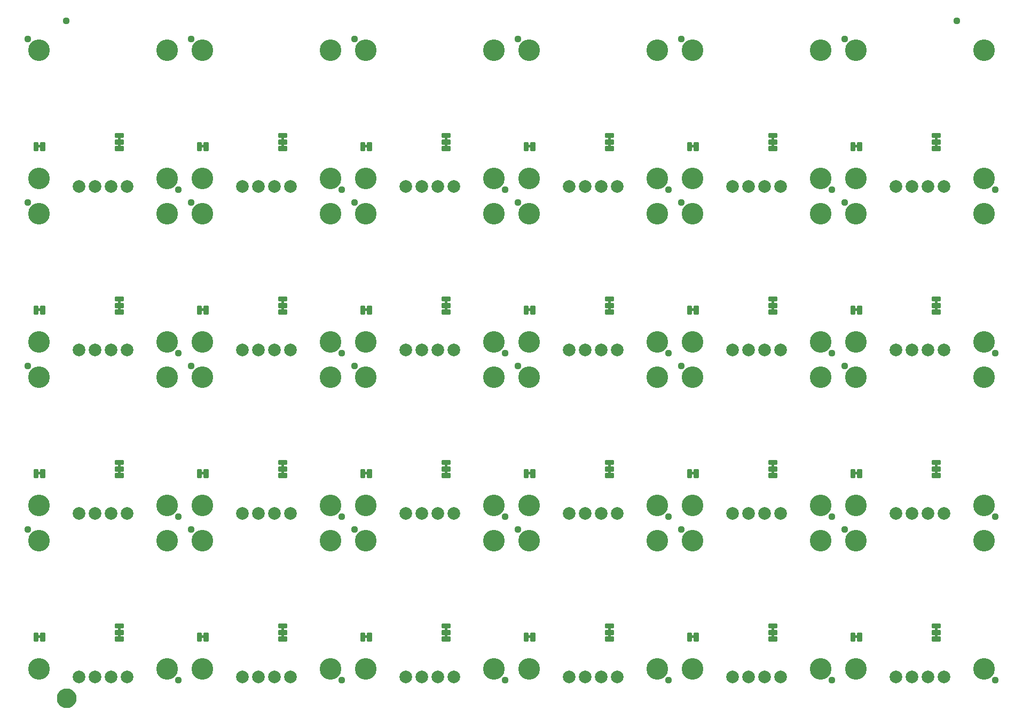
<source format=gbs>
G04 EAGLE Gerber RS-274X export*
G75*
%MOMM*%
%FSLAX34Y34*%
%LPD*%
%INSoldermask Bottom*%
%IPPOS*%
%AMOC8*
5,1,8,0,0,1.08239X$1,22.5*%
G01*
%ADD10C,3.429000*%
%ADD11C,0.228344*%
%ADD12C,2.006600*%
%ADD13C,1.127000*%
%ADD14C,1.270000*%
%ADD15C,1.627000*%

G36*
X1449135Y852817D02*
X1449135Y852817D01*
X1449201Y852819D01*
X1449244Y852837D01*
X1449291Y852845D01*
X1449348Y852879D01*
X1449408Y852904D01*
X1449443Y852935D01*
X1449484Y852960D01*
X1449526Y853011D01*
X1449574Y853055D01*
X1449596Y853097D01*
X1449625Y853134D01*
X1449646Y853196D01*
X1449677Y853255D01*
X1449685Y853309D01*
X1449697Y853346D01*
X1449696Y853386D01*
X1449704Y853440D01*
X1449704Y857250D01*
X1449693Y857315D01*
X1449691Y857381D01*
X1449673Y857424D01*
X1449665Y857471D01*
X1449631Y857528D01*
X1449606Y857588D01*
X1449575Y857623D01*
X1449550Y857664D01*
X1449499Y857706D01*
X1449455Y857754D01*
X1449413Y857776D01*
X1449376Y857805D01*
X1449314Y857826D01*
X1449255Y857857D01*
X1449201Y857865D01*
X1449164Y857877D01*
X1449124Y857876D01*
X1449070Y857884D01*
X1446530Y857884D01*
X1446465Y857873D01*
X1446399Y857871D01*
X1446356Y857853D01*
X1446309Y857845D01*
X1446252Y857811D01*
X1446192Y857786D01*
X1446157Y857755D01*
X1446116Y857730D01*
X1446075Y857679D01*
X1446026Y857635D01*
X1446004Y857593D01*
X1445975Y857556D01*
X1445954Y857494D01*
X1445923Y857435D01*
X1445915Y857381D01*
X1445903Y857344D01*
X1445903Y857340D01*
X1445903Y857339D01*
X1445904Y857304D01*
X1445896Y857250D01*
X1445896Y853440D01*
X1445907Y853375D01*
X1445909Y853309D01*
X1445927Y853266D01*
X1445935Y853219D01*
X1445969Y853162D01*
X1445994Y853102D01*
X1446025Y853067D01*
X1446050Y853026D01*
X1446101Y852985D01*
X1446145Y852936D01*
X1446187Y852914D01*
X1446224Y852885D01*
X1446286Y852864D01*
X1446345Y852833D01*
X1446399Y852825D01*
X1446436Y852813D01*
X1446476Y852814D01*
X1446530Y852806D01*
X1449070Y852806D01*
X1449135Y852817D01*
G37*
G36*
X671895Y852817D02*
X671895Y852817D01*
X671961Y852819D01*
X672004Y852837D01*
X672051Y852845D01*
X672108Y852879D01*
X672168Y852904D01*
X672203Y852935D01*
X672244Y852960D01*
X672286Y853011D01*
X672334Y853055D01*
X672356Y853097D01*
X672385Y853134D01*
X672406Y853196D01*
X672437Y853255D01*
X672445Y853309D01*
X672457Y853346D01*
X672456Y853386D01*
X672464Y853440D01*
X672464Y857250D01*
X672453Y857315D01*
X672451Y857381D01*
X672433Y857424D01*
X672425Y857471D01*
X672391Y857528D01*
X672366Y857588D01*
X672335Y857623D01*
X672310Y857664D01*
X672259Y857706D01*
X672215Y857754D01*
X672173Y857776D01*
X672136Y857805D01*
X672074Y857826D01*
X672015Y857857D01*
X671961Y857865D01*
X671924Y857877D01*
X671884Y857876D01*
X671830Y857884D01*
X669290Y857884D01*
X669225Y857873D01*
X669159Y857871D01*
X669116Y857853D01*
X669069Y857845D01*
X669012Y857811D01*
X668952Y857786D01*
X668917Y857755D01*
X668876Y857730D01*
X668835Y857679D01*
X668786Y857635D01*
X668764Y857593D01*
X668735Y857556D01*
X668714Y857494D01*
X668683Y857435D01*
X668675Y857381D01*
X668663Y857344D01*
X668663Y857340D01*
X668663Y857339D01*
X668664Y857304D01*
X668656Y857250D01*
X668656Y853440D01*
X668667Y853375D01*
X668669Y853309D01*
X668687Y853266D01*
X668695Y853219D01*
X668729Y853162D01*
X668754Y853102D01*
X668785Y853067D01*
X668810Y853026D01*
X668861Y852985D01*
X668905Y852936D01*
X668947Y852914D01*
X668984Y852885D01*
X669046Y852864D01*
X669105Y852833D01*
X669159Y852825D01*
X669196Y852813D01*
X669236Y852814D01*
X669290Y852806D01*
X671830Y852806D01*
X671895Y852817D01*
G37*
G36*
X1190055Y852817D02*
X1190055Y852817D01*
X1190121Y852819D01*
X1190164Y852837D01*
X1190211Y852845D01*
X1190268Y852879D01*
X1190328Y852904D01*
X1190363Y852935D01*
X1190404Y852960D01*
X1190446Y853011D01*
X1190494Y853055D01*
X1190516Y853097D01*
X1190545Y853134D01*
X1190566Y853196D01*
X1190597Y853255D01*
X1190605Y853309D01*
X1190617Y853346D01*
X1190616Y853386D01*
X1190624Y853440D01*
X1190624Y857250D01*
X1190613Y857315D01*
X1190611Y857381D01*
X1190593Y857424D01*
X1190585Y857471D01*
X1190551Y857528D01*
X1190526Y857588D01*
X1190495Y857623D01*
X1190470Y857664D01*
X1190419Y857706D01*
X1190375Y857754D01*
X1190333Y857776D01*
X1190296Y857805D01*
X1190234Y857826D01*
X1190175Y857857D01*
X1190121Y857865D01*
X1190084Y857877D01*
X1190044Y857876D01*
X1189990Y857884D01*
X1187450Y857884D01*
X1187385Y857873D01*
X1187319Y857871D01*
X1187276Y857853D01*
X1187229Y857845D01*
X1187172Y857811D01*
X1187112Y857786D01*
X1187077Y857755D01*
X1187036Y857730D01*
X1186995Y857679D01*
X1186946Y857635D01*
X1186924Y857593D01*
X1186895Y857556D01*
X1186874Y857494D01*
X1186843Y857435D01*
X1186835Y857381D01*
X1186823Y857344D01*
X1186823Y857340D01*
X1186823Y857339D01*
X1186824Y857304D01*
X1186816Y857250D01*
X1186816Y853440D01*
X1186827Y853375D01*
X1186829Y853309D01*
X1186847Y853266D01*
X1186855Y853219D01*
X1186889Y853162D01*
X1186914Y853102D01*
X1186945Y853067D01*
X1186970Y853026D01*
X1187021Y852985D01*
X1187065Y852936D01*
X1187107Y852914D01*
X1187144Y852885D01*
X1187206Y852864D01*
X1187265Y852833D01*
X1187319Y852825D01*
X1187356Y852813D01*
X1187396Y852814D01*
X1187450Y852806D01*
X1189990Y852806D01*
X1190055Y852817D01*
G37*
G36*
X412815Y852817D02*
X412815Y852817D01*
X412881Y852819D01*
X412924Y852837D01*
X412971Y852845D01*
X413028Y852879D01*
X413088Y852904D01*
X413123Y852935D01*
X413164Y852960D01*
X413206Y853011D01*
X413254Y853055D01*
X413276Y853097D01*
X413305Y853134D01*
X413326Y853196D01*
X413357Y853255D01*
X413365Y853309D01*
X413377Y853346D01*
X413376Y853386D01*
X413384Y853440D01*
X413384Y857250D01*
X413373Y857315D01*
X413371Y857381D01*
X413353Y857424D01*
X413345Y857471D01*
X413311Y857528D01*
X413286Y857588D01*
X413255Y857623D01*
X413230Y857664D01*
X413179Y857706D01*
X413135Y857754D01*
X413093Y857776D01*
X413056Y857805D01*
X412994Y857826D01*
X412935Y857857D01*
X412881Y857865D01*
X412844Y857877D01*
X412804Y857876D01*
X412750Y857884D01*
X410210Y857884D01*
X410145Y857873D01*
X410079Y857871D01*
X410036Y857853D01*
X409989Y857845D01*
X409932Y857811D01*
X409872Y857786D01*
X409837Y857755D01*
X409796Y857730D01*
X409755Y857679D01*
X409706Y857635D01*
X409684Y857593D01*
X409655Y857556D01*
X409634Y857494D01*
X409603Y857435D01*
X409595Y857381D01*
X409583Y857344D01*
X409583Y857340D01*
X409583Y857339D01*
X409584Y857304D01*
X409576Y857250D01*
X409576Y853440D01*
X409587Y853375D01*
X409589Y853309D01*
X409607Y853266D01*
X409615Y853219D01*
X409649Y853162D01*
X409674Y853102D01*
X409705Y853067D01*
X409730Y853026D01*
X409781Y852985D01*
X409825Y852936D01*
X409867Y852914D01*
X409904Y852885D01*
X409966Y852864D01*
X410025Y852833D01*
X410079Y852825D01*
X410116Y852813D01*
X410156Y852814D01*
X410210Y852806D01*
X412750Y852806D01*
X412815Y852817D01*
G37*
G36*
X930975Y852817D02*
X930975Y852817D01*
X931041Y852819D01*
X931084Y852837D01*
X931131Y852845D01*
X931188Y852879D01*
X931248Y852904D01*
X931283Y852935D01*
X931324Y852960D01*
X931366Y853011D01*
X931414Y853055D01*
X931436Y853097D01*
X931465Y853134D01*
X931486Y853196D01*
X931517Y853255D01*
X931525Y853309D01*
X931537Y853346D01*
X931536Y853386D01*
X931544Y853440D01*
X931544Y857250D01*
X931533Y857315D01*
X931531Y857381D01*
X931513Y857424D01*
X931505Y857471D01*
X931471Y857528D01*
X931446Y857588D01*
X931415Y857623D01*
X931390Y857664D01*
X931339Y857706D01*
X931295Y857754D01*
X931253Y857776D01*
X931216Y857805D01*
X931154Y857826D01*
X931095Y857857D01*
X931041Y857865D01*
X931004Y857877D01*
X930964Y857876D01*
X930910Y857884D01*
X928370Y857884D01*
X928305Y857873D01*
X928239Y857871D01*
X928196Y857853D01*
X928149Y857845D01*
X928092Y857811D01*
X928032Y857786D01*
X927997Y857755D01*
X927956Y857730D01*
X927915Y857679D01*
X927866Y857635D01*
X927844Y857593D01*
X927815Y857556D01*
X927794Y857494D01*
X927763Y857435D01*
X927755Y857381D01*
X927743Y857344D01*
X927743Y857340D01*
X927743Y857339D01*
X927744Y857304D01*
X927736Y857250D01*
X927736Y853440D01*
X927747Y853375D01*
X927749Y853309D01*
X927767Y853266D01*
X927775Y853219D01*
X927809Y853162D01*
X927834Y853102D01*
X927865Y853067D01*
X927890Y853026D01*
X927941Y852985D01*
X927985Y852936D01*
X928027Y852914D01*
X928064Y852885D01*
X928126Y852864D01*
X928185Y852833D01*
X928239Y852825D01*
X928276Y852813D01*
X928316Y852814D01*
X928370Y852806D01*
X930910Y852806D01*
X930975Y852817D01*
G37*
G36*
X153735Y852817D02*
X153735Y852817D01*
X153801Y852819D01*
X153844Y852837D01*
X153891Y852845D01*
X153948Y852879D01*
X154008Y852904D01*
X154043Y852935D01*
X154084Y852960D01*
X154126Y853011D01*
X154174Y853055D01*
X154196Y853097D01*
X154225Y853134D01*
X154246Y853196D01*
X154277Y853255D01*
X154285Y853309D01*
X154297Y853346D01*
X154296Y853386D01*
X154304Y853440D01*
X154304Y857250D01*
X154293Y857315D01*
X154291Y857381D01*
X154273Y857424D01*
X154265Y857471D01*
X154231Y857528D01*
X154206Y857588D01*
X154175Y857623D01*
X154150Y857664D01*
X154099Y857706D01*
X154055Y857754D01*
X154013Y857776D01*
X153976Y857805D01*
X153914Y857826D01*
X153855Y857857D01*
X153801Y857865D01*
X153764Y857877D01*
X153724Y857876D01*
X153670Y857884D01*
X151130Y857884D01*
X151065Y857873D01*
X150999Y857871D01*
X150956Y857853D01*
X150909Y857845D01*
X150852Y857811D01*
X150792Y857786D01*
X150757Y857755D01*
X150716Y857730D01*
X150675Y857679D01*
X150626Y857635D01*
X150604Y857593D01*
X150575Y857556D01*
X150554Y857494D01*
X150523Y857435D01*
X150515Y857381D01*
X150503Y857344D01*
X150503Y857340D01*
X150503Y857339D01*
X150504Y857304D01*
X150496Y857250D01*
X150496Y853440D01*
X150507Y853375D01*
X150509Y853309D01*
X150527Y853266D01*
X150535Y853219D01*
X150569Y853162D01*
X150594Y853102D01*
X150625Y853067D01*
X150650Y853026D01*
X150701Y852985D01*
X150745Y852936D01*
X150787Y852914D01*
X150824Y852885D01*
X150886Y852864D01*
X150945Y852833D01*
X150999Y852825D01*
X151036Y852813D01*
X151076Y852814D01*
X151130Y852806D01*
X153670Y852806D01*
X153735Y852817D01*
G37*
G36*
X1190055Y862977D02*
X1190055Y862977D01*
X1190121Y862979D01*
X1190164Y862997D01*
X1190211Y863005D01*
X1190268Y863039D01*
X1190328Y863064D01*
X1190363Y863095D01*
X1190404Y863120D01*
X1190446Y863171D01*
X1190494Y863215D01*
X1190516Y863257D01*
X1190545Y863294D01*
X1190566Y863356D01*
X1190597Y863415D01*
X1190605Y863469D01*
X1190617Y863506D01*
X1190616Y863546D01*
X1190624Y863600D01*
X1190624Y867410D01*
X1190613Y867475D01*
X1190611Y867541D01*
X1190593Y867584D01*
X1190585Y867631D01*
X1190551Y867688D01*
X1190526Y867748D01*
X1190495Y867783D01*
X1190470Y867824D01*
X1190419Y867866D01*
X1190375Y867914D01*
X1190333Y867936D01*
X1190296Y867965D01*
X1190234Y867986D01*
X1190175Y868017D01*
X1190121Y868025D01*
X1190084Y868037D01*
X1190044Y868036D01*
X1189990Y868044D01*
X1187450Y868044D01*
X1187385Y868033D01*
X1187319Y868031D01*
X1187276Y868013D01*
X1187229Y868005D01*
X1187172Y867971D01*
X1187112Y867946D01*
X1187077Y867915D01*
X1187036Y867890D01*
X1186995Y867839D01*
X1186946Y867795D01*
X1186924Y867753D01*
X1186895Y867716D01*
X1186874Y867654D01*
X1186843Y867595D01*
X1186835Y867541D01*
X1186823Y867504D01*
X1186823Y867500D01*
X1186823Y867499D01*
X1186824Y867464D01*
X1186816Y867410D01*
X1186816Y863600D01*
X1186827Y863535D01*
X1186829Y863469D01*
X1186847Y863426D01*
X1186855Y863379D01*
X1186889Y863322D01*
X1186914Y863262D01*
X1186945Y863227D01*
X1186970Y863186D01*
X1187021Y863145D01*
X1187065Y863096D01*
X1187107Y863074D01*
X1187144Y863045D01*
X1187206Y863024D01*
X1187265Y862993D01*
X1187319Y862985D01*
X1187356Y862973D01*
X1187396Y862974D01*
X1187450Y862966D01*
X1189990Y862966D01*
X1190055Y862977D01*
G37*
G36*
X671895Y862977D02*
X671895Y862977D01*
X671961Y862979D01*
X672004Y862997D01*
X672051Y863005D01*
X672108Y863039D01*
X672168Y863064D01*
X672203Y863095D01*
X672244Y863120D01*
X672286Y863171D01*
X672334Y863215D01*
X672356Y863257D01*
X672385Y863294D01*
X672406Y863356D01*
X672437Y863415D01*
X672445Y863469D01*
X672457Y863506D01*
X672456Y863546D01*
X672464Y863600D01*
X672464Y867410D01*
X672453Y867475D01*
X672451Y867541D01*
X672433Y867584D01*
X672425Y867631D01*
X672391Y867688D01*
X672366Y867748D01*
X672335Y867783D01*
X672310Y867824D01*
X672259Y867866D01*
X672215Y867914D01*
X672173Y867936D01*
X672136Y867965D01*
X672074Y867986D01*
X672015Y868017D01*
X671961Y868025D01*
X671924Y868037D01*
X671884Y868036D01*
X671830Y868044D01*
X669290Y868044D01*
X669225Y868033D01*
X669159Y868031D01*
X669116Y868013D01*
X669069Y868005D01*
X669012Y867971D01*
X668952Y867946D01*
X668917Y867915D01*
X668876Y867890D01*
X668835Y867839D01*
X668786Y867795D01*
X668764Y867753D01*
X668735Y867716D01*
X668714Y867654D01*
X668683Y867595D01*
X668675Y867541D01*
X668663Y867504D01*
X668663Y867500D01*
X668663Y867499D01*
X668664Y867464D01*
X668656Y867410D01*
X668656Y863600D01*
X668667Y863535D01*
X668669Y863469D01*
X668687Y863426D01*
X668695Y863379D01*
X668729Y863322D01*
X668754Y863262D01*
X668785Y863227D01*
X668810Y863186D01*
X668861Y863145D01*
X668905Y863096D01*
X668947Y863074D01*
X668984Y863045D01*
X669046Y863024D01*
X669105Y862993D01*
X669159Y862985D01*
X669196Y862973D01*
X669236Y862974D01*
X669290Y862966D01*
X671830Y862966D01*
X671895Y862977D01*
G37*
G36*
X153735Y862977D02*
X153735Y862977D01*
X153801Y862979D01*
X153844Y862997D01*
X153891Y863005D01*
X153948Y863039D01*
X154008Y863064D01*
X154043Y863095D01*
X154084Y863120D01*
X154126Y863171D01*
X154174Y863215D01*
X154196Y863257D01*
X154225Y863294D01*
X154246Y863356D01*
X154277Y863415D01*
X154285Y863469D01*
X154297Y863506D01*
X154296Y863546D01*
X154304Y863600D01*
X154304Y867410D01*
X154293Y867475D01*
X154291Y867541D01*
X154273Y867584D01*
X154265Y867631D01*
X154231Y867688D01*
X154206Y867748D01*
X154175Y867783D01*
X154150Y867824D01*
X154099Y867866D01*
X154055Y867914D01*
X154013Y867936D01*
X153976Y867965D01*
X153914Y867986D01*
X153855Y868017D01*
X153801Y868025D01*
X153764Y868037D01*
X153724Y868036D01*
X153670Y868044D01*
X151130Y868044D01*
X151065Y868033D01*
X150999Y868031D01*
X150956Y868013D01*
X150909Y868005D01*
X150852Y867971D01*
X150792Y867946D01*
X150757Y867915D01*
X150716Y867890D01*
X150675Y867839D01*
X150626Y867795D01*
X150604Y867753D01*
X150575Y867716D01*
X150554Y867654D01*
X150523Y867595D01*
X150515Y867541D01*
X150503Y867504D01*
X150503Y867500D01*
X150503Y867499D01*
X150504Y867464D01*
X150496Y867410D01*
X150496Y863600D01*
X150507Y863535D01*
X150509Y863469D01*
X150527Y863426D01*
X150535Y863379D01*
X150569Y863322D01*
X150594Y863262D01*
X150625Y863227D01*
X150650Y863186D01*
X150701Y863145D01*
X150745Y863096D01*
X150787Y863074D01*
X150824Y863045D01*
X150886Y863024D01*
X150945Y862993D01*
X150999Y862985D01*
X151036Y862973D01*
X151076Y862974D01*
X151130Y862966D01*
X153670Y862966D01*
X153735Y862977D01*
G37*
G36*
X930975Y862977D02*
X930975Y862977D01*
X931041Y862979D01*
X931084Y862997D01*
X931131Y863005D01*
X931188Y863039D01*
X931248Y863064D01*
X931283Y863095D01*
X931324Y863120D01*
X931366Y863171D01*
X931414Y863215D01*
X931436Y863257D01*
X931465Y863294D01*
X931486Y863356D01*
X931517Y863415D01*
X931525Y863469D01*
X931537Y863506D01*
X931536Y863546D01*
X931544Y863600D01*
X931544Y867410D01*
X931533Y867475D01*
X931531Y867541D01*
X931513Y867584D01*
X931505Y867631D01*
X931471Y867688D01*
X931446Y867748D01*
X931415Y867783D01*
X931390Y867824D01*
X931339Y867866D01*
X931295Y867914D01*
X931253Y867936D01*
X931216Y867965D01*
X931154Y867986D01*
X931095Y868017D01*
X931041Y868025D01*
X931004Y868037D01*
X930964Y868036D01*
X930910Y868044D01*
X928370Y868044D01*
X928305Y868033D01*
X928239Y868031D01*
X928196Y868013D01*
X928149Y868005D01*
X928092Y867971D01*
X928032Y867946D01*
X927997Y867915D01*
X927956Y867890D01*
X927915Y867839D01*
X927866Y867795D01*
X927844Y867753D01*
X927815Y867716D01*
X927794Y867654D01*
X927763Y867595D01*
X927755Y867541D01*
X927743Y867504D01*
X927743Y867500D01*
X927743Y867499D01*
X927744Y867464D01*
X927736Y867410D01*
X927736Y863600D01*
X927747Y863535D01*
X927749Y863469D01*
X927767Y863426D01*
X927775Y863379D01*
X927809Y863322D01*
X927834Y863262D01*
X927865Y863227D01*
X927890Y863186D01*
X927941Y863145D01*
X927985Y863096D01*
X928027Y863074D01*
X928064Y863045D01*
X928126Y863024D01*
X928185Y862993D01*
X928239Y862985D01*
X928276Y862973D01*
X928316Y862974D01*
X928370Y862966D01*
X930910Y862966D01*
X930975Y862977D01*
G37*
G36*
X1449135Y862977D02*
X1449135Y862977D01*
X1449201Y862979D01*
X1449244Y862997D01*
X1449291Y863005D01*
X1449348Y863039D01*
X1449408Y863064D01*
X1449443Y863095D01*
X1449484Y863120D01*
X1449526Y863171D01*
X1449574Y863215D01*
X1449596Y863257D01*
X1449625Y863294D01*
X1449646Y863356D01*
X1449677Y863415D01*
X1449685Y863469D01*
X1449697Y863506D01*
X1449696Y863546D01*
X1449704Y863600D01*
X1449704Y867410D01*
X1449693Y867475D01*
X1449691Y867541D01*
X1449673Y867584D01*
X1449665Y867631D01*
X1449631Y867688D01*
X1449606Y867748D01*
X1449575Y867783D01*
X1449550Y867824D01*
X1449499Y867866D01*
X1449455Y867914D01*
X1449413Y867936D01*
X1449376Y867965D01*
X1449314Y867986D01*
X1449255Y868017D01*
X1449201Y868025D01*
X1449164Y868037D01*
X1449124Y868036D01*
X1449070Y868044D01*
X1446530Y868044D01*
X1446465Y868033D01*
X1446399Y868031D01*
X1446356Y868013D01*
X1446309Y868005D01*
X1446252Y867971D01*
X1446192Y867946D01*
X1446157Y867915D01*
X1446116Y867890D01*
X1446075Y867839D01*
X1446026Y867795D01*
X1446004Y867753D01*
X1445975Y867716D01*
X1445954Y867654D01*
X1445923Y867595D01*
X1445915Y867541D01*
X1445903Y867504D01*
X1445903Y867500D01*
X1445903Y867499D01*
X1445904Y867464D01*
X1445896Y867410D01*
X1445896Y863600D01*
X1445907Y863535D01*
X1445909Y863469D01*
X1445927Y863426D01*
X1445935Y863379D01*
X1445969Y863322D01*
X1445994Y863262D01*
X1446025Y863227D01*
X1446050Y863186D01*
X1446101Y863145D01*
X1446145Y863096D01*
X1446187Y863074D01*
X1446224Y863045D01*
X1446286Y863024D01*
X1446345Y862993D01*
X1446399Y862985D01*
X1446436Y862973D01*
X1446476Y862974D01*
X1446530Y862966D01*
X1449070Y862966D01*
X1449135Y862977D01*
G37*
G36*
X412815Y862977D02*
X412815Y862977D01*
X412881Y862979D01*
X412924Y862997D01*
X412971Y863005D01*
X413028Y863039D01*
X413088Y863064D01*
X413123Y863095D01*
X413164Y863120D01*
X413206Y863171D01*
X413254Y863215D01*
X413276Y863257D01*
X413305Y863294D01*
X413326Y863356D01*
X413357Y863415D01*
X413365Y863469D01*
X413377Y863506D01*
X413376Y863546D01*
X413384Y863600D01*
X413384Y867410D01*
X413373Y867475D01*
X413371Y867541D01*
X413353Y867584D01*
X413345Y867631D01*
X413311Y867688D01*
X413286Y867748D01*
X413255Y867783D01*
X413230Y867824D01*
X413179Y867866D01*
X413135Y867914D01*
X413093Y867936D01*
X413056Y867965D01*
X412994Y867986D01*
X412935Y868017D01*
X412881Y868025D01*
X412844Y868037D01*
X412804Y868036D01*
X412750Y868044D01*
X410210Y868044D01*
X410145Y868033D01*
X410079Y868031D01*
X410036Y868013D01*
X409989Y868005D01*
X409932Y867971D01*
X409872Y867946D01*
X409837Y867915D01*
X409796Y867890D01*
X409755Y867839D01*
X409706Y867795D01*
X409684Y867753D01*
X409655Y867716D01*
X409634Y867654D01*
X409603Y867595D01*
X409595Y867541D01*
X409583Y867504D01*
X409583Y867500D01*
X409583Y867499D01*
X409584Y867464D01*
X409576Y867410D01*
X409576Y863600D01*
X409587Y863535D01*
X409589Y863469D01*
X409607Y863426D01*
X409615Y863379D01*
X409649Y863322D01*
X409674Y863262D01*
X409705Y863227D01*
X409730Y863186D01*
X409781Y863145D01*
X409825Y863096D01*
X409867Y863074D01*
X409904Y863045D01*
X409966Y863024D01*
X410025Y862993D01*
X410079Y862985D01*
X410116Y862973D01*
X410156Y862974D01*
X410210Y862966D01*
X412750Y862966D01*
X412815Y862977D01*
G37*
G36*
X1449135Y75577D02*
X1449135Y75577D01*
X1449201Y75579D01*
X1449244Y75597D01*
X1449291Y75605D01*
X1449348Y75639D01*
X1449408Y75664D01*
X1449443Y75695D01*
X1449484Y75720D01*
X1449526Y75771D01*
X1449574Y75815D01*
X1449596Y75857D01*
X1449625Y75894D01*
X1449646Y75956D01*
X1449677Y76015D01*
X1449685Y76069D01*
X1449697Y76106D01*
X1449696Y76146D01*
X1449704Y76200D01*
X1449704Y80010D01*
X1449693Y80075D01*
X1449691Y80141D01*
X1449673Y80184D01*
X1449665Y80231D01*
X1449631Y80288D01*
X1449606Y80348D01*
X1449575Y80383D01*
X1449550Y80424D01*
X1449499Y80466D01*
X1449455Y80514D01*
X1449413Y80536D01*
X1449376Y80565D01*
X1449314Y80586D01*
X1449255Y80617D01*
X1449201Y80625D01*
X1449164Y80637D01*
X1449124Y80636D01*
X1449070Y80644D01*
X1446530Y80644D01*
X1446465Y80633D01*
X1446399Y80631D01*
X1446356Y80613D01*
X1446309Y80605D01*
X1446252Y80571D01*
X1446192Y80546D01*
X1446157Y80515D01*
X1446116Y80490D01*
X1446075Y80439D01*
X1446026Y80395D01*
X1446004Y80353D01*
X1445975Y80316D01*
X1445954Y80254D01*
X1445923Y80195D01*
X1445915Y80141D01*
X1445903Y80104D01*
X1445903Y80100D01*
X1445903Y80099D01*
X1445904Y80064D01*
X1445896Y80010D01*
X1445896Y76200D01*
X1445907Y76135D01*
X1445909Y76069D01*
X1445927Y76026D01*
X1445935Y75979D01*
X1445969Y75922D01*
X1445994Y75862D01*
X1446025Y75827D01*
X1446050Y75786D01*
X1446101Y75745D01*
X1446145Y75696D01*
X1446187Y75674D01*
X1446224Y75645D01*
X1446286Y75624D01*
X1446345Y75593D01*
X1446399Y75585D01*
X1446436Y75573D01*
X1446476Y75574D01*
X1446530Y75566D01*
X1449070Y75566D01*
X1449135Y75577D01*
G37*
G36*
X1449135Y85737D02*
X1449135Y85737D01*
X1449201Y85739D01*
X1449244Y85757D01*
X1449291Y85765D01*
X1449348Y85799D01*
X1449408Y85824D01*
X1449443Y85855D01*
X1449484Y85880D01*
X1449526Y85931D01*
X1449574Y85975D01*
X1449596Y86017D01*
X1449625Y86054D01*
X1449646Y86116D01*
X1449677Y86175D01*
X1449685Y86229D01*
X1449697Y86266D01*
X1449696Y86306D01*
X1449704Y86360D01*
X1449704Y90170D01*
X1449693Y90235D01*
X1449691Y90301D01*
X1449673Y90344D01*
X1449665Y90391D01*
X1449631Y90448D01*
X1449606Y90508D01*
X1449575Y90543D01*
X1449550Y90584D01*
X1449499Y90626D01*
X1449455Y90674D01*
X1449413Y90696D01*
X1449376Y90725D01*
X1449314Y90746D01*
X1449255Y90777D01*
X1449201Y90785D01*
X1449164Y90797D01*
X1449124Y90796D01*
X1449070Y90804D01*
X1446530Y90804D01*
X1446465Y90793D01*
X1446399Y90791D01*
X1446356Y90773D01*
X1446309Y90765D01*
X1446252Y90731D01*
X1446192Y90706D01*
X1446157Y90675D01*
X1446116Y90650D01*
X1446075Y90599D01*
X1446026Y90555D01*
X1446004Y90513D01*
X1445975Y90476D01*
X1445954Y90414D01*
X1445923Y90355D01*
X1445915Y90301D01*
X1445903Y90264D01*
X1445903Y90260D01*
X1445903Y90259D01*
X1445904Y90224D01*
X1445896Y90170D01*
X1445896Y86360D01*
X1445907Y86295D01*
X1445909Y86229D01*
X1445927Y86186D01*
X1445935Y86139D01*
X1445969Y86082D01*
X1445994Y86022D01*
X1446025Y85987D01*
X1446050Y85946D01*
X1446101Y85905D01*
X1446145Y85856D01*
X1446187Y85834D01*
X1446224Y85805D01*
X1446286Y85784D01*
X1446345Y85753D01*
X1446399Y85745D01*
X1446436Y85733D01*
X1446476Y85734D01*
X1446530Y85726D01*
X1449070Y85726D01*
X1449135Y85737D01*
G37*
G36*
X1190055Y85737D02*
X1190055Y85737D01*
X1190121Y85739D01*
X1190164Y85757D01*
X1190211Y85765D01*
X1190268Y85799D01*
X1190328Y85824D01*
X1190363Y85855D01*
X1190404Y85880D01*
X1190446Y85931D01*
X1190494Y85975D01*
X1190516Y86017D01*
X1190545Y86054D01*
X1190566Y86116D01*
X1190597Y86175D01*
X1190605Y86229D01*
X1190617Y86266D01*
X1190616Y86306D01*
X1190624Y86360D01*
X1190624Y90170D01*
X1190613Y90235D01*
X1190611Y90301D01*
X1190593Y90344D01*
X1190585Y90391D01*
X1190551Y90448D01*
X1190526Y90508D01*
X1190495Y90543D01*
X1190470Y90584D01*
X1190419Y90626D01*
X1190375Y90674D01*
X1190333Y90696D01*
X1190296Y90725D01*
X1190234Y90746D01*
X1190175Y90777D01*
X1190121Y90785D01*
X1190084Y90797D01*
X1190044Y90796D01*
X1189990Y90804D01*
X1187450Y90804D01*
X1187385Y90793D01*
X1187319Y90791D01*
X1187276Y90773D01*
X1187229Y90765D01*
X1187172Y90731D01*
X1187112Y90706D01*
X1187077Y90675D01*
X1187036Y90650D01*
X1186995Y90599D01*
X1186946Y90555D01*
X1186924Y90513D01*
X1186895Y90476D01*
X1186874Y90414D01*
X1186843Y90355D01*
X1186835Y90301D01*
X1186823Y90264D01*
X1186823Y90260D01*
X1186823Y90259D01*
X1186824Y90224D01*
X1186816Y90170D01*
X1186816Y86360D01*
X1186827Y86295D01*
X1186829Y86229D01*
X1186847Y86186D01*
X1186855Y86139D01*
X1186889Y86082D01*
X1186914Y86022D01*
X1186945Y85987D01*
X1186970Y85946D01*
X1187021Y85905D01*
X1187065Y85856D01*
X1187107Y85834D01*
X1187144Y85805D01*
X1187206Y85784D01*
X1187265Y85753D01*
X1187319Y85745D01*
X1187356Y85733D01*
X1187396Y85734D01*
X1187450Y85726D01*
X1189990Y85726D01*
X1190055Y85737D01*
G37*
G36*
X671895Y85737D02*
X671895Y85737D01*
X671961Y85739D01*
X672004Y85757D01*
X672051Y85765D01*
X672108Y85799D01*
X672168Y85824D01*
X672203Y85855D01*
X672244Y85880D01*
X672286Y85931D01*
X672334Y85975D01*
X672356Y86017D01*
X672385Y86054D01*
X672406Y86116D01*
X672437Y86175D01*
X672445Y86229D01*
X672457Y86266D01*
X672456Y86306D01*
X672464Y86360D01*
X672464Y90170D01*
X672453Y90235D01*
X672451Y90301D01*
X672433Y90344D01*
X672425Y90391D01*
X672391Y90448D01*
X672366Y90508D01*
X672335Y90543D01*
X672310Y90584D01*
X672259Y90626D01*
X672215Y90674D01*
X672173Y90696D01*
X672136Y90725D01*
X672074Y90746D01*
X672015Y90777D01*
X671961Y90785D01*
X671924Y90797D01*
X671884Y90796D01*
X671830Y90804D01*
X669290Y90804D01*
X669225Y90793D01*
X669159Y90791D01*
X669116Y90773D01*
X669069Y90765D01*
X669012Y90731D01*
X668952Y90706D01*
X668917Y90675D01*
X668876Y90650D01*
X668835Y90599D01*
X668786Y90555D01*
X668764Y90513D01*
X668735Y90476D01*
X668714Y90414D01*
X668683Y90355D01*
X668675Y90301D01*
X668663Y90264D01*
X668663Y90260D01*
X668663Y90259D01*
X668664Y90224D01*
X668656Y90170D01*
X668656Y86360D01*
X668667Y86295D01*
X668669Y86229D01*
X668687Y86186D01*
X668695Y86139D01*
X668729Y86082D01*
X668754Y86022D01*
X668785Y85987D01*
X668810Y85946D01*
X668861Y85905D01*
X668905Y85856D01*
X668947Y85834D01*
X668984Y85805D01*
X669046Y85784D01*
X669105Y85753D01*
X669159Y85745D01*
X669196Y85733D01*
X669236Y85734D01*
X669290Y85726D01*
X671830Y85726D01*
X671895Y85737D01*
G37*
G36*
X930975Y85737D02*
X930975Y85737D01*
X931041Y85739D01*
X931084Y85757D01*
X931131Y85765D01*
X931188Y85799D01*
X931248Y85824D01*
X931283Y85855D01*
X931324Y85880D01*
X931366Y85931D01*
X931414Y85975D01*
X931436Y86017D01*
X931465Y86054D01*
X931486Y86116D01*
X931517Y86175D01*
X931525Y86229D01*
X931537Y86266D01*
X931536Y86306D01*
X931544Y86360D01*
X931544Y90170D01*
X931533Y90235D01*
X931531Y90301D01*
X931513Y90344D01*
X931505Y90391D01*
X931471Y90448D01*
X931446Y90508D01*
X931415Y90543D01*
X931390Y90584D01*
X931339Y90626D01*
X931295Y90674D01*
X931253Y90696D01*
X931216Y90725D01*
X931154Y90746D01*
X931095Y90777D01*
X931041Y90785D01*
X931004Y90797D01*
X930964Y90796D01*
X930910Y90804D01*
X928370Y90804D01*
X928305Y90793D01*
X928239Y90791D01*
X928196Y90773D01*
X928149Y90765D01*
X928092Y90731D01*
X928032Y90706D01*
X927997Y90675D01*
X927956Y90650D01*
X927915Y90599D01*
X927866Y90555D01*
X927844Y90513D01*
X927815Y90476D01*
X927794Y90414D01*
X927763Y90355D01*
X927755Y90301D01*
X927743Y90264D01*
X927743Y90260D01*
X927743Y90259D01*
X927744Y90224D01*
X927736Y90170D01*
X927736Y86360D01*
X927747Y86295D01*
X927749Y86229D01*
X927767Y86186D01*
X927775Y86139D01*
X927809Y86082D01*
X927834Y86022D01*
X927865Y85987D01*
X927890Y85946D01*
X927941Y85905D01*
X927985Y85856D01*
X928027Y85834D01*
X928064Y85805D01*
X928126Y85784D01*
X928185Y85753D01*
X928239Y85745D01*
X928276Y85733D01*
X928316Y85734D01*
X928370Y85726D01*
X930910Y85726D01*
X930975Y85737D01*
G37*
G36*
X412815Y85737D02*
X412815Y85737D01*
X412881Y85739D01*
X412924Y85757D01*
X412971Y85765D01*
X413028Y85799D01*
X413088Y85824D01*
X413123Y85855D01*
X413164Y85880D01*
X413206Y85931D01*
X413254Y85975D01*
X413276Y86017D01*
X413305Y86054D01*
X413326Y86116D01*
X413357Y86175D01*
X413365Y86229D01*
X413377Y86266D01*
X413376Y86306D01*
X413384Y86360D01*
X413384Y90170D01*
X413373Y90235D01*
X413371Y90301D01*
X413353Y90344D01*
X413345Y90391D01*
X413311Y90448D01*
X413286Y90508D01*
X413255Y90543D01*
X413230Y90584D01*
X413179Y90626D01*
X413135Y90674D01*
X413093Y90696D01*
X413056Y90725D01*
X412994Y90746D01*
X412935Y90777D01*
X412881Y90785D01*
X412844Y90797D01*
X412804Y90796D01*
X412750Y90804D01*
X410210Y90804D01*
X410145Y90793D01*
X410079Y90791D01*
X410036Y90773D01*
X409989Y90765D01*
X409932Y90731D01*
X409872Y90706D01*
X409837Y90675D01*
X409796Y90650D01*
X409755Y90599D01*
X409706Y90555D01*
X409684Y90513D01*
X409655Y90476D01*
X409634Y90414D01*
X409603Y90355D01*
X409595Y90301D01*
X409583Y90264D01*
X409583Y90260D01*
X409583Y90259D01*
X409584Y90224D01*
X409576Y90170D01*
X409576Y86360D01*
X409587Y86295D01*
X409589Y86229D01*
X409607Y86186D01*
X409615Y86139D01*
X409649Y86082D01*
X409674Y86022D01*
X409705Y85987D01*
X409730Y85946D01*
X409781Y85905D01*
X409825Y85856D01*
X409867Y85834D01*
X409904Y85805D01*
X409966Y85784D01*
X410025Y85753D01*
X410079Y85745D01*
X410116Y85733D01*
X410156Y85734D01*
X410210Y85726D01*
X412750Y85726D01*
X412815Y85737D01*
G37*
G36*
X412815Y603897D02*
X412815Y603897D01*
X412881Y603899D01*
X412924Y603917D01*
X412971Y603925D01*
X413028Y603959D01*
X413088Y603984D01*
X413123Y604015D01*
X413164Y604040D01*
X413206Y604091D01*
X413254Y604135D01*
X413276Y604177D01*
X413305Y604214D01*
X413326Y604276D01*
X413357Y604335D01*
X413365Y604389D01*
X413377Y604426D01*
X413376Y604466D01*
X413384Y604520D01*
X413384Y608330D01*
X413373Y608395D01*
X413371Y608461D01*
X413353Y608504D01*
X413345Y608551D01*
X413311Y608608D01*
X413286Y608668D01*
X413255Y608703D01*
X413230Y608744D01*
X413179Y608786D01*
X413135Y608834D01*
X413093Y608856D01*
X413056Y608885D01*
X412994Y608906D01*
X412935Y608937D01*
X412881Y608945D01*
X412844Y608957D01*
X412804Y608956D01*
X412750Y608964D01*
X410210Y608964D01*
X410145Y608953D01*
X410079Y608951D01*
X410036Y608933D01*
X409989Y608925D01*
X409932Y608891D01*
X409872Y608866D01*
X409837Y608835D01*
X409796Y608810D01*
X409755Y608759D01*
X409706Y608715D01*
X409684Y608673D01*
X409655Y608636D01*
X409634Y608574D01*
X409603Y608515D01*
X409595Y608461D01*
X409583Y608424D01*
X409583Y608420D01*
X409583Y608419D01*
X409584Y608384D01*
X409576Y608330D01*
X409576Y604520D01*
X409587Y604455D01*
X409589Y604389D01*
X409607Y604346D01*
X409615Y604299D01*
X409649Y604242D01*
X409674Y604182D01*
X409705Y604147D01*
X409730Y604106D01*
X409781Y604065D01*
X409825Y604016D01*
X409867Y603994D01*
X409904Y603965D01*
X409966Y603944D01*
X410025Y603913D01*
X410079Y603905D01*
X410116Y603893D01*
X410156Y603894D01*
X410210Y603886D01*
X412750Y603886D01*
X412815Y603897D01*
G37*
G36*
X1449135Y603897D02*
X1449135Y603897D01*
X1449201Y603899D01*
X1449244Y603917D01*
X1449291Y603925D01*
X1449348Y603959D01*
X1449408Y603984D01*
X1449443Y604015D01*
X1449484Y604040D01*
X1449526Y604091D01*
X1449574Y604135D01*
X1449596Y604177D01*
X1449625Y604214D01*
X1449646Y604276D01*
X1449677Y604335D01*
X1449685Y604389D01*
X1449697Y604426D01*
X1449696Y604466D01*
X1449704Y604520D01*
X1449704Y608330D01*
X1449693Y608395D01*
X1449691Y608461D01*
X1449673Y608504D01*
X1449665Y608551D01*
X1449631Y608608D01*
X1449606Y608668D01*
X1449575Y608703D01*
X1449550Y608744D01*
X1449499Y608786D01*
X1449455Y608834D01*
X1449413Y608856D01*
X1449376Y608885D01*
X1449314Y608906D01*
X1449255Y608937D01*
X1449201Y608945D01*
X1449164Y608957D01*
X1449124Y608956D01*
X1449070Y608964D01*
X1446530Y608964D01*
X1446465Y608953D01*
X1446399Y608951D01*
X1446356Y608933D01*
X1446309Y608925D01*
X1446252Y608891D01*
X1446192Y608866D01*
X1446157Y608835D01*
X1446116Y608810D01*
X1446075Y608759D01*
X1446026Y608715D01*
X1446004Y608673D01*
X1445975Y608636D01*
X1445954Y608574D01*
X1445923Y608515D01*
X1445915Y608461D01*
X1445903Y608424D01*
X1445903Y608420D01*
X1445903Y608419D01*
X1445904Y608384D01*
X1445896Y608330D01*
X1445896Y604520D01*
X1445907Y604455D01*
X1445909Y604389D01*
X1445927Y604346D01*
X1445935Y604299D01*
X1445969Y604242D01*
X1445994Y604182D01*
X1446025Y604147D01*
X1446050Y604106D01*
X1446101Y604065D01*
X1446145Y604016D01*
X1446187Y603994D01*
X1446224Y603965D01*
X1446286Y603944D01*
X1446345Y603913D01*
X1446399Y603905D01*
X1446436Y603893D01*
X1446476Y603894D01*
X1446530Y603886D01*
X1449070Y603886D01*
X1449135Y603897D01*
G37*
G36*
X1190055Y603897D02*
X1190055Y603897D01*
X1190121Y603899D01*
X1190164Y603917D01*
X1190211Y603925D01*
X1190268Y603959D01*
X1190328Y603984D01*
X1190363Y604015D01*
X1190404Y604040D01*
X1190446Y604091D01*
X1190494Y604135D01*
X1190516Y604177D01*
X1190545Y604214D01*
X1190566Y604276D01*
X1190597Y604335D01*
X1190605Y604389D01*
X1190617Y604426D01*
X1190616Y604466D01*
X1190624Y604520D01*
X1190624Y608330D01*
X1190613Y608395D01*
X1190611Y608461D01*
X1190593Y608504D01*
X1190585Y608551D01*
X1190551Y608608D01*
X1190526Y608668D01*
X1190495Y608703D01*
X1190470Y608744D01*
X1190419Y608786D01*
X1190375Y608834D01*
X1190333Y608856D01*
X1190296Y608885D01*
X1190234Y608906D01*
X1190175Y608937D01*
X1190121Y608945D01*
X1190084Y608957D01*
X1190044Y608956D01*
X1189990Y608964D01*
X1187450Y608964D01*
X1187385Y608953D01*
X1187319Y608951D01*
X1187276Y608933D01*
X1187229Y608925D01*
X1187172Y608891D01*
X1187112Y608866D01*
X1187077Y608835D01*
X1187036Y608810D01*
X1186995Y608759D01*
X1186946Y608715D01*
X1186924Y608673D01*
X1186895Y608636D01*
X1186874Y608574D01*
X1186843Y608515D01*
X1186835Y608461D01*
X1186823Y608424D01*
X1186823Y608420D01*
X1186823Y608419D01*
X1186824Y608384D01*
X1186816Y608330D01*
X1186816Y604520D01*
X1186827Y604455D01*
X1186829Y604389D01*
X1186847Y604346D01*
X1186855Y604299D01*
X1186889Y604242D01*
X1186914Y604182D01*
X1186945Y604147D01*
X1186970Y604106D01*
X1187021Y604065D01*
X1187065Y604016D01*
X1187107Y603994D01*
X1187144Y603965D01*
X1187206Y603944D01*
X1187265Y603913D01*
X1187319Y603905D01*
X1187356Y603893D01*
X1187396Y603894D01*
X1187450Y603886D01*
X1189990Y603886D01*
X1190055Y603897D01*
G37*
G36*
X671895Y603897D02*
X671895Y603897D01*
X671961Y603899D01*
X672004Y603917D01*
X672051Y603925D01*
X672108Y603959D01*
X672168Y603984D01*
X672203Y604015D01*
X672244Y604040D01*
X672286Y604091D01*
X672334Y604135D01*
X672356Y604177D01*
X672385Y604214D01*
X672406Y604276D01*
X672437Y604335D01*
X672445Y604389D01*
X672457Y604426D01*
X672456Y604466D01*
X672464Y604520D01*
X672464Y608330D01*
X672453Y608395D01*
X672451Y608461D01*
X672433Y608504D01*
X672425Y608551D01*
X672391Y608608D01*
X672366Y608668D01*
X672335Y608703D01*
X672310Y608744D01*
X672259Y608786D01*
X672215Y608834D01*
X672173Y608856D01*
X672136Y608885D01*
X672074Y608906D01*
X672015Y608937D01*
X671961Y608945D01*
X671924Y608957D01*
X671884Y608956D01*
X671830Y608964D01*
X669290Y608964D01*
X669225Y608953D01*
X669159Y608951D01*
X669116Y608933D01*
X669069Y608925D01*
X669012Y608891D01*
X668952Y608866D01*
X668917Y608835D01*
X668876Y608810D01*
X668835Y608759D01*
X668786Y608715D01*
X668764Y608673D01*
X668735Y608636D01*
X668714Y608574D01*
X668683Y608515D01*
X668675Y608461D01*
X668663Y608424D01*
X668663Y608420D01*
X668663Y608419D01*
X668664Y608384D01*
X668656Y608330D01*
X668656Y604520D01*
X668667Y604455D01*
X668669Y604389D01*
X668687Y604346D01*
X668695Y604299D01*
X668729Y604242D01*
X668754Y604182D01*
X668785Y604147D01*
X668810Y604106D01*
X668861Y604065D01*
X668905Y604016D01*
X668947Y603994D01*
X668984Y603965D01*
X669046Y603944D01*
X669105Y603913D01*
X669159Y603905D01*
X669196Y603893D01*
X669236Y603894D01*
X669290Y603886D01*
X671830Y603886D01*
X671895Y603897D01*
G37*
G36*
X930975Y603897D02*
X930975Y603897D01*
X931041Y603899D01*
X931084Y603917D01*
X931131Y603925D01*
X931188Y603959D01*
X931248Y603984D01*
X931283Y604015D01*
X931324Y604040D01*
X931366Y604091D01*
X931414Y604135D01*
X931436Y604177D01*
X931465Y604214D01*
X931486Y604276D01*
X931517Y604335D01*
X931525Y604389D01*
X931537Y604426D01*
X931536Y604466D01*
X931544Y604520D01*
X931544Y608330D01*
X931533Y608395D01*
X931531Y608461D01*
X931513Y608504D01*
X931505Y608551D01*
X931471Y608608D01*
X931446Y608668D01*
X931415Y608703D01*
X931390Y608744D01*
X931339Y608786D01*
X931295Y608834D01*
X931253Y608856D01*
X931216Y608885D01*
X931154Y608906D01*
X931095Y608937D01*
X931041Y608945D01*
X931004Y608957D01*
X930964Y608956D01*
X930910Y608964D01*
X928370Y608964D01*
X928305Y608953D01*
X928239Y608951D01*
X928196Y608933D01*
X928149Y608925D01*
X928092Y608891D01*
X928032Y608866D01*
X927997Y608835D01*
X927956Y608810D01*
X927915Y608759D01*
X927866Y608715D01*
X927844Y608673D01*
X927815Y608636D01*
X927794Y608574D01*
X927763Y608515D01*
X927755Y608461D01*
X927743Y608424D01*
X927743Y608420D01*
X927743Y608419D01*
X927744Y608384D01*
X927736Y608330D01*
X927736Y604520D01*
X927747Y604455D01*
X927749Y604389D01*
X927767Y604346D01*
X927775Y604299D01*
X927809Y604242D01*
X927834Y604182D01*
X927865Y604147D01*
X927890Y604106D01*
X927941Y604065D01*
X927985Y604016D01*
X928027Y603994D01*
X928064Y603965D01*
X928126Y603944D01*
X928185Y603913D01*
X928239Y603905D01*
X928276Y603893D01*
X928316Y603894D01*
X928370Y603886D01*
X930910Y603886D01*
X930975Y603897D01*
G37*
G36*
X153735Y603897D02*
X153735Y603897D01*
X153801Y603899D01*
X153844Y603917D01*
X153891Y603925D01*
X153948Y603959D01*
X154008Y603984D01*
X154043Y604015D01*
X154084Y604040D01*
X154126Y604091D01*
X154174Y604135D01*
X154196Y604177D01*
X154225Y604214D01*
X154246Y604276D01*
X154277Y604335D01*
X154285Y604389D01*
X154297Y604426D01*
X154296Y604466D01*
X154304Y604520D01*
X154304Y608330D01*
X154293Y608395D01*
X154291Y608461D01*
X154273Y608504D01*
X154265Y608551D01*
X154231Y608608D01*
X154206Y608668D01*
X154175Y608703D01*
X154150Y608744D01*
X154099Y608786D01*
X154055Y608834D01*
X154013Y608856D01*
X153976Y608885D01*
X153914Y608906D01*
X153855Y608937D01*
X153801Y608945D01*
X153764Y608957D01*
X153724Y608956D01*
X153670Y608964D01*
X151130Y608964D01*
X151065Y608953D01*
X150999Y608951D01*
X150956Y608933D01*
X150909Y608925D01*
X150852Y608891D01*
X150792Y608866D01*
X150757Y608835D01*
X150716Y608810D01*
X150675Y608759D01*
X150626Y608715D01*
X150604Y608673D01*
X150575Y608636D01*
X150554Y608574D01*
X150523Y608515D01*
X150515Y608461D01*
X150503Y608424D01*
X150503Y608420D01*
X150503Y608419D01*
X150504Y608384D01*
X150496Y608330D01*
X150496Y604520D01*
X150507Y604455D01*
X150509Y604389D01*
X150527Y604346D01*
X150535Y604299D01*
X150569Y604242D01*
X150594Y604182D01*
X150625Y604147D01*
X150650Y604106D01*
X150701Y604065D01*
X150745Y604016D01*
X150787Y603994D01*
X150824Y603965D01*
X150886Y603944D01*
X150945Y603913D01*
X150999Y603905D01*
X151036Y603893D01*
X151076Y603894D01*
X151130Y603886D01*
X153670Y603886D01*
X153735Y603897D01*
G37*
G36*
X930975Y593737D02*
X930975Y593737D01*
X931041Y593739D01*
X931084Y593757D01*
X931131Y593765D01*
X931188Y593799D01*
X931248Y593824D01*
X931283Y593855D01*
X931324Y593880D01*
X931366Y593931D01*
X931414Y593975D01*
X931436Y594017D01*
X931465Y594054D01*
X931486Y594116D01*
X931517Y594175D01*
X931525Y594229D01*
X931537Y594266D01*
X931536Y594306D01*
X931544Y594360D01*
X931544Y598170D01*
X931533Y598235D01*
X931531Y598301D01*
X931513Y598344D01*
X931505Y598391D01*
X931471Y598448D01*
X931446Y598508D01*
X931415Y598543D01*
X931390Y598584D01*
X931339Y598626D01*
X931295Y598674D01*
X931253Y598696D01*
X931216Y598725D01*
X931154Y598746D01*
X931095Y598777D01*
X931041Y598785D01*
X931004Y598797D01*
X930964Y598796D01*
X930910Y598804D01*
X928370Y598804D01*
X928305Y598793D01*
X928239Y598791D01*
X928196Y598773D01*
X928149Y598765D01*
X928092Y598731D01*
X928032Y598706D01*
X927997Y598675D01*
X927956Y598650D01*
X927915Y598599D01*
X927866Y598555D01*
X927844Y598513D01*
X927815Y598476D01*
X927794Y598414D01*
X927763Y598355D01*
X927755Y598301D01*
X927743Y598264D01*
X927743Y598260D01*
X927743Y598259D01*
X927744Y598224D01*
X927736Y598170D01*
X927736Y594360D01*
X927747Y594295D01*
X927749Y594229D01*
X927767Y594186D01*
X927775Y594139D01*
X927809Y594082D01*
X927834Y594022D01*
X927865Y593987D01*
X927890Y593946D01*
X927941Y593905D01*
X927985Y593856D01*
X928027Y593834D01*
X928064Y593805D01*
X928126Y593784D01*
X928185Y593753D01*
X928239Y593745D01*
X928276Y593733D01*
X928316Y593734D01*
X928370Y593726D01*
X930910Y593726D01*
X930975Y593737D01*
G37*
G36*
X153735Y593737D02*
X153735Y593737D01*
X153801Y593739D01*
X153844Y593757D01*
X153891Y593765D01*
X153948Y593799D01*
X154008Y593824D01*
X154043Y593855D01*
X154084Y593880D01*
X154126Y593931D01*
X154174Y593975D01*
X154196Y594017D01*
X154225Y594054D01*
X154246Y594116D01*
X154277Y594175D01*
X154285Y594229D01*
X154297Y594266D01*
X154296Y594306D01*
X154304Y594360D01*
X154304Y598170D01*
X154293Y598235D01*
X154291Y598301D01*
X154273Y598344D01*
X154265Y598391D01*
X154231Y598448D01*
X154206Y598508D01*
X154175Y598543D01*
X154150Y598584D01*
X154099Y598626D01*
X154055Y598674D01*
X154013Y598696D01*
X153976Y598725D01*
X153914Y598746D01*
X153855Y598777D01*
X153801Y598785D01*
X153764Y598797D01*
X153724Y598796D01*
X153670Y598804D01*
X151130Y598804D01*
X151065Y598793D01*
X150999Y598791D01*
X150956Y598773D01*
X150909Y598765D01*
X150852Y598731D01*
X150792Y598706D01*
X150757Y598675D01*
X150716Y598650D01*
X150675Y598599D01*
X150626Y598555D01*
X150604Y598513D01*
X150575Y598476D01*
X150554Y598414D01*
X150523Y598355D01*
X150515Y598301D01*
X150503Y598264D01*
X150503Y598260D01*
X150503Y598259D01*
X150504Y598224D01*
X150496Y598170D01*
X150496Y594360D01*
X150507Y594295D01*
X150509Y594229D01*
X150527Y594186D01*
X150535Y594139D01*
X150569Y594082D01*
X150594Y594022D01*
X150625Y593987D01*
X150650Y593946D01*
X150701Y593905D01*
X150745Y593856D01*
X150787Y593834D01*
X150824Y593805D01*
X150886Y593784D01*
X150945Y593753D01*
X150999Y593745D01*
X151036Y593733D01*
X151076Y593734D01*
X151130Y593726D01*
X153670Y593726D01*
X153735Y593737D01*
G37*
G36*
X1190055Y593737D02*
X1190055Y593737D01*
X1190121Y593739D01*
X1190164Y593757D01*
X1190211Y593765D01*
X1190268Y593799D01*
X1190328Y593824D01*
X1190363Y593855D01*
X1190404Y593880D01*
X1190446Y593931D01*
X1190494Y593975D01*
X1190516Y594017D01*
X1190545Y594054D01*
X1190566Y594116D01*
X1190597Y594175D01*
X1190605Y594229D01*
X1190617Y594266D01*
X1190616Y594306D01*
X1190624Y594360D01*
X1190624Y598170D01*
X1190613Y598235D01*
X1190611Y598301D01*
X1190593Y598344D01*
X1190585Y598391D01*
X1190551Y598448D01*
X1190526Y598508D01*
X1190495Y598543D01*
X1190470Y598584D01*
X1190419Y598626D01*
X1190375Y598674D01*
X1190333Y598696D01*
X1190296Y598725D01*
X1190234Y598746D01*
X1190175Y598777D01*
X1190121Y598785D01*
X1190084Y598797D01*
X1190044Y598796D01*
X1189990Y598804D01*
X1187450Y598804D01*
X1187385Y598793D01*
X1187319Y598791D01*
X1187276Y598773D01*
X1187229Y598765D01*
X1187172Y598731D01*
X1187112Y598706D01*
X1187077Y598675D01*
X1187036Y598650D01*
X1186995Y598599D01*
X1186946Y598555D01*
X1186924Y598513D01*
X1186895Y598476D01*
X1186874Y598414D01*
X1186843Y598355D01*
X1186835Y598301D01*
X1186823Y598264D01*
X1186823Y598260D01*
X1186823Y598259D01*
X1186824Y598224D01*
X1186816Y598170D01*
X1186816Y594360D01*
X1186827Y594295D01*
X1186829Y594229D01*
X1186847Y594186D01*
X1186855Y594139D01*
X1186889Y594082D01*
X1186914Y594022D01*
X1186945Y593987D01*
X1186970Y593946D01*
X1187021Y593905D01*
X1187065Y593856D01*
X1187107Y593834D01*
X1187144Y593805D01*
X1187206Y593784D01*
X1187265Y593753D01*
X1187319Y593745D01*
X1187356Y593733D01*
X1187396Y593734D01*
X1187450Y593726D01*
X1189990Y593726D01*
X1190055Y593737D01*
G37*
G36*
X671895Y593737D02*
X671895Y593737D01*
X671961Y593739D01*
X672004Y593757D01*
X672051Y593765D01*
X672108Y593799D01*
X672168Y593824D01*
X672203Y593855D01*
X672244Y593880D01*
X672286Y593931D01*
X672334Y593975D01*
X672356Y594017D01*
X672385Y594054D01*
X672406Y594116D01*
X672437Y594175D01*
X672445Y594229D01*
X672457Y594266D01*
X672456Y594306D01*
X672464Y594360D01*
X672464Y598170D01*
X672453Y598235D01*
X672451Y598301D01*
X672433Y598344D01*
X672425Y598391D01*
X672391Y598448D01*
X672366Y598508D01*
X672335Y598543D01*
X672310Y598584D01*
X672259Y598626D01*
X672215Y598674D01*
X672173Y598696D01*
X672136Y598725D01*
X672074Y598746D01*
X672015Y598777D01*
X671961Y598785D01*
X671924Y598797D01*
X671884Y598796D01*
X671830Y598804D01*
X669290Y598804D01*
X669225Y598793D01*
X669159Y598791D01*
X669116Y598773D01*
X669069Y598765D01*
X669012Y598731D01*
X668952Y598706D01*
X668917Y598675D01*
X668876Y598650D01*
X668835Y598599D01*
X668786Y598555D01*
X668764Y598513D01*
X668735Y598476D01*
X668714Y598414D01*
X668683Y598355D01*
X668675Y598301D01*
X668663Y598264D01*
X668663Y598260D01*
X668663Y598259D01*
X668664Y598224D01*
X668656Y598170D01*
X668656Y594360D01*
X668667Y594295D01*
X668669Y594229D01*
X668687Y594186D01*
X668695Y594139D01*
X668729Y594082D01*
X668754Y594022D01*
X668785Y593987D01*
X668810Y593946D01*
X668861Y593905D01*
X668905Y593856D01*
X668947Y593834D01*
X668984Y593805D01*
X669046Y593784D01*
X669105Y593753D01*
X669159Y593745D01*
X669196Y593733D01*
X669236Y593734D01*
X669290Y593726D01*
X671830Y593726D01*
X671895Y593737D01*
G37*
G36*
X412815Y593737D02*
X412815Y593737D01*
X412881Y593739D01*
X412924Y593757D01*
X412971Y593765D01*
X413028Y593799D01*
X413088Y593824D01*
X413123Y593855D01*
X413164Y593880D01*
X413206Y593931D01*
X413254Y593975D01*
X413276Y594017D01*
X413305Y594054D01*
X413326Y594116D01*
X413357Y594175D01*
X413365Y594229D01*
X413377Y594266D01*
X413376Y594306D01*
X413384Y594360D01*
X413384Y598170D01*
X413373Y598235D01*
X413371Y598301D01*
X413353Y598344D01*
X413345Y598391D01*
X413311Y598448D01*
X413286Y598508D01*
X413255Y598543D01*
X413230Y598584D01*
X413179Y598626D01*
X413135Y598674D01*
X413093Y598696D01*
X413056Y598725D01*
X412994Y598746D01*
X412935Y598777D01*
X412881Y598785D01*
X412844Y598797D01*
X412804Y598796D01*
X412750Y598804D01*
X410210Y598804D01*
X410145Y598793D01*
X410079Y598791D01*
X410036Y598773D01*
X409989Y598765D01*
X409932Y598731D01*
X409872Y598706D01*
X409837Y598675D01*
X409796Y598650D01*
X409755Y598599D01*
X409706Y598555D01*
X409684Y598513D01*
X409655Y598476D01*
X409634Y598414D01*
X409603Y598355D01*
X409595Y598301D01*
X409583Y598264D01*
X409583Y598260D01*
X409583Y598259D01*
X409584Y598224D01*
X409576Y598170D01*
X409576Y594360D01*
X409587Y594295D01*
X409589Y594229D01*
X409607Y594186D01*
X409615Y594139D01*
X409649Y594082D01*
X409674Y594022D01*
X409705Y593987D01*
X409730Y593946D01*
X409781Y593905D01*
X409825Y593856D01*
X409867Y593834D01*
X409904Y593805D01*
X409966Y593784D01*
X410025Y593753D01*
X410079Y593745D01*
X410116Y593733D01*
X410156Y593734D01*
X410210Y593726D01*
X412750Y593726D01*
X412815Y593737D01*
G37*
G36*
X1449135Y593737D02*
X1449135Y593737D01*
X1449201Y593739D01*
X1449244Y593757D01*
X1449291Y593765D01*
X1449348Y593799D01*
X1449408Y593824D01*
X1449443Y593855D01*
X1449484Y593880D01*
X1449526Y593931D01*
X1449574Y593975D01*
X1449596Y594017D01*
X1449625Y594054D01*
X1449646Y594116D01*
X1449677Y594175D01*
X1449685Y594229D01*
X1449697Y594266D01*
X1449696Y594306D01*
X1449704Y594360D01*
X1449704Y598170D01*
X1449693Y598235D01*
X1449691Y598301D01*
X1449673Y598344D01*
X1449665Y598391D01*
X1449631Y598448D01*
X1449606Y598508D01*
X1449575Y598543D01*
X1449550Y598584D01*
X1449499Y598626D01*
X1449455Y598674D01*
X1449413Y598696D01*
X1449376Y598725D01*
X1449314Y598746D01*
X1449255Y598777D01*
X1449201Y598785D01*
X1449164Y598797D01*
X1449124Y598796D01*
X1449070Y598804D01*
X1446530Y598804D01*
X1446465Y598793D01*
X1446399Y598791D01*
X1446356Y598773D01*
X1446309Y598765D01*
X1446252Y598731D01*
X1446192Y598706D01*
X1446157Y598675D01*
X1446116Y598650D01*
X1446075Y598599D01*
X1446026Y598555D01*
X1446004Y598513D01*
X1445975Y598476D01*
X1445954Y598414D01*
X1445923Y598355D01*
X1445915Y598301D01*
X1445903Y598264D01*
X1445903Y598260D01*
X1445903Y598259D01*
X1445904Y598224D01*
X1445896Y598170D01*
X1445896Y594360D01*
X1445907Y594295D01*
X1445909Y594229D01*
X1445927Y594186D01*
X1445935Y594139D01*
X1445969Y594082D01*
X1445994Y594022D01*
X1446025Y593987D01*
X1446050Y593946D01*
X1446101Y593905D01*
X1446145Y593856D01*
X1446187Y593834D01*
X1446224Y593805D01*
X1446286Y593784D01*
X1446345Y593753D01*
X1446399Y593745D01*
X1446436Y593733D01*
X1446476Y593734D01*
X1446530Y593726D01*
X1449070Y593726D01*
X1449135Y593737D01*
G37*
G36*
X153735Y85737D02*
X153735Y85737D01*
X153801Y85739D01*
X153844Y85757D01*
X153891Y85765D01*
X153948Y85799D01*
X154008Y85824D01*
X154043Y85855D01*
X154084Y85880D01*
X154126Y85931D01*
X154174Y85975D01*
X154196Y86017D01*
X154225Y86054D01*
X154246Y86116D01*
X154277Y86175D01*
X154285Y86229D01*
X154297Y86266D01*
X154296Y86306D01*
X154304Y86360D01*
X154304Y90170D01*
X154293Y90235D01*
X154291Y90301D01*
X154273Y90344D01*
X154265Y90391D01*
X154231Y90448D01*
X154206Y90508D01*
X154175Y90543D01*
X154150Y90584D01*
X154099Y90626D01*
X154055Y90674D01*
X154013Y90696D01*
X153976Y90725D01*
X153914Y90746D01*
X153855Y90777D01*
X153801Y90785D01*
X153764Y90797D01*
X153724Y90796D01*
X153670Y90804D01*
X151130Y90804D01*
X151065Y90793D01*
X150999Y90791D01*
X150956Y90773D01*
X150909Y90765D01*
X150852Y90731D01*
X150792Y90706D01*
X150757Y90675D01*
X150716Y90650D01*
X150675Y90599D01*
X150626Y90555D01*
X150604Y90513D01*
X150575Y90476D01*
X150554Y90414D01*
X150523Y90355D01*
X150515Y90301D01*
X150503Y90264D01*
X150503Y90260D01*
X150503Y90259D01*
X150504Y90224D01*
X150496Y90170D01*
X150496Y86360D01*
X150507Y86295D01*
X150509Y86229D01*
X150527Y86186D01*
X150535Y86139D01*
X150569Y86082D01*
X150594Y86022D01*
X150625Y85987D01*
X150650Y85946D01*
X150701Y85905D01*
X150745Y85856D01*
X150787Y85834D01*
X150824Y85805D01*
X150886Y85784D01*
X150945Y85753D01*
X150999Y85745D01*
X151036Y85733D01*
X151076Y85734D01*
X151130Y85726D01*
X153670Y85726D01*
X153735Y85737D01*
G37*
G36*
X671895Y75577D02*
X671895Y75577D01*
X671961Y75579D01*
X672004Y75597D01*
X672051Y75605D01*
X672108Y75639D01*
X672168Y75664D01*
X672203Y75695D01*
X672244Y75720D01*
X672286Y75771D01*
X672334Y75815D01*
X672356Y75857D01*
X672385Y75894D01*
X672406Y75956D01*
X672437Y76015D01*
X672445Y76069D01*
X672457Y76106D01*
X672456Y76146D01*
X672464Y76200D01*
X672464Y80010D01*
X672453Y80075D01*
X672451Y80141D01*
X672433Y80184D01*
X672425Y80231D01*
X672391Y80288D01*
X672366Y80348D01*
X672335Y80383D01*
X672310Y80424D01*
X672259Y80466D01*
X672215Y80514D01*
X672173Y80536D01*
X672136Y80565D01*
X672074Y80586D01*
X672015Y80617D01*
X671961Y80625D01*
X671924Y80637D01*
X671884Y80636D01*
X671830Y80644D01*
X669290Y80644D01*
X669225Y80633D01*
X669159Y80631D01*
X669116Y80613D01*
X669069Y80605D01*
X669012Y80571D01*
X668952Y80546D01*
X668917Y80515D01*
X668876Y80490D01*
X668835Y80439D01*
X668786Y80395D01*
X668764Y80353D01*
X668735Y80316D01*
X668714Y80254D01*
X668683Y80195D01*
X668675Y80141D01*
X668663Y80104D01*
X668663Y80100D01*
X668663Y80099D01*
X668664Y80064D01*
X668656Y80010D01*
X668656Y76200D01*
X668667Y76135D01*
X668669Y76069D01*
X668687Y76026D01*
X668695Y75979D01*
X668729Y75922D01*
X668754Y75862D01*
X668785Y75827D01*
X668810Y75786D01*
X668861Y75745D01*
X668905Y75696D01*
X668947Y75674D01*
X668984Y75645D01*
X669046Y75624D01*
X669105Y75593D01*
X669159Y75585D01*
X669196Y75573D01*
X669236Y75574D01*
X669290Y75566D01*
X671830Y75566D01*
X671895Y75577D01*
G37*
G36*
X1190055Y75577D02*
X1190055Y75577D01*
X1190121Y75579D01*
X1190164Y75597D01*
X1190211Y75605D01*
X1190268Y75639D01*
X1190328Y75664D01*
X1190363Y75695D01*
X1190404Y75720D01*
X1190446Y75771D01*
X1190494Y75815D01*
X1190516Y75857D01*
X1190545Y75894D01*
X1190566Y75956D01*
X1190597Y76015D01*
X1190605Y76069D01*
X1190617Y76106D01*
X1190616Y76146D01*
X1190624Y76200D01*
X1190624Y80010D01*
X1190613Y80075D01*
X1190611Y80141D01*
X1190593Y80184D01*
X1190585Y80231D01*
X1190551Y80288D01*
X1190526Y80348D01*
X1190495Y80383D01*
X1190470Y80424D01*
X1190419Y80466D01*
X1190375Y80514D01*
X1190333Y80536D01*
X1190296Y80565D01*
X1190234Y80586D01*
X1190175Y80617D01*
X1190121Y80625D01*
X1190084Y80637D01*
X1190044Y80636D01*
X1189990Y80644D01*
X1187450Y80644D01*
X1187385Y80633D01*
X1187319Y80631D01*
X1187276Y80613D01*
X1187229Y80605D01*
X1187172Y80571D01*
X1187112Y80546D01*
X1187077Y80515D01*
X1187036Y80490D01*
X1186995Y80439D01*
X1186946Y80395D01*
X1186924Y80353D01*
X1186895Y80316D01*
X1186874Y80254D01*
X1186843Y80195D01*
X1186835Y80141D01*
X1186823Y80104D01*
X1186823Y80100D01*
X1186823Y80099D01*
X1186824Y80064D01*
X1186816Y80010D01*
X1186816Y76200D01*
X1186827Y76135D01*
X1186829Y76069D01*
X1186847Y76026D01*
X1186855Y75979D01*
X1186889Y75922D01*
X1186914Y75862D01*
X1186945Y75827D01*
X1186970Y75786D01*
X1187021Y75745D01*
X1187065Y75696D01*
X1187107Y75674D01*
X1187144Y75645D01*
X1187206Y75624D01*
X1187265Y75593D01*
X1187319Y75585D01*
X1187356Y75573D01*
X1187396Y75574D01*
X1187450Y75566D01*
X1189990Y75566D01*
X1190055Y75577D01*
G37*
G36*
X412815Y75577D02*
X412815Y75577D01*
X412881Y75579D01*
X412924Y75597D01*
X412971Y75605D01*
X413028Y75639D01*
X413088Y75664D01*
X413123Y75695D01*
X413164Y75720D01*
X413206Y75771D01*
X413254Y75815D01*
X413276Y75857D01*
X413305Y75894D01*
X413326Y75956D01*
X413357Y76015D01*
X413365Y76069D01*
X413377Y76106D01*
X413376Y76146D01*
X413384Y76200D01*
X413384Y80010D01*
X413373Y80075D01*
X413371Y80141D01*
X413353Y80184D01*
X413345Y80231D01*
X413311Y80288D01*
X413286Y80348D01*
X413255Y80383D01*
X413230Y80424D01*
X413179Y80466D01*
X413135Y80514D01*
X413093Y80536D01*
X413056Y80565D01*
X412994Y80586D01*
X412935Y80617D01*
X412881Y80625D01*
X412844Y80637D01*
X412804Y80636D01*
X412750Y80644D01*
X410210Y80644D01*
X410145Y80633D01*
X410079Y80631D01*
X410036Y80613D01*
X409989Y80605D01*
X409932Y80571D01*
X409872Y80546D01*
X409837Y80515D01*
X409796Y80490D01*
X409755Y80439D01*
X409706Y80395D01*
X409684Y80353D01*
X409655Y80316D01*
X409634Y80254D01*
X409603Y80195D01*
X409595Y80141D01*
X409583Y80104D01*
X409583Y80100D01*
X409583Y80099D01*
X409584Y80064D01*
X409576Y80010D01*
X409576Y76200D01*
X409587Y76135D01*
X409589Y76069D01*
X409607Y76026D01*
X409615Y75979D01*
X409649Y75922D01*
X409674Y75862D01*
X409705Y75827D01*
X409730Y75786D01*
X409781Y75745D01*
X409825Y75696D01*
X409867Y75674D01*
X409904Y75645D01*
X409966Y75624D01*
X410025Y75593D01*
X410079Y75585D01*
X410116Y75573D01*
X410156Y75574D01*
X410210Y75566D01*
X412750Y75566D01*
X412815Y75577D01*
G37*
G36*
X930975Y75577D02*
X930975Y75577D01*
X931041Y75579D01*
X931084Y75597D01*
X931131Y75605D01*
X931188Y75639D01*
X931248Y75664D01*
X931283Y75695D01*
X931324Y75720D01*
X931366Y75771D01*
X931414Y75815D01*
X931436Y75857D01*
X931465Y75894D01*
X931486Y75956D01*
X931517Y76015D01*
X931525Y76069D01*
X931537Y76106D01*
X931536Y76146D01*
X931544Y76200D01*
X931544Y80010D01*
X931533Y80075D01*
X931531Y80141D01*
X931513Y80184D01*
X931505Y80231D01*
X931471Y80288D01*
X931446Y80348D01*
X931415Y80383D01*
X931390Y80424D01*
X931339Y80466D01*
X931295Y80514D01*
X931253Y80536D01*
X931216Y80565D01*
X931154Y80586D01*
X931095Y80617D01*
X931041Y80625D01*
X931004Y80637D01*
X930964Y80636D01*
X930910Y80644D01*
X928370Y80644D01*
X928305Y80633D01*
X928239Y80631D01*
X928196Y80613D01*
X928149Y80605D01*
X928092Y80571D01*
X928032Y80546D01*
X927997Y80515D01*
X927956Y80490D01*
X927915Y80439D01*
X927866Y80395D01*
X927844Y80353D01*
X927815Y80316D01*
X927794Y80254D01*
X927763Y80195D01*
X927755Y80141D01*
X927743Y80104D01*
X927743Y80100D01*
X927743Y80099D01*
X927744Y80064D01*
X927736Y80010D01*
X927736Y76200D01*
X927747Y76135D01*
X927749Y76069D01*
X927767Y76026D01*
X927775Y75979D01*
X927809Y75922D01*
X927834Y75862D01*
X927865Y75827D01*
X927890Y75786D01*
X927941Y75745D01*
X927985Y75696D01*
X928027Y75674D01*
X928064Y75645D01*
X928126Y75624D01*
X928185Y75593D01*
X928239Y75585D01*
X928276Y75573D01*
X928316Y75574D01*
X928370Y75566D01*
X930910Y75566D01*
X930975Y75577D01*
G37*
G36*
X153735Y75577D02*
X153735Y75577D01*
X153801Y75579D01*
X153844Y75597D01*
X153891Y75605D01*
X153948Y75639D01*
X154008Y75664D01*
X154043Y75695D01*
X154084Y75720D01*
X154126Y75771D01*
X154174Y75815D01*
X154196Y75857D01*
X154225Y75894D01*
X154246Y75956D01*
X154277Y76015D01*
X154285Y76069D01*
X154297Y76106D01*
X154296Y76146D01*
X154304Y76200D01*
X154304Y80010D01*
X154293Y80075D01*
X154291Y80141D01*
X154273Y80184D01*
X154265Y80231D01*
X154231Y80288D01*
X154206Y80348D01*
X154175Y80383D01*
X154150Y80424D01*
X154099Y80466D01*
X154055Y80514D01*
X154013Y80536D01*
X153976Y80565D01*
X153914Y80586D01*
X153855Y80617D01*
X153801Y80625D01*
X153764Y80637D01*
X153724Y80636D01*
X153670Y80644D01*
X151130Y80644D01*
X151065Y80633D01*
X150999Y80631D01*
X150956Y80613D01*
X150909Y80605D01*
X150852Y80571D01*
X150792Y80546D01*
X150757Y80515D01*
X150716Y80490D01*
X150675Y80439D01*
X150626Y80395D01*
X150604Y80353D01*
X150575Y80316D01*
X150554Y80254D01*
X150523Y80195D01*
X150515Y80141D01*
X150503Y80104D01*
X150503Y80100D01*
X150503Y80099D01*
X150504Y80064D01*
X150496Y80010D01*
X150496Y76200D01*
X150507Y76135D01*
X150509Y76069D01*
X150527Y76026D01*
X150535Y75979D01*
X150569Y75922D01*
X150594Y75862D01*
X150625Y75827D01*
X150650Y75786D01*
X150701Y75745D01*
X150745Y75696D01*
X150787Y75674D01*
X150824Y75645D01*
X150886Y75624D01*
X150945Y75593D01*
X150999Y75585D01*
X151036Y75573D01*
X151076Y75574D01*
X151130Y75566D01*
X153670Y75566D01*
X153735Y75577D01*
G37*
G36*
X930975Y344817D02*
X930975Y344817D01*
X931041Y344819D01*
X931084Y344837D01*
X931131Y344845D01*
X931188Y344879D01*
X931248Y344904D01*
X931283Y344935D01*
X931324Y344960D01*
X931366Y345011D01*
X931414Y345055D01*
X931436Y345097D01*
X931465Y345134D01*
X931486Y345196D01*
X931517Y345255D01*
X931525Y345309D01*
X931537Y345346D01*
X931536Y345386D01*
X931544Y345440D01*
X931544Y349250D01*
X931533Y349315D01*
X931531Y349381D01*
X931513Y349424D01*
X931505Y349471D01*
X931471Y349528D01*
X931446Y349588D01*
X931415Y349623D01*
X931390Y349664D01*
X931339Y349706D01*
X931295Y349754D01*
X931253Y349776D01*
X931216Y349805D01*
X931154Y349826D01*
X931095Y349857D01*
X931041Y349865D01*
X931004Y349877D01*
X930964Y349876D01*
X930910Y349884D01*
X928370Y349884D01*
X928305Y349873D01*
X928239Y349871D01*
X928196Y349853D01*
X928149Y349845D01*
X928092Y349811D01*
X928032Y349786D01*
X927997Y349755D01*
X927956Y349730D01*
X927915Y349679D01*
X927866Y349635D01*
X927844Y349593D01*
X927815Y349556D01*
X927794Y349494D01*
X927763Y349435D01*
X927755Y349381D01*
X927743Y349344D01*
X927743Y349340D01*
X927743Y349339D01*
X927744Y349304D01*
X927736Y349250D01*
X927736Y345440D01*
X927747Y345375D01*
X927749Y345309D01*
X927767Y345266D01*
X927775Y345219D01*
X927809Y345162D01*
X927834Y345102D01*
X927865Y345067D01*
X927890Y345026D01*
X927941Y344985D01*
X927985Y344936D01*
X928027Y344914D01*
X928064Y344885D01*
X928126Y344864D01*
X928185Y344833D01*
X928239Y344825D01*
X928276Y344813D01*
X928316Y344814D01*
X928370Y344806D01*
X930910Y344806D01*
X930975Y344817D01*
G37*
G36*
X1449135Y344817D02*
X1449135Y344817D01*
X1449201Y344819D01*
X1449244Y344837D01*
X1449291Y344845D01*
X1449348Y344879D01*
X1449408Y344904D01*
X1449443Y344935D01*
X1449484Y344960D01*
X1449526Y345011D01*
X1449574Y345055D01*
X1449596Y345097D01*
X1449625Y345134D01*
X1449646Y345196D01*
X1449677Y345255D01*
X1449685Y345309D01*
X1449697Y345346D01*
X1449696Y345386D01*
X1449704Y345440D01*
X1449704Y349250D01*
X1449693Y349315D01*
X1449691Y349381D01*
X1449673Y349424D01*
X1449665Y349471D01*
X1449631Y349528D01*
X1449606Y349588D01*
X1449575Y349623D01*
X1449550Y349664D01*
X1449499Y349706D01*
X1449455Y349754D01*
X1449413Y349776D01*
X1449376Y349805D01*
X1449314Y349826D01*
X1449255Y349857D01*
X1449201Y349865D01*
X1449164Y349877D01*
X1449124Y349876D01*
X1449070Y349884D01*
X1446530Y349884D01*
X1446465Y349873D01*
X1446399Y349871D01*
X1446356Y349853D01*
X1446309Y349845D01*
X1446252Y349811D01*
X1446192Y349786D01*
X1446157Y349755D01*
X1446116Y349730D01*
X1446075Y349679D01*
X1446026Y349635D01*
X1446004Y349593D01*
X1445975Y349556D01*
X1445954Y349494D01*
X1445923Y349435D01*
X1445915Y349381D01*
X1445903Y349344D01*
X1445903Y349340D01*
X1445903Y349339D01*
X1445904Y349304D01*
X1445896Y349250D01*
X1445896Y345440D01*
X1445907Y345375D01*
X1445909Y345309D01*
X1445927Y345266D01*
X1445935Y345219D01*
X1445969Y345162D01*
X1445994Y345102D01*
X1446025Y345067D01*
X1446050Y345026D01*
X1446101Y344985D01*
X1446145Y344936D01*
X1446187Y344914D01*
X1446224Y344885D01*
X1446286Y344864D01*
X1446345Y344833D01*
X1446399Y344825D01*
X1446436Y344813D01*
X1446476Y344814D01*
X1446530Y344806D01*
X1449070Y344806D01*
X1449135Y344817D01*
G37*
G36*
X412815Y344817D02*
X412815Y344817D01*
X412881Y344819D01*
X412924Y344837D01*
X412971Y344845D01*
X413028Y344879D01*
X413088Y344904D01*
X413123Y344935D01*
X413164Y344960D01*
X413206Y345011D01*
X413254Y345055D01*
X413276Y345097D01*
X413305Y345134D01*
X413326Y345196D01*
X413357Y345255D01*
X413365Y345309D01*
X413377Y345346D01*
X413376Y345386D01*
X413384Y345440D01*
X413384Y349250D01*
X413373Y349315D01*
X413371Y349381D01*
X413353Y349424D01*
X413345Y349471D01*
X413311Y349528D01*
X413286Y349588D01*
X413255Y349623D01*
X413230Y349664D01*
X413179Y349706D01*
X413135Y349754D01*
X413093Y349776D01*
X413056Y349805D01*
X412994Y349826D01*
X412935Y349857D01*
X412881Y349865D01*
X412844Y349877D01*
X412804Y349876D01*
X412750Y349884D01*
X410210Y349884D01*
X410145Y349873D01*
X410079Y349871D01*
X410036Y349853D01*
X409989Y349845D01*
X409932Y349811D01*
X409872Y349786D01*
X409837Y349755D01*
X409796Y349730D01*
X409755Y349679D01*
X409706Y349635D01*
X409684Y349593D01*
X409655Y349556D01*
X409634Y349494D01*
X409603Y349435D01*
X409595Y349381D01*
X409583Y349344D01*
X409583Y349340D01*
X409583Y349339D01*
X409584Y349304D01*
X409576Y349250D01*
X409576Y345440D01*
X409587Y345375D01*
X409589Y345309D01*
X409607Y345266D01*
X409615Y345219D01*
X409649Y345162D01*
X409674Y345102D01*
X409705Y345067D01*
X409730Y345026D01*
X409781Y344985D01*
X409825Y344936D01*
X409867Y344914D01*
X409904Y344885D01*
X409966Y344864D01*
X410025Y344833D01*
X410079Y344825D01*
X410116Y344813D01*
X410156Y344814D01*
X410210Y344806D01*
X412750Y344806D01*
X412815Y344817D01*
G37*
G36*
X153735Y344817D02*
X153735Y344817D01*
X153801Y344819D01*
X153844Y344837D01*
X153891Y344845D01*
X153948Y344879D01*
X154008Y344904D01*
X154043Y344935D01*
X154084Y344960D01*
X154126Y345011D01*
X154174Y345055D01*
X154196Y345097D01*
X154225Y345134D01*
X154246Y345196D01*
X154277Y345255D01*
X154285Y345309D01*
X154297Y345346D01*
X154296Y345386D01*
X154304Y345440D01*
X154304Y349250D01*
X154293Y349315D01*
X154291Y349381D01*
X154273Y349424D01*
X154265Y349471D01*
X154231Y349528D01*
X154206Y349588D01*
X154175Y349623D01*
X154150Y349664D01*
X154099Y349706D01*
X154055Y349754D01*
X154013Y349776D01*
X153976Y349805D01*
X153914Y349826D01*
X153855Y349857D01*
X153801Y349865D01*
X153764Y349877D01*
X153724Y349876D01*
X153670Y349884D01*
X151130Y349884D01*
X151065Y349873D01*
X150999Y349871D01*
X150956Y349853D01*
X150909Y349845D01*
X150852Y349811D01*
X150792Y349786D01*
X150757Y349755D01*
X150716Y349730D01*
X150675Y349679D01*
X150626Y349635D01*
X150604Y349593D01*
X150575Y349556D01*
X150554Y349494D01*
X150523Y349435D01*
X150515Y349381D01*
X150503Y349344D01*
X150503Y349340D01*
X150503Y349339D01*
X150504Y349304D01*
X150496Y349250D01*
X150496Y345440D01*
X150507Y345375D01*
X150509Y345309D01*
X150527Y345266D01*
X150535Y345219D01*
X150569Y345162D01*
X150594Y345102D01*
X150625Y345067D01*
X150650Y345026D01*
X150701Y344985D01*
X150745Y344936D01*
X150787Y344914D01*
X150824Y344885D01*
X150886Y344864D01*
X150945Y344833D01*
X150999Y344825D01*
X151036Y344813D01*
X151076Y344814D01*
X151130Y344806D01*
X153670Y344806D01*
X153735Y344817D01*
G37*
G36*
X671895Y344817D02*
X671895Y344817D01*
X671961Y344819D01*
X672004Y344837D01*
X672051Y344845D01*
X672108Y344879D01*
X672168Y344904D01*
X672203Y344935D01*
X672244Y344960D01*
X672286Y345011D01*
X672334Y345055D01*
X672356Y345097D01*
X672385Y345134D01*
X672406Y345196D01*
X672437Y345255D01*
X672445Y345309D01*
X672457Y345346D01*
X672456Y345386D01*
X672464Y345440D01*
X672464Y349250D01*
X672453Y349315D01*
X672451Y349381D01*
X672433Y349424D01*
X672425Y349471D01*
X672391Y349528D01*
X672366Y349588D01*
X672335Y349623D01*
X672310Y349664D01*
X672259Y349706D01*
X672215Y349754D01*
X672173Y349776D01*
X672136Y349805D01*
X672074Y349826D01*
X672015Y349857D01*
X671961Y349865D01*
X671924Y349877D01*
X671884Y349876D01*
X671830Y349884D01*
X669290Y349884D01*
X669225Y349873D01*
X669159Y349871D01*
X669116Y349853D01*
X669069Y349845D01*
X669012Y349811D01*
X668952Y349786D01*
X668917Y349755D01*
X668876Y349730D01*
X668835Y349679D01*
X668786Y349635D01*
X668764Y349593D01*
X668735Y349556D01*
X668714Y349494D01*
X668683Y349435D01*
X668675Y349381D01*
X668663Y349344D01*
X668663Y349340D01*
X668663Y349339D01*
X668664Y349304D01*
X668656Y349250D01*
X668656Y345440D01*
X668667Y345375D01*
X668669Y345309D01*
X668687Y345266D01*
X668695Y345219D01*
X668729Y345162D01*
X668754Y345102D01*
X668785Y345067D01*
X668810Y345026D01*
X668861Y344985D01*
X668905Y344936D01*
X668947Y344914D01*
X668984Y344885D01*
X669046Y344864D01*
X669105Y344833D01*
X669159Y344825D01*
X669196Y344813D01*
X669236Y344814D01*
X669290Y344806D01*
X671830Y344806D01*
X671895Y344817D01*
G37*
G36*
X1190055Y344817D02*
X1190055Y344817D01*
X1190121Y344819D01*
X1190164Y344837D01*
X1190211Y344845D01*
X1190268Y344879D01*
X1190328Y344904D01*
X1190363Y344935D01*
X1190404Y344960D01*
X1190446Y345011D01*
X1190494Y345055D01*
X1190516Y345097D01*
X1190545Y345134D01*
X1190566Y345196D01*
X1190597Y345255D01*
X1190605Y345309D01*
X1190617Y345346D01*
X1190616Y345386D01*
X1190624Y345440D01*
X1190624Y349250D01*
X1190613Y349315D01*
X1190611Y349381D01*
X1190593Y349424D01*
X1190585Y349471D01*
X1190551Y349528D01*
X1190526Y349588D01*
X1190495Y349623D01*
X1190470Y349664D01*
X1190419Y349706D01*
X1190375Y349754D01*
X1190333Y349776D01*
X1190296Y349805D01*
X1190234Y349826D01*
X1190175Y349857D01*
X1190121Y349865D01*
X1190084Y349877D01*
X1190044Y349876D01*
X1189990Y349884D01*
X1187450Y349884D01*
X1187385Y349873D01*
X1187319Y349871D01*
X1187276Y349853D01*
X1187229Y349845D01*
X1187172Y349811D01*
X1187112Y349786D01*
X1187077Y349755D01*
X1187036Y349730D01*
X1186995Y349679D01*
X1186946Y349635D01*
X1186924Y349593D01*
X1186895Y349556D01*
X1186874Y349494D01*
X1186843Y349435D01*
X1186835Y349381D01*
X1186823Y349344D01*
X1186823Y349340D01*
X1186823Y349339D01*
X1186824Y349304D01*
X1186816Y349250D01*
X1186816Y345440D01*
X1186827Y345375D01*
X1186829Y345309D01*
X1186847Y345266D01*
X1186855Y345219D01*
X1186889Y345162D01*
X1186914Y345102D01*
X1186945Y345067D01*
X1186970Y345026D01*
X1187021Y344985D01*
X1187065Y344936D01*
X1187107Y344914D01*
X1187144Y344885D01*
X1187206Y344864D01*
X1187265Y344833D01*
X1187319Y344825D01*
X1187356Y344813D01*
X1187396Y344814D01*
X1187450Y344806D01*
X1189990Y344806D01*
X1190055Y344817D01*
G37*
G36*
X1449135Y334657D02*
X1449135Y334657D01*
X1449201Y334659D01*
X1449244Y334677D01*
X1449291Y334685D01*
X1449348Y334719D01*
X1449408Y334744D01*
X1449443Y334775D01*
X1449484Y334800D01*
X1449526Y334851D01*
X1449574Y334895D01*
X1449596Y334937D01*
X1449625Y334974D01*
X1449646Y335036D01*
X1449677Y335095D01*
X1449685Y335149D01*
X1449697Y335186D01*
X1449696Y335226D01*
X1449704Y335280D01*
X1449704Y339090D01*
X1449693Y339155D01*
X1449691Y339221D01*
X1449673Y339264D01*
X1449665Y339311D01*
X1449631Y339368D01*
X1449606Y339428D01*
X1449575Y339463D01*
X1449550Y339504D01*
X1449499Y339546D01*
X1449455Y339594D01*
X1449413Y339616D01*
X1449376Y339645D01*
X1449314Y339666D01*
X1449255Y339697D01*
X1449201Y339705D01*
X1449164Y339717D01*
X1449124Y339716D01*
X1449070Y339724D01*
X1446530Y339724D01*
X1446465Y339713D01*
X1446399Y339711D01*
X1446356Y339693D01*
X1446309Y339685D01*
X1446252Y339651D01*
X1446192Y339626D01*
X1446157Y339595D01*
X1446116Y339570D01*
X1446075Y339519D01*
X1446026Y339475D01*
X1446004Y339433D01*
X1445975Y339396D01*
X1445954Y339334D01*
X1445923Y339275D01*
X1445915Y339221D01*
X1445903Y339184D01*
X1445903Y339180D01*
X1445903Y339179D01*
X1445904Y339144D01*
X1445896Y339090D01*
X1445896Y335280D01*
X1445907Y335215D01*
X1445909Y335149D01*
X1445927Y335106D01*
X1445935Y335059D01*
X1445969Y335002D01*
X1445994Y334942D01*
X1446025Y334907D01*
X1446050Y334866D01*
X1446101Y334825D01*
X1446145Y334776D01*
X1446187Y334754D01*
X1446224Y334725D01*
X1446286Y334704D01*
X1446345Y334673D01*
X1446399Y334665D01*
X1446436Y334653D01*
X1446476Y334654D01*
X1446530Y334646D01*
X1449070Y334646D01*
X1449135Y334657D01*
G37*
G36*
X412815Y334657D02*
X412815Y334657D01*
X412881Y334659D01*
X412924Y334677D01*
X412971Y334685D01*
X413028Y334719D01*
X413088Y334744D01*
X413123Y334775D01*
X413164Y334800D01*
X413206Y334851D01*
X413254Y334895D01*
X413276Y334937D01*
X413305Y334974D01*
X413326Y335036D01*
X413357Y335095D01*
X413365Y335149D01*
X413377Y335186D01*
X413376Y335226D01*
X413384Y335280D01*
X413384Y339090D01*
X413373Y339155D01*
X413371Y339221D01*
X413353Y339264D01*
X413345Y339311D01*
X413311Y339368D01*
X413286Y339428D01*
X413255Y339463D01*
X413230Y339504D01*
X413179Y339546D01*
X413135Y339594D01*
X413093Y339616D01*
X413056Y339645D01*
X412994Y339666D01*
X412935Y339697D01*
X412881Y339705D01*
X412844Y339717D01*
X412804Y339716D01*
X412750Y339724D01*
X410210Y339724D01*
X410145Y339713D01*
X410079Y339711D01*
X410036Y339693D01*
X409989Y339685D01*
X409932Y339651D01*
X409872Y339626D01*
X409837Y339595D01*
X409796Y339570D01*
X409755Y339519D01*
X409706Y339475D01*
X409684Y339433D01*
X409655Y339396D01*
X409634Y339334D01*
X409603Y339275D01*
X409595Y339221D01*
X409583Y339184D01*
X409583Y339180D01*
X409583Y339179D01*
X409584Y339144D01*
X409576Y339090D01*
X409576Y335280D01*
X409587Y335215D01*
X409589Y335149D01*
X409607Y335106D01*
X409615Y335059D01*
X409649Y335002D01*
X409674Y334942D01*
X409705Y334907D01*
X409730Y334866D01*
X409781Y334825D01*
X409825Y334776D01*
X409867Y334754D01*
X409904Y334725D01*
X409966Y334704D01*
X410025Y334673D01*
X410079Y334665D01*
X410116Y334653D01*
X410156Y334654D01*
X410210Y334646D01*
X412750Y334646D01*
X412815Y334657D01*
G37*
G36*
X930975Y334657D02*
X930975Y334657D01*
X931041Y334659D01*
X931084Y334677D01*
X931131Y334685D01*
X931188Y334719D01*
X931248Y334744D01*
X931283Y334775D01*
X931324Y334800D01*
X931366Y334851D01*
X931414Y334895D01*
X931436Y334937D01*
X931465Y334974D01*
X931486Y335036D01*
X931517Y335095D01*
X931525Y335149D01*
X931537Y335186D01*
X931536Y335226D01*
X931544Y335280D01*
X931544Y339090D01*
X931533Y339155D01*
X931531Y339221D01*
X931513Y339264D01*
X931505Y339311D01*
X931471Y339368D01*
X931446Y339428D01*
X931415Y339463D01*
X931390Y339504D01*
X931339Y339546D01*
X931295Y339594D01*
X931253Y339616D01*
X931216Y339645D01*
X931154Y339666D01*
X931095Y339697D01*
X931041Y339705D01*
X931004Y339717D01*
X930964Y339716D01*
X930910Y339724D01*
X928370Y339724D01*
X928305Y339713D01*
X928239Y339711D01*
X928196Y339693D01*
X928149Y339685D01*
X928092Y339651D01*
X928032Y339626D01*
X927997Y339595D01*
X927956Y339570D01*
X927915Y339519D01*
X927866Y339475D01*
X927844Y339433D01*
X927815Y339396D01*
X927794Y339334D01*
X927763Y339275D01*
X927755Y339221D01*
X927743Y339184D01*
X927743Y339180D01*
X927743Y339179D01*
X927744Y339144D01*
X927736Y339090D01*
X927736Y335280D01*
X927747Y335215D01*
X927749Y335149D01*
X927767Y335106D01*
X927775Y335059D01*
X927809Y335002D01*
X927834Y334942D01*
X927865Y334907D01*
X927890Y334866D01*
X927941Y334825D01*
X927985Y334776D01*
X928027Y334754D01*
X928064Y334725D01*
X928126Y334704D01*
X928185Y334673D01*
X928239Y334665D01*
X928276Y334653D01*
X928316Y334654D01*
X928370Y334646D01*
X930910Y334646D01*
X930975Y334657D01*
G37*
G36*
X671895Y334657D02*
X671895Y334657D01*
X671961Y334659D01*
X672004Y334677D01*
X672051Y334685D01*
X672108Y334719D01*
X672168Y334744D01*
X672203Y334775D01*
X672244Y334800D01*
X672286Y334851D01*
X672334Y334895D01*
X672356Y334937D01*
X672385Y334974D01*
X672406Y335036D01*
X672437Y335095D01*
X672445Y335149D01*
X672457Y335186D01*
X672456Y335226D01*
X672464Y335280D01*
X672464Y339090D01*
X672453Y339155D01*
X672451Y339221D01*
X672433Y339264D01*
X672425Y339311D01*
X672391Y339368D01*
X672366Y339428D01*
X672335Y339463D01*
X672310Y339504D01*
X672259Y339546D01*
X672215Y339594D01*
X672173Y339616D01*
X672136Y339645D01*
X672074Y339666D01*
X672015Y339697D01*
X671961Y339705D01*
X671924Y339717D01*
X671884Y339716D01*
X671830Y339724D01*
X669290Y339724D01*
X669225Y339713D01*
X669159Y339711D01*
X669116Y339693D01*
X669069Y339685D01*
X669012Y339651D01*
X668952Y339626D01*
X668917Y339595D01*
X668876Y339570D01*
X668835Y339519D01*
X668786Y339475D01*
X668764Y339433D01*
X668735Y339396D01*
X668714Y339334D01*
X668683Y339275D01*
X668675Y339221D01*
X668663Y339184D01*
X668663Y339180D01*
X668663Y339179D01*
X668664Y339144D01*
X668656Y339090D01*
X668656Y335280D01*
X668667Y335215D01*
X668669Y335149D01*
X668687Y335106D01*
X668695Y335059D01*
X668729Y335002D01*
X668754Y334942D01*
X668785Y334907D01*
X668810Y334866D01*
X668861Y334825D01*
X668905Y334776D01*
X668947Y334754D01*
X668984Y334725D01*
X669046Y334704D01*
X669105Y334673D01*
X669159Y334665D01*
X669196Y334653D01*
X669236Y334654D01*
X669290Y334646D01*
X671830Y334646D01*
X671895Y334657D01*
G37*
G36*
X153735Y334657D02*
X153735Y334657D01*
X153801Y334659D01*
X153844Y334677D01*
X153891Y334685D01*
X153948Y334719D01*
X154008Y334744D01*
X154043Y334775D01*
X154084Y334800D01*
X154126Y334851D01*
X154174Y334895D01*
X154196Y334937D01*
X154225Y334974D01*
X154246Y335036D01*
X154277Y335095D01*
X154285Y335149D01*
X154297Y335186D01*
X154296Y335226D01*
X154304Y335280D01*
X154304Y339090D01*
X154293Y339155D01*
X154291Y339221D01*
X154273Y339264D01*
X154265Y339311D01*
X154231Y339368D01*
X154206Y339428D01*
X154175Y339463D01*
X154150Y339504D01*
X154099Y339546D01*
X154055Y339594D01*
X154013Y339616D01*
X153976Y339645D01*
X153914Y339666D01*
X153855Y339697D01*
X153801Y339705D01*
X153764Y339717D01*
X153724Y339716D01*
X153670Y339724D01*
X151130Y339724D01*
X151065Y339713D01*
X150999Y339711D01*
X150956Y339693D01*
X150909Y339685D01*
X150852Y339651D01*
X150792Y339626D01*
X150757Y339595D01*
X150716Y339570D01*
X150675Y339519D01*
X150626Y339475D01*
X150604Y339433D01*
X150575Y339396D01*
X150554Y339334D01*
X150523Y339275D01*
X150515Y339221D01*
X150503Y339184D01*
X150503Y339180D01*
X150503Y339179D01*
X150504Y339144D01*
X150496Y339090D01*
X150496Y335280D01*
X150507Y335215D01*
X150509Y335149D01*
X150527Y335106D01*
X150535Y335059D01*
X150569Y335002D01*
X150594Y334942D01*
X150625Y334907D01*
X150650Y334866D01*
X150701Y334825D01*
X150745Y334776D01*
X150787Y334754D01*
X150824Y334725D01*
X150886Y334704D01*
X150945Y334673D01*
X150999Y334665D01*
X151036Y334653D01*
X151076Y334654D01*
X151130Y334646D01*
X153670Y334646D01*
X153735Y334657D01*
G37*
G36*
X1190055Y334657D02*
X1190055Y334657D01*
X1190121Y334659D01*
X1190164Y334677D01*
X1190211Y334685D01*
X1190268Y334719D01*
X1190328Y334744D01*
X1190363Y334775D01*
X1190404Y334800D01*
X1190446Y334851D01*
X1190494Y334895D01*
X1190516Y334937D01*
X1190545Y334974D01*
X1190566Y335036D01*
X1190597Y335095D01*
X1190605Y335149D01*
X1190617Y335186D01*
X1190616Y335226D01*
X1190624Y335280D01*
X1190624Y339090D01*
X1190613Y339155D01*
X1190611Y339221D01*
X1190593Y339264D01*
X1190585Y339311D01*
X1190551Y339368D01*
X1190526Y339428D01*
X1190495Y339463D01*
X1190470Y339504D01*
X1190419Y339546D01*
X1190375Y339594D01*
X1190333Y339616D01*
X1190296Y339645D01*
X1190234Y339666D01*
X1190175Y339697D01*
X1190121Y339705D01*
X1190084Y339717D01*
X1190044Y339716D01*
X1189990Y339724D01*
X1187450Y339724D01*
X1187385Y339713D01*
X1187319Y339711D01*
X1187276Y339693D01*
X1187229Y339685D01*
X1187172Y339651D01*
X1187112Y339626D01*
X1187077Y339595D01*
X1187036Y339570D01*
X1186995Y339519D01*
X1186946Y339475D01*
X1186924Y339433D01*
X1186895Y339396D01*
X1186874Y339334D01*
X1186843Y339275D01*
X1186835Y339221D01*
X1186823Y339184D01*
X1186823Y339180D01*
X1186823Y339179D01*
X1186824Y339144D01*
X1186816Y339090D01*
X1186816Y335280D01*
X1186827Y335215D01*
X1186829Y335149D01*
X1186847Y335106D01*
X1186855Y335059D01*
X1186889Y335002D01*
X1186914Y334942D01*
X1186945Y334907D01*
X1186970Y334866D01*
X1187021Y334825D01*
X1187065Y334776D01*
X1187107Y334754D01*
X1187144Y334725D01*
X1187206Y334704D01*
X1187265Y334673D01*
X1187319Y334665D01*
X1187356Y334653D01*
X1187396Y334654D01*
X1187450Y334646D01*
X1189990Y334646D01*
X1190055Y334657D01*
G37*
G36*
X804610Y851547D02*
X804610Y851547D01*
X804676Y851549D01*
X804719Y851567D01*
X804766Y851575D01*
X804823Y851609D01*
X804883Y851634D01*
X804918Y851665D01*
X804959Y851690D01*
X805001Y851741D01*
X805049Y851785D01*
X805071Y851827D01*
X805100Y851864D01*
X805121Y851926D01*
X805152Y851985D01*
X805160Y852039D01*
X805172Y852076D01*
X805171Y852116D01*
X805179Y852170D01*
X805179Y854710D01*
X805168Y854775D01*
X805166Y854841D01*
X805148Y854884D01*
X805140Y854931D01*
X805106Y854988D01*
X805081Y855048D01*
X805050Y855083D01*
X805025Y855124D01*
X804974Y855166D01*
X804930Y855214D01*
X804888Y855236D01*
X804851Y855265D01*
X804789Y855286D01*
X804730Y855317D01*
X804676Y855325D01*
X804639Y855337D01*
X804599Y855336D01*
X804545Y855344D01*
X800735Y855344D01*
X800670Y855333D01*
X800604Y855331D01*
X800561Y855313D01*
X800514Y855305D01*
X800457Y855271D01*
X800397Y855246D01*
X800362Y855215D01*
X800321Y855190D01*
X800280Y855139D01*
X800231Y855095D01*
X800209Y855053D01*
X800180Y855016D01*
X800159Y854954D01*
X800128Y854895D01*
X800120Y854841D01*
X800108Y854804D01*
X800108Y854801D01*
X800109Y854764D01*
X800101Y854710D01*
X800101Y852170D01*
X800112Y852105D01*
X800114Y852039D01*
X800132Y851996D01*
X800140Y851949D01*
X800174Y851892D01*
X800199Y851832D01*
X800230Y851797D01*
X800255Y851756D01*
X800306Y851715D01*
X800350Y851666D01*
X800392Y851644D01*
X800429Y851615D01*
X800491Y851594D01*
X800550Y851563D01*
X800604Y851555D01*
X800641Y851543D01*
X800681Y851544D01*
X800735Y851536D01*
X804545Y851536D01*
X804610Y851547D01*
G37*
G36*
X1063690Y851547D02*
X1063690Y851547D01*
X1063756Y851549D01*
X1063799Y851567D01*
X1063846Y851575D01*
X1063903Y851609D01*
X1063963Y851634D01*
X1063998Y851665D01*
X1064039Y851690D01*
X1064081Y851741D01*
X1064129Y851785D01*
X1064151Y851827D01*
X1064180Y851864D01*
X1064201Y851926D01*
X1064232Y851985D01*
X1064240Y852039D01*
X1064252Y852076D01*
X1064251Y852116D01*
X1064259Y852170D01*
X1064259Y854710D01*
X1064248Y854775D01*
X1064246Y854841D01*
X1064228Y854884D01*
X1064220Y854931D01*
X1064186Y854988D01*
X1064161Y855048D01*
X1064130Y855083D01*
X1064105Y855124D01*
X1064054Y855166D01*
X1064010Y855214D01*
X1063968Y855236D01*
X1063931Y855265D01*
X1063869Y855286D01*
X1063810Y855317D01*
X1063756Y855325D01*
X1063719Y855337D01*
X1063679Y855336D01*
X1063625Y855344D01*
X1059815Y855344D01*
X1059750Y855333D01*
X1059684Y855331D01*
X1059641Y855313D01*
X1059594Y855305D01*
X1059537Y855271D01*
X1059477Y855246D01*
X1059442Y855215D01*
X1059401Y855190D01*
X1059360Y855139D01*
X1059311Y855095D01*
X1059289Y855053D01*
X1059260Y855016D01*
X1059239Y854954D01*
X1059208Y854895D01*
X1059200Y854841D01*
X1059188Y854804D01*
X1059188Y854801D01*
X1059189Y854764D01*
X1059181Y854710D01*
X1059181Y852170D01*
X1059192Y852105D01*
X1059194Y852039D01*
X1059212Y851996D01*
X1059220Y851949D01*
X1059254Y851892D01*
X1059279Y851832D01*
X1059310Y851797D01*
X1059335Y851756D01*
X1059386Y851715D01*
X1059430Y851666D01*
X1059472Y851644D01*
X1059509Y851615D01*
X1059571Y851594D01*
X1059630Y851563D01*
X1059684Y851555D01*
X1059721Y851543D01*
X1059761Y851544D01*
X1059815Y851536D01*
X1063625Y851536D01*
X1063690Y851547D01*
G37*
G36*
X1322770Y851547D02*
X1322770Y851547D01*
X1322836Y851549D01*
X1322879Y851567D01*
X1322926Y851575D01*
X1322983Y851609D01*
X1323043Y851634D01*
X1323078Y851665D01*
X1323119Y851690D01*
X1323161Y851741D01*
X1323209Y851785D01*
X1323231Y851827D01*
X1323260Y851864D01*
X1323281Y851926D01*
X1323312Y851985D01*
X1323320Y852039D01*
X1323332Y852076D01*
X1323331Y852116D01*
X1323339Y852170D01*
X1323339Y854710D01*
X1323328Y854775D01*
X1323326Y854841D01*
X1323308Y854884D01*
X1323300Y854931D01*
X1323266Y854988D01*
X1323241Y855048D01*
X1323210Y855083D01*
X1323185Y855124D01*
X1323134Y855166D01*
X1323090Y855214D01*
X1323048Y855236D01*
X1323011Y855265D01*
X1322949Y855286D01*
X1322890Y855317D01*
X1322836Y855325D01*
X1322799Y855337D01*
X1322759Y855336D01*
X1322705Y855344D01*
X1318895Y855344D01*
X1318830Y855333D01*
X1318764Y855331D01*
X1318721Y855313D01*
X1318674Y855305D01*
X1318617Y855271D01*
X1318557Y855246D01*
X1318522Y855215D01*
X1318481Y855190D01*
X1318440Y855139D01*
X1318391Y855095D01*
X1318369Y855053D01*
X1318340Y855016D01*
X1318319Y854954D01*
X1318288Y854895D01*
X1318280Y854841D01*
X1318268Y854804D01*
X1318268Y854801D01*
X1318269Y854764D01*
X1318261Y854710D01*
X1318261Y852170D01*
X1318272Y852105D01*
X1318274Y852039D01*
X1318292Y851996D01*
X1318300Y851949D01*
X1318334Y851892D01*
X1318359Y851832D01*
X1318390Y851797D01*
X1318415Y851756D01*
X1318466Y851715D01*
X1318510Y851666D01*
X1318552Y851644D01*
X1318589Y851615D01*
X1318651Y851594D01*
X1318710Y851563D01*
X1318764Y851555D01*
X1318801Y851543D01*
X1318841Y851544D01*
X1318895Y851536D01*
X1322705Y851536D01*
X1322770Y851547D01*
G37*
G36*
X286450Y851547D02*
X286450Y851547D01*
X286516Y851549D01*
X286559Y851567D01*
X286606Y851575D01*
X286663Y851609D01*
X286723Y851634D01*
X286758Y851665D01*
X286799Y851690D01*
X286841Y851741D01*
X286889Y851785D01*
X286911Y851827D01*
X286940Y851864D01*
X286961Y851926D01*
X286992Y851985D01*
X287000Y852039D01*
X287012Y852076D01*
X287011Y852116D01*
X287019Y852170D01*
X287019Y854710D01*
X287008Y854775D01*
X287006Y854841D01*
X286988Y854884D01*
X286980Y854931D01*
X286946Y854988D01*
X286921Y855048D01*
X286890Y855083D01*
X286865Y855124D01*
X286814Y855166D01*
X286770Y855214D01*
X286728Y855236D01*
X286691Y855265D01*
X286629Y855286D01*
X286570Y855317D01*
X286516Y855325D01*
X286479Y855337D01*
X286439Y855336D01*
X286385Y855344D01*
X282575Y855344D01*
X282510Y855333D01*
X282444Y855331D01*
X282401Y855313D01*
X282354Y855305D01*
X282297Y855271D01*
X282237Y855246D01*
X282202Y855215D01*
X282161Y855190D01*
X282120Y855139D01*
X282071Y855095D01*
X282049Y855053D01*
X282020Y855016D01*
X281999Y854954D01*
X281968Y854895D01*
X281960Y854841D01*
X281948Y854804D01*
X281948Y854801D01*
X281949Y854764D01*
X281941Y854710D01*
X281941Y852170D01*
X281952Y852105D01*
X281954Y852039D01*
X281972Y851996D01*
X281980Y851949D01*
X282014Y851892D01*
X282039Y851832D01*
X282070Y851797D01*
X282095Y851756D01*
X282146Y851715D01*
X282190Y851666D01*
X282232Y851644D01*
X282269Y851615D01*
X282331Y851594D01*
X282390Y851563D01*
X282444Y851555D01*
X282481Y851543D01*
X282521Y851544D01*
X282575Y851536D01*
X286385Y851536D01*
X286450Y851547D01*
G37*
G36*
X27370Y851547D02*
X27370Y851547D01*
X27436Y851549D01*
X27479Y851567D01*
X27526Y851575D01*
X27583Y851609D01*
X27643Y851634D01*
X27678Y851665D01*
X27719Y851690D01*
X27761Y851741D01*
X27809Y851785D01*
X27831Y851827D01*
X27860Y851864D01*
X27881Y851926D01*
X27912Y851985D01*
X27920Y852039D01*
X27932Y852076D01*
X27931Y852116D01*
X27939Y852170D01*
X27939Y854710D01*
X27928Y854775D01*
X27926Y854841D01*
X27908Y854884D01*
X27900Y854931D01*
X27866Y854988D01*
X27841Y855048D01*
X27810Y855083D01*
X27785Y855124D01*
X27734Y855166D01*
X27690Y855214D01*
X27648Y855236D01*
X27611Y855265D01*
X27549Y855286D01*
X27490Y855317D01*
X27436Y855325D01*
X27399Y855337D01*
X27359Y855336D01*
X27305Y855344D01*
X23495Y855344D01*
X23430Y855333D01*
X23364Y855331D01*
X23321Y855313D01*
X23274Y855305D01*
X23217Y855271D01*
X23157Y855246D01*
X23122Y855215D01*
X23081Y855190D01*
X23040Y855139D01*
X22991Y855095D01*
X22969Y855053D01*
X22940Y855016D01*
X22919Y854954D01*
X22888Y854895D01*
X22880Y854841D01*
X22868Y854804D01*
X22868Y854801D01*
X22869Y854764D01*
X22861Y854710D01*
X22861Y852170D01*
X22872Y852105D01*
X22874Y852039D01*
X22892Y851996D01*
X22900Y851949D01*
X22934Y851892D01*
X22959Y851832D01*
X22990Y851797D01*
X23015Y851756D01*
X23066Y851715D01*
X23110Y851666D01*
X23152Y851644D01*
X23189Y851615D01*
X23251Y851594D01*
X23310Y851563D01*
X23364Y851555D01*
X23401Y851543D01*
X23441Y851544D01*
X23495Y851536D01*
X27305Y851536D01*
X27370Y851547D01*
G37*
G36*
X545530Y851547D02*
X545530Y851547D01*
X545596Y851549D01*
X545639Y851567D01*
X545686Y851575D01*
X545743Y851609D01*
X545803Y851634D01*
X545838Y851665D01*
X545879Y851690D01*
X545921Y851741D01*
X545969Y851785D01*
X545991Y851827D01*
X546020Y851864D01*
X546041Y851926D01*
X546072Y851985D01*
X546080Y852039D01*
X546092Y852076D01*
X546091Y852116D01*
X546099Y852170D01*
X546099Y854710D01*
X546088Y854775D01*
X546086Y854841D01*
X546068Y854884D01*
X546060Y854931D01*
X546026Y854988D01*
X546001Y855048D01*
X545970Y855083D01*
X545945Y855124D01*
X545894Y855166D01*
X545850Y855214D01*
X545808Y855236D01*
X545771Y855265D01*
X545709Y855286D01*
X545650Y855317D01*
X545596Y855325D01*
X545559Y855337D01*
X545519Y855336D01*
X545465Y855344D01*
X541655Y855344D01*
X541590Y855333D01*
X541524Y855331D01*
X541481Y855313D01*
X541434Y855305D01*
X541377Y855271D01*
X541317Y855246D01*
X541282Y855215D01*
X541241Y855190D01*
X541200Y855139D01*
X541151Y855095D01*
X541129Y855053D01*
X541100Y855016D01*
X541079Y854954D01*
X541048Y854895D01*
X541040Y854841D01*
X541028Y854804D01*
X541028Y854801D01*
X541029Y854764D01*
X541021Y854710D01*
X541021Y852170D01*
X541032Y852105D01*
X541034Y852039D01*
X541052Y851996D01*
X541060Y851949D01*
X541094Y851892D01*
X541119Y851832D01*
X541150Y851797D01*
X541175Y851756D01*
X541226Y851715D01*
X541270Y851666D01*
X541312Y851644D01*
X541349Y851615D01*
X541411Y851594D01*
X541470Y851563D01*
X541524Y851555D01*
X541561Y851543D01*
X541601Y851544D01*
X541655Y851536D01*
X545465Y851536D01*
X545530Y851547D01*
G37*
G36*
X27370Y333387D02*
X27370Y333387D01*
X27436Y333389D01*
X27479Y333407D01*
X27526Y333415D01*
X27583Y333449D01*
X27643Y333474D01*
X27678Y333505D01*
X27719Y333530D01*
X27761Y333581D01*
X27809Y333625D01*
X27831Y333667D01*
X27860Y333704D01*
X27881Y333766D01*
X27912Y333825D01*
X27920Y333879D01*
X27932Y333916D01*
X27931Y333956D01*
X27939Y334010D01*
X27939Y336550D01*
X27928Y336615D01*
X27926Y336681D01*
X27908Y336724D01*
X27900Y336771D01*
X27866Y336828D01*
X27841Y336888D01*
X27810Y336923D01*
X27785Y336964D01*
X27734Y337006D01*
X27690Y337054D01*
X27648Y337076D01*
X27611Y337105D01*
X27549Y337126D01*
X27490Y337157D01*
X27436Y337165D01*
X27399Y337177D01*
X27359Y337176D01*
X27305Y337184D01*
X23495Y337184D01*
X23430Y337173D01*
X23364Y337171D01*
X23321Y337153D01*
X23274Y337145D01*
X23217Y337111D01*
X23157Y337086D01*
X23122Y337055D01*
X23081Y337030D01*
X23040Y336979D01*
X22991Y336935D01*
X22969Y336893D01*
X22940Y336856D01*
X22919Y336794D01*
X22888Y336735D01*
X22880Y336681D01*
X22868Y336644D01*
X22868Y336641D01*
X22869Y336604D01*
X22861Y336550D01*
X22861Y334010D01*
X22872Y333945D01*
X22874Y333879D01*
X22892Y333836D01*
X22900Y333789D01*
X22934Y333732D01*
X22959Y333672D01*
X22990Y333637D01*
X23015Y333596D01*
X23066Y333555D01*
X23110Y333506D01*
X23152Y333484D01*
X23189Y333455D01*
X23251Y333434D01*
X23310Y333403D01*
X23364Y333395D01*
X23401Y333383D01*
X23441Y333384D01*
X23495Y333376D01*
X27305Y333376D01*
X27370Y333387D01*
G37*
G36*
X804610Y333387D02*
X804610Y333387D01*
X804676Y333389D01*
X804719Y333407D01*
X804766Y333415D01*
X804823Y333449D01*
X804883Y333474D01*
X804918Y333505D01*
X804959Y333530D01*
X805001Y333581D01*
X805049Y333625D01*
X805071Y333667D01*
X805100Y333704D01*
X805121Y333766D01*
X805152Y333825D01*
X805160Y333879D01*
X805172Y333916D01*
X805171Y333956D01*
X805179Y334010D01*
X805179Y336550D01*
X805168Y336615D01*
X805166Y336681D01*
X805148Y336724D01*
X805140Y336771D01*
X805106Y336828D01*
X805081Y336888D01*
X805050Y336923D01*
X805025Y336964D01*
X804974Y337006D01*
X804930Y337054D01*
X804888Y337076D01*
X804851Y337105D01*
X804789Y337126D01*
X804730Y337157D01*
X804676Y337165D01*
X804639Y337177D01*
X804599Y337176D01*
X804545Y337184D01*
X800735Y337184D01*
X800670Y337173D01*
X800604Y337171D01*
X800561Y337153D01*
X800514Y337145D01*
X800457Y337111D01*
X800397Y337086D01*
X800362Y337055D01*
X800321Y337030D01*
X800280Y336979D01*
X800231Y336935D01*
X800209Y336893D01*
X800180Y336856D01*
X800159Y336794D01*
X800128Y336735D01*
X800120Y336681D01*
X800108Y336644D01*
X800108Y336641D01*
X800109Y336604D01*
X800101Y336550D01*
X800101Y334010D01*
X800112Y333945D01*
X800114Y333879D01*
X800132Y333836D01*
X800140Y333789D01*
X800174Y333732D01*
X800199Y333672D01*
X800230Y333637D01*
X800255Y333596D01*
X800306Y333555D01*
X800350Y333506D01*
X800392Y333484D01*
X800429Y333455D01*
X800491Y333434D01*
X800550Y333403D01*
X800604Y333395D01*
X800641Y333383D01*
X800681Y333384D01*
X800735Y333376D01*
X804545Y333376D01*
X804610Y333387D01*
G37*
G36*
X1322770Y333387D02*
X1322770Y333387D01*
X1322836Y333389D01*
X1322879Y333407D01*
X1322926Y333415D01*
X1322983Y333449D01*
X1323043Y333474D01*
X1323078Y333505D01*
X1323119Y333530D01*
X1323161Y333581D01*
X1323209Y333625D01*
X1323231Y333667D01*
X1323260Y333704D01*
X1323281Y333766D01*
X1323312Y333825D01*
X1323320Y333879D01*
X1323332Y333916D01*
X1323331Y333956D01*
X1323339Y334010D01*
X1323339Y336550D01*
X1323328Y336615D01*
X1323326Y336681D01*
X1323308Y336724D01*
X1323300Y336771D01*
X1323266Y336828D01*
X1323241Y336888D01*
X1323210Y336923D01*
X1323185Y336964D01*
X1323134Y337006D01*
X1323090Y337054D01*
X1323048Y337076D01*
X1323011Y337105D01*
X1322949Y337126D01*
X1322890Y337157D01*
X1322836Y337165D01*
X1322799Y337177D01*
X1322759Y337176D01*
X1322705Y337184D01*
X1318895Y337184D01*
X1318830Y337173D01*
X1318764Y337171D01*
X1318721Y337153D01*
X1318674Y337145D01*
X1318617Y337111D01*
X1318557Y337086D01*
X1318522Y337055D01*
X1318481Y337030D01*
X1318440Y336979D01*
X1318391Y336935D01*
X1318369Y336893D01*
X1318340Y336856D01*
X1318319Y336794D01*
X1318288Y336735D01*
X1318280Y336681D01*
X1318268Y336644D01*
X1318268Y336641D01*
X1318269Y336604D01*
X1318261Y336550D01*
X1318261Y334010D01*
X1318272Y333945D01*
X1318274Y333879D01*
X1318292Y333836D01*
X1318300Y333789D01*
X1318334Y333732D01*
X1318359Y333672D01*
X1318390Y333637D01*
X1318415Y333596D01*
X1318466Y333555D01*
X1318510Y333506D01*
X1318552Y333484D01*
X1318589Y333455D01*
X1318651Y333434D01*
X1318710Y333403D01*
X1318764Y333395D01*
X1318801Y333383D01*
X1318841Y333384D01*
X1318895Y333376D01*
X1322705Y333376D01*
X1322770Y333387D01*
G37*
G36*
X545530Y333387D02*
X545530Y333387D01*
X545596Y333389D01*
X545639Y333407D01*
X545686Y333415D01*
X545743Y333449D01*
X545803Y333474D01*
X545838Y333505D01*
X545879Y333530D01*
X545921Y333581D01*
X545969Y333625D01*
X545991Y333667D01*
X546020Y333704D01*
X546041Y333766D01*
X546072Y333825D01*
X546080Y333879D01*
X546092Y333916D01*
X546091Y333956D01*
X546099Y334010D01*
X546099Y336550D01*
X546088Y336615D01*
X546086Y336681D01*
X546068Y336724D01*
X546060Y336771D01*
X546026Y336828D01*
X546001Y336888D01*
X545970Y336923D01*
X545945Y336964D01*
X545894Y337006D01*
X545850Y337054D01*
X545808Y337076D01*
X545771Y337105D01*
X545709Y337126D01*
X545650Y337157D01*
X545596Y337165D01*
X545559Y337177D01*
X545519Y337176D01*
X545465Y337184D01*
X541655Y337184D01*
X541590Y337173D01*
X541524Y337171D01*
X541481Y337153D01*
X541434Y337145D01*
X541377Y337111D01*
X541317Y337086D01*
X541282Y337055D01*
X541241Y337030D01*
X541200Y336979D01*
X541151Y336935D01*
X541129Y336893D01*
X541100Y336856D01*
X541079Y336794D01*
X541048Y336735D01*
X541040Y336681D01*
X541028Y336644D01*
X541028Y336641D01*
X541029Y336604D01*
X541021Y336550D01*
X541021Y334010D01*
X541032Y333945D01*
X541034Y333879D01*
X541052Y333836D01*
X541060Y333789D01*
X541094Y333732D01*
X541119Y333672D01*
X541150Y333637D01*
X541175Y333596D01*
X541226Y333555D01*
X541270Y333506D01*
X541312Y333484D01*
X541349Y333455D01*
X541411Y333434D01*
X541470Y333403D01*
X541524Y333395D01*
X541561Y333383D01*
X541601Y333384D01*
X541655Y333376D01*
X545465Y333376D01*
X545530Y333387D01*
G37*
G36*
X1063690Y333387D02*
X1063690Y333387D01*
X1063756Y333389D01*
X1063799Y333407D01*
X1063846Y333415D01*
X1063903Y333449D01*
X1063963Y333474D01*
X1063998Y333505D01*
X1064039Y333530D01*
X1064081Y333581D01*
X1064129Y333625D01*
X1064151Y333667D01*
X1064180Y333704D01*
X1064201Y333766D01*
X1064232Y333825D01*
X1064240Y333879D01*
X1064252Y333916D01*
X1064251Y333956D01*
X1064259Y334010D01*
X1064259Y336550D01*
X1064248Y336615D01*
X1064246Y336681D01*
X1064228Y336724D01*
X1064220Y336771D01*
X1064186Y336828D01*
X1064161Y336888D01*
X1064130Y336923D01*
X1064105Y336964D01*
X1064054Y337006D01*
X1064010Y337054D01*
X1063968Y337076D01*
X1063931Y337105D01*
X1063869Y337126D01*
X1063810Y337157D01*
X1063756Y337165D01*
X1063719Y337177D01*
X1063679Y337176D01*
X1063625Y337184D01*
X1059815Y337184D01*
X1059750Y337173D01*
X1059684Y337171D01*
X1059641Y337153D01*
X1059594Y337145D01*
X1059537Y337111D01*
X1059477Y337086D01*
X1059442Y337055D01*
X1059401Y337030D01*
X1059360Y336979D01*
X1059311Y336935D01*
X1059289Y336893D01*
X1059260Y336856D01*
X1059239Y336794D01*
X1059208Y336735D01*
X1059200Y336681D01*
X1059188Y336644D01*
X1059188Y336641D01*
X1059189Y336604D01*
X1059181Y336550D01*
X1059181Y334010D01*
X1059192Y333945D01*
X1059194Y333879D01*
X1059212Y333836D01*
X1059220Y333789D01*
X1059254Y333732D01*
X1059279Y333672D01*
X1059310Y333637D01*
X1059335Y333596D01*
X1059386Y333555D01*
X1059430Y333506D01*
X1059472Y333484D01*
X1059509Y333455D01*
X1059571Y333434D01*
X1059630Y333403D01*
X1059684Y333395D01*
X1059721Y333383D01*
X1059761Y333384D01*
X1059815Y333376D01*
X1063625Y333376D01*
X1063690Y333387D01*
G37*
G36*
X286450Y333387D02*
X286450Y333387D01*
X286516Y333389D01*
X286559Y333407D01*
X286606Y333415D01*
X286663Y333449D01*
X286723Y333474D01*
X286758Y333505D01*
X286799Y333530D01*
X286841Y333581D01*
X286889Y333625D01*
X286911Y333667D01*
X286940Y333704D01*
X286961Y333766D01*
X286992Y333825D01*
X287000Y333879D01*
X287012Y333916D01*
X287011Y333956D01*
X287019Y334010D01*
X287019Y336550D01*
X287008Y336615D01*
X287006Y336681D01*
X286988Y336724D01*
X286980Y336771D01*
X286946Y336828D01*
X286921Y336888D01*
X286890Y336923D01*
X286865Y336964D01*
X286814Y337006D01*
X286770Y337054D01*
X286728Y337076D01*
X286691Y337105D01*
X286629Y337126D01*
X286570Y337157D01*
X286516Y337165D01*
X286479Y337177D01*
X286439Y337176D01*
X286385Y337184D01*
X282575Y337184D01*
X282510Y337173D01*
X282444Y337171D01*
X282401Y337153D01*
X282354Y337145D01*
X282297Y337111D01*
X282237Y337086D01*
X282202Y337055D01*
X282161Y337030D01*
X282120Y336979D01*
X282071Y336935D01*
X282049Y336893D01*
X282020Y336856D01*
X281999Y336794D01*
X281968Y336735D01*
X281960Y336681D01*
X281948Y336644D01*
X281948Y336641D01*
X281949Y336604D01*
X281941Y336550D01*
X281941Y334010D01*
X281952Y333945D01*
X281954Y333879D01*
X281972Y333836D01*
X281980Y333789D01*
X282014Y333732D01*
X282039Y333672D01*
X282070Y333637D01*
X282095Y333596D01*
X282146Y333555D01*
X282190Y333506D01*
X282232Y333484D01*
X282269Y333455D01*
X282331Y333434D01*
X282390Y333403D01*
X282444Y333395D01*
X282481Y333383D01*
X282521Y333384D01*
X282575Y333376D01*
X286385Y333376D01*
X286450Y333387D01*
G37*
G36*
X286450Y592467D02*
X286450Y592467D01*
X286516Y592469D01*
X286559Y592487D01*
X286606Y592495D01*
X286663Y592529D01*
X286723Y592554D01*
X286758Y592585D01*
X286799Y592610D01*
X286841Y592661D01*
X286889Y592705D01*
X286911Y592747D01*
X286940Y592784D01*
X286961Y592846D01*
X286992Y592905D01*
X287000Y592959D01*
X287012Y592996D01*
X287011Y593036D01*
X287019Y593090D01*
X287019Y595630D01*
X287008Y595695D01*
X287006Y595761D01*
X286988Y595804D01*
X286980Y595851D01*
X286946Y595908D01*
X286921Y595968D01*
X286890Y596003D01*
X286865Y596044D01*
X286814Y596086D01*
X286770Y596134D01*
X286728Y596156D01*
X286691Y596185D01*
X286629Y596206D01*
X286570Y596237D01*
X286516Y596245D01*
X286479Y596257D01*
X286439Y596256D01*
X286385Y596264D01*
X282575Y596264D01*
X282510Y596253D01*
X282444Y596251D01*
X282401Y596233D01*
X282354Y596225D01*
X282297Y596191D01*
X282237Y596166D01*
X282202Y596135D01*
X282161Y596110D01*
X282120Y596059D01*
X282071Y596015D01*
X282049Y595973D01*
X282020Y595936D01*
X281999Y595874D01*
X281968Y595815D01*
X281960Y595761D01*
X281948Y595724D01*
X281948Y595721D01*
X281949Y595684D01*
X281941Y595630D01*
X281941Y593090D01*
X281952Y593025D01*
X281954Y592959D01*
X281972Y592916D01*
X281980Y592869D01*
X282014Y592812D01*
X282039Y592752D01*
X282070Y592717D01*
X282095Y592676D01*
X282146Y592635D01*
X282190Y592586D01*
X282232Y592564D01*
X282269Y592535D01*
X282331Y592514D01*
X282390Y592483D01*
X282444Y592475D01*
X282481Y592463D01*
X282521Y592464D01*
X282575Y592456D01*
X286385Y592456D01*
X286450Y592467D01*
G37*
G36*
X1063690Y592467D02*
X1063690Y592467D01*
X1063756Y592469D01*
X1063799Y592487D01*
X1063846Y592495D01*
X1063903Y592529D01*
X1063963Y592554D01*
X1063998Y592585D01*
X1064039Y592610D01*
X1064081Y592661D01*
X1064129Y592705D01*
X1064151Y592747D01*
X1064180Y592784D01*
X1064201Y592846D01*
X1064232Y592905D01*
X1064240Y592959D01*
X1064252Y592996D01*
X1064251Y593036D01*
X1064259Y593090D01*
X1064259Y595630D01*
X1064248Y595695D01*
X1064246Y595761D01*
X1064228Y595804D01*
X1064220Y595851D01*
X1064186Y595908D01*
X1064161Y595968D01*
X1064130Y596003D01*
X1064105Y596044D01*
X1064054Y596086D01*
X1064010Y596134D01*
X1063968Y596156D01*
X1063931Y596185D01*
X1063869Y596206D01*
X1063810Y596237D01*
X1063756Y596245D01*
X1063719Y596257D01*
X1063679Y596256D01*
X1063625Y596264D01*
X1059815Y596264D01*
X1059750Y596253D01*
X1059684Y596251D01*
X1059641Y596233D01*
X1059594Y596225D01*
X1059537Y596191D01*
X1059477Y596166D01*
X1059442Y596135D01*
X1059401Y596110D01*
X1059360Y596059D01*
X1059311Y596015D01*
X1059289Y595973D01*
X1059260Y595936D01*
X1059239Y595874D01*
X1059208Y595815D01*
X1059200Y595761D01*
X1059188Y595724D01*
X1059188Y595721D01*
X1059189Y595684D01*
X1059181Y595630D01*
X1059181Y593090D01*
X1059192Y593025D01*
X1059194Y592959D01*
X1059212Y592916D01*
X1059220Y592869D01*
X1059254Y592812D01*
X1059279Y592752D01*
X1059310Y592717D01*
X1059335Y592676D01*
X1059386Y592635D01*
X1059430Y592586D01*
X1059472Y592564D01*
X1059509Y592535D01*
X1059571Y592514D01*
X1059630Y592483D01*
X1059684Y592475D01*
X1059721Y592463D01*
X1059761Y592464D01*
X1059815Y592456D01*
X1063625Y592456D01*
X1063690Y592467D01*
G37*
G36*
X27370Y592467D02*
X27370Y592467D01*
X27436Y592469D01*
X27479Y592487D01*
X27526Y592495D01*
X27583Y592529D01*
X27643Y592554D01*
X27678Y592585D01*
X27719Y592610D01*
X27761Y592661D01*
X27809Y592705D01*
X27831Y592747D01*
X27860Y592784D01*
X27881Y592846D01*
X27912Y592905D01*
X27920Y592959D01*
X27932Y592996D01*
X27931Y593036D01*
X27939Y593090D01*
X27939Y595630D01*
X27928Y595695D01*
X27926Y595761D01*
X27908Y595804D01*
X27900Y595851D01*
X27866Y595908D01*
X27841Y595968D01*
X27810Y596003D01*
X27785Y596044D01*
X27734Y596086D01*
X27690Y596134D01*
X27648Y596156D01*
X27611Y596185D01*
X27549Y596206D01*
X27490Y596237D01*
X27436Y596245D01*
X27399Y596257D01*
X27359Y596256D01*
X27305Y596264D01*
X23495Y596264D01*
X23430Y596253D01*
X23364Y596251D01*
X23321Y596233D01*
X23274Y596225D01*
X23217Y596191D01*
X23157Y596166D01*
X23122Y596135D01*
X23081Y596110D01*
X23040Y596059D01*
X22991Y596015D01*
X22969Y595973D01*
X22940Y595936D01*
X22919Y595874D01*
X22888Y595815D01*
X22880Y595761D01*
X22868Y595724D01*
X22868Y595721D01*
X22869Y595684D01*
X22861Y595630D01*
X22861Y593090D01*
X22872Y593025D01*
X22874Y592959D01*
X22892Y592916D01*
X22900Y592869D01*
X22934Y592812D01*
X22959Y592752D01*
X22990Y592717D01*
X23015Y592676D01*
X23066Y592635D01*
X23110Y592586D01*
X23152Y592564D01*
X23189Y592535D01*
X23251Y592514D01*
X23310Y592483D01*
X23364Y592475D01*
X23401Y592463D01*
X23441Y592464D01*
X23495Y592456D01*
X27305Y592456D01*
X27370Y592467D01*
G37*
G36*
X545530Y592467D02*
X545530Y592467D01*
X545596Y592469D01*
X545639Y592487D01*
X545686Y592495D01*
X545743Y592529D01*
X545803Y592554D01*
X545838Y592585D01*
X545879Y592610D01*
X545921Y592661D01*
X545969Y592705D01*
X545991Y592747D01*
X546020Y592784D01*
X546041Y592846D01*
X546072Y592905D01*
X546080Y592959D01*
X546092Y592996D01*
X546091Y593036D01*
X546099Y593090D01*
X546099Y595630D01*
X546088Y595695D01*
X546086Y595761D01*
X546068Y595804D01*
X546060Y595851D01*
X546026Y595908D01*
X546001Y595968D01*
X545970Y596003D01*
X545945Y596044D01*
X545894Y596086D01*
X545850Y596134D01*
X545808Y596156D01*
X545771Y596185D01*
X545709Y596206D01*
X545650Y596237D01*
X545596Y596245D01*
X545559Y596257D01*
X545519Y596256D01*
X545465Y596264D01*
X541655Y596264D01*
X541590Y596253D01*
X541524Y596251D01*
X541481Y596233D01*
X541434Y596225D01*
X541377Y596191D01*
X541317Y596166D01*
X541282Y596135D01*
X541241Y596110D01*
X541200Y596059D01*
X541151Y596015D01*
X541129Y595973D01*
X541100Y595936D01*
X541079Y595874D01*
X541048Y595815D01*
X541040Y595761D01*
X541028Y595724D01*
X541028Y595721D01*
X541029Y595684D01*
X541021Y595630D01*
X541021Y593090D01*
X541032Y593025D01*
X541034Y592959D01*
X541052Y592916D01*
X541060Y592869D01*
X541094Y592812D01*
X541119Y592752D01*
X541150Y592717D01*
X541175Y592676D01*
X541226Y592635D01*
X541270Y592586D01*
X541312Y592564D01*
X541349Y592535D01*
X541411Y592514D01*
X541470Y592483D01*
X541524Y592475D01*
X541561Y592463D01*
X541601Y592464D01*
X541655Y592456D01*
X545465Y592456D01*
X545530Y592467D01*
G37*
G36*
X804610Y592467D02*
X804610Y592467D01*
X804676Y592469D01*
X804719Y592487D01*
X804766Y592495D01*
X804823Y592529D01*
X804883Y592554D01*
X804918Y592585D01*
X804959Y592610D01*
X805001Y592661D01*
X805049Y592705D01*
X805071Y592747D01*
X805100Y592784D01*
X805121Y592846D01*
X805152Y592905D01*
X805160Y592959D01*
X805172Y592996D01*
X805171Y593036D01*
X805179Y593090D01*
X805179Y595630D01*
X805168Y595695D01*
X805166Y595761D01*
X805148Y595804D01*
X805140Y595851D01*
X805106Y595908D01*
X805081Y595968D01*
X805050Y596003D01*
X805025Y596044D01*
X804974Y596086D01*
X804930Y596134D01*
X804888Y596156D01*
X804851Y596185D01*
X804789Y596206D01*
X804730Y596237D01*
X804676Y596245D01*
X804639Y596257D01*
X804599Y596256D01*
X804545Y596264D01*
X800735Y596264D01*
X800670Y596253D01*
X800604Y596251D01*
X800561Y596233D01*
X800514Y596225D01*
X800457Y596191D01*
X800397Y596166D01*
X800362Y596135D01*
X800321Y596110D01*
X800280Y596059D01*
X800231Y596015D01*
X800209Y595973D01*
X800180Y595936D01*
X800159Y595874D01*
X800128Y595815D01*
X800120Y595761D01*
X800108Y595724D01*
X800108Y595721D01*
X800109Y595684D01*
X800101Y595630D01*
X800101Y593090D01*
X800112Y593025D01*
X800114Y592959D01*
X800132Y592916D01*
X800140Y592869D01*
X800174Y592812D01*
X800199Y592752D01*
X800230Y592717D01*
X800255Y592676D01*
X800306Y592635D01*
X800350Y592586D01*
X800392Y592564D01*
X800429Y592535D01*
X800491Y592514D01*
X800550Y592483D01*
X800604Y592475D01*
X800641Y592463D01*
X800681Y592464D01*
X800735Y592456D01*
X804545Y592456D01*
X804610Y592467D01*
G37*
G36*
X1322770Y592467D02*
X1322770Y592467D01*
X1322836Y592469D01*
X1322879Y592487D01*
X1322926Y592495D01*
X1322983Y592529D01*
X1323043Y592554D01*
X1323078Y592585D01*
X1323119Y592610D01*
X1323161Y592661D01*
X1323209Y592705D01*
X1323231Y592747D01*
X1323260Y592784D01*
X1323281Y592846D01*
X1323312Y592905D01*
X1323320Y592959D01*
X1323332Y592996D01*
X1323331Y593036D01*
X1323339Y593090D01*
X1323339Y595630D01*
X1323328Y595695D01*
X1323326Y595761D01*
X1323308Y595804D01*
X1323300Y595851D01*
X1323266Y595908D01*
X1323241Y595968D01*
X1323210Y596003D01*
X1323185Y596044D01*
X1323134Y596086D01*
X1323090Y596134D01*
X1323048Y596156D01*
X1323011Y596185D01*
X1322949Y596206D01*
X1322890Y596237D01*
X1322836Y596245D01*
X1322799Y596257D01*
X1322759Y596256D01*
X1322705Y596264D01*
X1318895Y596264D01*
X1318830Y596253D01*
X1318764Y596251D01*
X1318721Y596233D01*
X1318674Y596225D01*
X1318617Y596191D01*
X1318557Y596166D01*
X1318522Y596135D01*
X1318481Y596110D01*
X1318440Y596059D01*
X1318391Y596015D01*
X1318369Y595973D01*
X1318340Y595936D01*
X1318319Y595874D01*
X1318288Y595815D01*
X1318280Y595761D01*
X1318268Y595724D01*
X1318268Y595721D01*
X1318269Y595684D01*
X1318261Y595630D01*
X1318261Y593090D01*
X1318272Y593025D01*
X1318274Y592959D01*
X1318292Y592916D01*
X1318300Y592869D01*
X1318334Y592812D01*
X1318359Y592752D01*
X1318390Y592717D01*
X1318415Y592676D01*
X1318466Y592635D01*
X1318510Y592586D01*
X1318552Y592564D01*
X1318589Y592535D01*
X1318651Y592514D01*
X1318710Y592483D01*
X1318764Y592475D01*
X1318801Y592463D01*
X1318841Y592464D01*
X1318895Y592456D01*
X1322705Y592456D01*
X1322770Y592467D01*
G37*
G36*
X804610Y74307D02*
X804610Y74307D01*
X804676Y74309D01*
X804719Y74327D01*
X804766Y74335D01*
X804823Y74369D01*
X804883Y74394D01*
X804918Y74425D01*
X804959Y74450D01*
X805001Y74501D01*
X805049Y74545D01*
X805071Y74587D01*
X805100Y74624D01*
X805121Y74686D01*
X805152Y74745D01*
X805160Y74799D01*
X805172Y74836D01*
X805171Y74876D01*
X805179Y74930D01*
X805179Y77470D01*
X805168Y77535D01*
X805166Y77601D01*
X805148Y77644D01*
X805140Y77691D01*
X805106Y77748D01*
X805081Y77808D01*
X805050Y77843D01*
X805025Y77884D01*
X804974Y77926D01*
X804930Y77974D01*
X804888Y77996D01*
X804851Y78025D01*
X804789Y78046D01*
X804730Y78077D01*
X804676Y78085D01*
X804639Y78097D01*
X804599Y78096D01*
X804545Y78104D01*
X800735Y78104D01*
X800670Y78093D01*
X800604Y78091D01*
X800561Y78073D01*
X800514Y78065D01*
X800457Y78031D01*
X800397Y78006D01*
X800362Y77975D01*
X800321Y77950D01*
X800280Y77899D01*
X800231Y77855D01*
X800209Y77813D01*
X800180Y77776D01*
X800159Y77714D01*
X800128Y77655D01*
X800120Y77601D01*
X800108Y77564D01*
X800108Y77561D01*
X800109Y77524D01*
X800101Y77470D01*
X800101Y74930D01*
X800112Y74865D01*
X800114Y74799D01*
X800132Y74756D01*
X800140Y74709D01*
X800174Y74652D01*
X800199Y74592D01*
X800230Y74557D01*
X800255Y74516D01*
X800306Y74475D01*
X800350Y74426D01*
X800392Y74404D01*
X800429Y74375D01*
X800491Y74354D01*
X800550Y74323D01*
X800604Y74315D01*
X800641Y74303D01*
X800681Y74304D01*
X800735Y74296D01*
X804545Y74296D01*
X804610Y74307D01*
G37*
G36*
X1063690Y74307D02*
X1063690Y74307D01*
X1063756Y74309D01*
X1063799Y74327D01*
X1063846Y74335D01*
X1063903Y74369D01*
X1063963Y74394D01*
X1063998Y74425D01*
X1064039Y74450D01*
X1064081Y74501D01*
X1064129Y74545D01*
X1064151Y74587D01*
X1064180Y74624D01*
X1064201Y74686D01*
X1064232Y74745D01*
X1064240Y74799D01*
X1064252Y74836D01*
X1064251Y74876D01*
X1064259Y74930D01*
X1064259Y77470D01*
X1064248Y77535D01*
X1064246Y77601D01*
X1064228Y77644D01*
X1064220Y77691D01*
X1064186Y77748D01*
X1064161Y77808D01*
X1064130Y77843D01*
X1064105Y77884D01*
X1064054Y77926D01*
X1064010Y77974D01*
X1063968Y77996D01*
X1063931Y78025D01*
X1063869Y78046D01*
X1063810Y78077D01*
X1063756Y78085D01*
X1063719Y78097D01*
X1063679Y78096D01*
X1063625Y78104D01*
X1059815Y78104D01*
X1059750Y78093D01*
X1059684Y78091D01*
X1059641Y78073D01*
X1059594Y78065D01*
X1059537Y78031D01*
X1059477Y78006D01*
X1059442Y77975D01*
X1059401Y77950D01*
X1059360Y77899D01*
X1059311Y77855D01*
X1059289Y77813D01*
X1059260Y77776D01*
X1059239Y77714D01*
X1059208Y77655D01*
X1059200Y77601D01*
X1059188Y77564D01*
X1059188Y77561D01*
X1059189Y77524D01*
X1059181Y77470D01*
X1059181Y74930D01*
X1059192Y74865D01*
X1059194Y74799D01*
X1059212Y74756D01*
X1059220Y74709D01*
X1059254Y74652D01*
X1059279Y74592D01*
X1059310Y74557D01*
X1059335Y74516D01*
X1059386Y74475D01*
X1059430Y74426D01*
X1059472Y74404D01*
X1059509Y74375D01*
X1059571Y74354D01*
X1059630Y74323D01*
X1059684Y74315D01*
X1059721Y74303D01*
X1059761Y74304D01*
X1059815Y74296D01*
X1063625Y74296D01*
X1063690Y74307D01*
G37*
G36*
X286450Y74307D02*
X286450Y74307D01*
X286516Y74309D01*
X286559Y74327D01*
X286606Y74335D01*
X286663Y74369D01*
X286723Y74394D01*
X286758Y74425D01*
X286799Y74450D01*
X286841Y74501D01*
X286889Y74545D01*
X286911Y74587D01*
X286940Y74624D01*
X286961Y74686D01*
X286992Y74745D01*
X287000Y74799D01*
X287012Y74836D01*
X287011Y74876D01*
X287019Y74930D01*
X287019Y77470D01*
X287008Y77535D01*
X287006Y77601D01*
X286988Y77644D01*
X286980Y77691D01*
X286946Y77748D01*
X286921Y77808D01*
X286890Y77843D01*
X286865Y77884D01*
X286814Y77926D01*
X286770Y77974D01*
X286728Y77996D01*
X286691Y78025D01*
X286629Y78046D01*
X286570Y78077D01*
X286516Y78085D01*
X286479Y78097D01*
X286439Y78096D01*
X286385Y78104D01*
X282575Y78104D01*
X282510Y78093D01*
X282444Y78091D01*
X282401Y78073D01*
X282354Y78065D01*
X282297Y78031D01*
X282237Y78006D01*
X282202Y77975D01*
X282161Y77950D01*
X282120Y77899D01*
X282071Y77855D01*
X282049Y77813D01*
X282020Y77776D01*
X281999Y77714D01*
X281968Y77655D01*
X281960Y77601D01*
X281948Y77564D01*
X281948Y77561D01*
X281949Y77524D01*
X281941Y77470D01*
X281941Y74930D01*
X281952Y74865D01*
X281954Y74799D01*
X281972Y74756D01*
X281980Y74709D01*
X282014Y74652D01*
X282039Y74592D01*
X282070Y74557D01*
X282095Y74516D01*
X282146Y74475D01*
X282190Y74426D01*
X282232Y74404D01*
X282269Y74375D01*
X282331Y74354D01*
X282390Y74323D01*
X282444Y74315D01*
X282481Y74303D01*
X282521Y74304D01*
X282575Y74296D01*
X286385Y74296D01*
X286450Y74307D01*
G37*
G36*
X545530Y74307D02*
X545530Y74307D01*
X545596Y74309D01*
X545639Y74327D01*
X545686Y74335D01*
X545743Y74369D01*
X545803Y74394D01*
X545838Y74425D01*
X545879Y74450D01*
X545921Y74501D01*
X545969Y74545D01*
X545991Y74587D01*
X546020Y74624D01*
X546041Y74686D01*
X546072Y74745D01*
X546080Y74799D01*
X546092Y74836D01*
X546091Y74876D01*
X546099Y74930D01*
X546099Y77470D01*
X546088Y77535D01*
X546086Y77601D01*
X546068Y77644D01*
X546060Y77691D01*
X546026Y77748D01*
X546001Y77808D01*
X545970Y77843D01*
X545945Y77884D01*
X545894Y77926D01*
X545850Y77974D01*
X545808Y77996D01*
X545771Y78025D01*
X545709Y78046D01*
X545650Y78077D01*
X545596Y78085D01*
X545559Y78097D01*
X545519Y78096D01*
X545465Y78104D01*
X541655Y78104D01*
X541590Y78093D01*
X541524Y78091D01*
X541481Y78073D01*
X541434Y78065D01*
X541377Y78031D01*
X541317Y78006D01*
X541282Y77975D01*
X541241Y77950D01*
X541200Y77899D01*
X541151Y77855D01*
X541129Y77813D01*
X541100Y77776D01*
X541079Y77714D01*
X541048Y77655D01*
X541040Y77601D01*
X541028Y77564D01*
X541028Y77561D01*
X541029Y77524D01*
X541021Y77470D01*
X541021Y74930D01*
X541032Y74865D01*
X541034Y74799D01*
X541052Y74756D01*
X541060Y74709D01*
X541094Y74652D01*
X541119Y74592D01*
X541150Y74557D01*
X541175Y74516D01*
X541226Y74475D01*
X541270Y74426D01*
X541312Y74404D01*
X541349Y74375D01*
X541411Y74354D01*
X541470Y74323D01*
X541524Y74315D01*
X541561Y74303D01*
X541601Y74304D01*
X541655Y74296D01*
X545465Y74296D01*
X545530Y74307D01*
G37*
G36*
X1322770Y74307D02*
X1322770Y74307D01*
X1322836Y74309D01*
X1322879Y74327D01*
X1322926Y74335D01*
X1322983Y74369D01*
X1323043Y74394D01*
X1323078Y74425D01*
X1323119Y74450D01*
X1323161Y74501D01*
X1323209Y74545D01*
X1323231Y74587D01*
X1323260Y74624D01*
X1323281Y74686D01*
X1323312Y74745D01*
X1323320Y74799D01*
X1323332Y74836D01*
X1323331Y74876D01*
X1323339Y74930D01*
X1323339Y77470D01*
X1323328Y77535D01*
X1323326Y77601D01*
X1323308Y77644D01*
X1323300Y77691D01*
X1323266Y77748D01*
X1323241Y77808D01*
X1323210Y77843D01*
X1323185Y77884D01*
X1323134Y77926D01*
X1323090Y77974D01*
X1323048Y77996D01*
X1323011Y78025D01*
X1322949Y78046D01*
X1322890Y78077D01*
X1322836Y78085D01*
X1322799Y78097D01*
X1322759Y78096D01*
X1322705Y78104D01*
X1318895Y78104D01*
X1318830Y78093D01*
X1318764Y78091D01*
X1318721Y78073D01*
X1318674Y78065D01*
X1318617Y78031D01*
X1318557Y78006D01*
X1318522Y77975D01*
X1318481Y77950D01*
X1318440Y77899D01*
X1318391Y77855D01*
X1318369Y77813D01*
X1318340Y77776D01*
X1318319Y77714D01*
X1318288Y77655D01*
X1318280Y77601D01*
X1318268Y77564D01*
X1318268Y77561D01*
X1318269Y77524D01*
X1318261Y77470D01*
X1318261Y74930D01*
X1318272Y74865D01*
X1318274Y74799D01*
X1318292Y74756D01*
X1318300Y74709D01*
X1318334Y74652D01*
X1318359Y74592D01*
X1318390Y74557D01*
X1318415Y74516D01*
X1318466Y74475D01*
X1318510Y74426D01*
X1318552Y74404D01*
X1318589Y74375D01*
X1318651Y74354D01*
X1318710Y74323D01*
X1318764Y74315D01*
X1318801Y74303D01*
X1318841Y74304D01*
X1318895Y74296D01*
X1322705Y74296D01*
X1322770Y74307D01*
G37*
G36*
X27370Y74307D02*
X27370Y74307D01*
X27436Y74309D01*
X27479Y74327D01*
X27526Y74335D01*
X27583Y74369D01*
X27643Y74394D01*
X27678Y74425D01*
X27719Y74450D01*
X27761Y74501D01*
X27809Y74545D01*
X27831Y74587D01*
X27860Y74624D01*
X27881Y74686D01*
X27912Y74745D01*
X27920Y74799D01*
X27932Y74836D01*
X27931Y74876D01*
X27939Y74930D01*
X27939Y77470D01*
X27928Y77535D01*
X27926Y77601D01*
X27908Y77644D01*
X27900Y77691D01*
X27866Y77748D01*
X27841Y77808D01*
X27810Y77843D01*
X27785Y77884D01*
X27734Y77926D01*
X27690Y77974D01*
X27648Y77996D01*
X27611Y78025D01*
X27549Y78046D01*
X27490Y78077D01*
X27436Y78085D01*
X27399Y78097D01*
X27359Y78096D01*
X27305Y78104D01*
X23495Y78104D01*
X23430Y78093D01*
X23364Y78091D01*
X23321Y78073D01*
X23274Y78065D01*
X23217Y78031D01*
X23157Y78006D01*
X23122Y77975D01*
X23081Y77950D01*
X23040Y77899D01*
X22991Y77855D01*
X22969Y77813D01*
X22940Y77776D01*
X22919Y77714D01*
X22888Y77655D01*
X22880Y77601D01*
X22868Y77564D01*
X22868Y77561D01*
X22869Y77524D01*
X22861Y77470D01*
X22861Y74930D01*
X22872Y74865D01*
X22874Y74799D01*
X22892Y74756D01*
X22900Y74709D01*
X22934Y74652D01*
X22959Y74592D01*
X22990Y74557D01*
X23015Y74516D01*
X23066Y74475D01*
X23110Y74426D01*
X23152Y74404D01*
X23189Y74375D01*
X23251Y74354D01*
X23310Y74323D01*
X23364Y74315D01*
X23401Y74303D01*
X23441Y74304D01*
X23495Y74296D01*
X27305Y74296D01*
X27370Y74307D01*
G37*
D10*
X25400Y228600D03*
X228600Y228600D03*
D11*
X146556Y96395D02*
X146556Y90803D01*
X146556Y96395D02*
X158244Y96395D01*
X158244Y90803D01*
X146556Y90803D01*
X146556Y92972D02*
X158244Y92972D01*
X158244Y95141D02*
X146556Y95141D01*
X146556Y85981D02*
X146556Y80389D01*
X146556Y85981D02*
X158244Y85981D01*
X158244Y80389D01*
X146556Y80389D01*
X146556Y82558D02*
X158244Y82558D01*
X158244Y84727D02*
X146556Y84727D01*
X146556Y75567D02*
X146556Y69975D01*
X146556Y75567D02*
X158244Y75567D01*
X158244Y69975D01*
X146556Y69975D01*
X146556Y72144D02*
X158244Y72144D01*
X158244Y74313D02*
X146556Y74313D01*
D12*
X88900Y12700D03*
X114300Y12700D03*
X139700Y12700D03*
X165100Y12700D03*
D13*
X7620Y246380D03*
X246380Y7620D03*
D11*
X22989Y70356D02*
X17397Y70356D01*
X17397Y82044D01*
X22989Y82044D01*
X22989Y70356D01*
X22989Y72525D02*
X17397Y72525D01*
X17397Y74694D02*
X22989Y74694D01*
X22989Y76863D02*
X17397Y76863D01*
X17397Y79032D02*
X22989Y79032D01*
X22989Y81201D02*
X17397Y81201D01*
X27811Y70356D02*
X33403Y70356D01*
X27811Y70356D02*
X27811Y82044D01*
X33403Y82044D01*
X33403Y70356D01*
X33403Y72525D02*
X27811Y72525D01*
X27811Y74694D02*
X33403Y74694D01*
X33403Y76863D02*
X27811Y76863D01*
X27811Y79032D02*
X33403Y79032D01*
X33403Y81201D02*
X27811Y81201D01*
D10*
X228600Y25400D03*
X25400Y25400D03*
X284480Y228600D03*
X487680Y228600D03*
D11*
X405636Y96395D02*
X405636Y90803D01*
X405636Y96395D02*
X417324Y96395D01*
X417324Y90803D01*
X405636Y90803D01*
X405636Y92972D02*
X417324Y92972D01*
X417324Y95141D02*
X405636Y95141D01*
X405636Y85981D02*
X405636Y80389D01*
X405636Y85981D02*
X417324Y85981D01*
X417324Y80389D01*
X405636Y80389D01*
X405636Y82558D02*
X417324Y82558D01*
X417324Y84727D02*
X405636Y84727D01*
X405636Y75567D02*
X405636Y69975D01*
X405636Y75567D02*
X417324Y75567D01*
X417324Y69975D01*
X405636Y69975D01*
X405636Y72144D02*
X417324Y72144D01*
X417324Y74313D02*
X405636Y74313D01*
D12*
X347980Y12700D03*
X373380Y12700D03*
X398780Y12700D03*
X424180Y12700D03*
D13*
X266700Y246380D03*
X505460Y7620D03*
D11*
X282069Y70356D02*
X276477Y70356D01*
X276477Y82044D01*
X282069Y82044D01*
X282069Y70356D01*
X282069Y72525D02*
X276477Y72525D01*
X276477Y74694D02*
X282069Y74694D01*
X282069Y76863D02*
X276477Y76863D01*
X276477Y79032D02*
X282069Y79032D01*
X282069Y81201D02*
X276477Y81201D01*
X286891Y70356D02*
X292483Y70356D01*
X286891Y70356D02*
X286891Y82044D01*
X292483Y82044D01*
X292483Y70356D01*
X292483Y72525D02*
X286891Y72525D01*
X286891Y74694D02*
X292483Y74694D01*
X292483Y76863D02*
X286891Y76863D01*
X286891Y79032D02*
X292483Y79032D01*
X292483Y81201D02*
X286891Y81201D01*
D10*
X487680Y25400D03*
X284480Y25400D03*
X543560Y228600D03*
X746760Y228600D03*
D11*
X664716Y96395D02*
X664716Y90803D01*
X664716Y96395D02*
X676404Y96395D01*
X676404Y90803D01*
X664716Y90803D01*
X664716Y92972D02*
X676404Y92972D01*
X676404Y95141D02*
X664716Y95141D01*
X664716Y85981D02*
X664716Y80389D01*
X664716Y85981D02*
X676404Y85981D01*
X676404Y80389D01*
X664716Y80389D01*
X664716Y82558D02*
X676404Y82558D01*
X676404Y84727D02*
X664716Y84727D01*
X664716Y75567D02*
X664716Y69975D01*
X664716Y75567D02*
X676404Y75567D01*
X676404Y69975D01*
X664716Y69975D01*
X664716Y72144D02*
X676404Y72144D01*
X676404Y74313D02*
X664716Y74313D01*
D12*
X607060Y12700D03*
X632460Y12700D03*
X657860Y12700D03*
X683260Y12700D03*
D13*
X525780Y246380D03*
X764540Y7620D03*
D11*
X541149Y70356D02*
X535557Y70356D01*
X535557Y82044D01*
X541149Y82044D01*
X541149Y70356D01*
X541149Y72525D02*
X535557Y72525D01*
X535557Y74694D02*
X541149Y74694D01*
X541149Y76863D02*
X535557Y76863D01*
X535557Y79032D02*
X541149Y79032D01*
X541149Y81201D02*
X535557Y81201D01*
X545971Y70356D02*
X551563Y70356D01*
X545971Y70356D02*
X545971Y82044D01*
X551563Y82044D01*
X551563Y70356D01*
X551563Y72525D02*
X545971Y72525D01*
X545971Y74694D02*
X551563Y74694D01*
X551563Y76863D02*
X545971Y76863D01*
X545971Y79032D02*
X551563Y79032D01*
X551563Y81201D02*
X545971Y81201D01*
D10*
X746760Y25400D03*
X543560Y25400D03*
X802640Y228600D03*
X1005840Y228600D03*
D11*
X923796Y96395D02*
X923796Y90803D01*
X923796Y96395D02*
X935484Y96395D01*
X935484Y90803D01*
X923796Y90803D01*
X923796Y92972D02*
X935484Y92972D01*
X935484Y95141D02*
X923796Y95141D01*
X923796Y85981D02*
X923796Y80389D01*
X923796Y85981D02*
X935484Y85981D01*
X935484Y80389D01*
X923796Y80389D01*
X923796Y82558D02*
X935484Y82558D01*
X935484Y84727D02*
X923796Y84727D01*
X923796Y75567D02*
X923796Y69975D01*
X923796Y75567D02*
X935484Y75567D01*
X935484Y69975D01*
X923796Y69975D01*
X923796Y72144D02*
X935484Y72144D01*
X935484Y74313D02*
X923796Y74313D01*
D12*
X866140Y12700D03*
X891540Y12700D03*
X916940Y12700D03*
X942340Y12700D03*
D13*
X784860Y246380D03*
X1023620Y7620D03*
D11*
X800229Y70356D02*
X794637Y70356D01*
X794637Y82044D01*
X800229Y82044D01*
X800229Y70356D01*
X800229Y72525D02*
X794637Y72525D01*
X794637Y74694D02*
X800229Y74694D01*
X800229Y76863D02*
X794637Y76863D01*
X794637Y79032D02*
X800229Y79032D01*
X800229Y81201D02*
X794637Y81201D01*
X805051Y70356D02*
X810643Y70356D01*
X805051Y70356D02*
X805051Y82044D01*
X810643Y82044D01*
X810643Y70356D01*
X810643Y72525D02*
X805051Y72525D01*
X805051Y74694D02*
X810643Y74694D01*
X810643Y76863D02*
X805051Y76863D01*
X805051Y79032D02*
X810643Y79032D01*
X810643Y81201D02*
X805051Y81201D01*
D10*
X1005840Y25400D03*
X802640Y25400D03*
X1061720Y228600D03*
X1264920Y228600D03*
D11*
X1182876Y96395D02*
X1182876Y90803D01*
X1182876Y96395D02*
X1194564Y96395D01*
X1194564Y90803D01*
X1182876Y90803D01*
X1182876Y92972D02*
X1194564Y92972D01*
X1194564Y95141D02*
X1182876Y95141D01*
X1182876Y85981D02*
X1182876Y80389D01*
X1182876Y85981D02*
X1194564Y85981D01*
X1194564Y80389D01*
X1182876Y80389D01*
X1182876Y82558D02*
X1194564Y82558D01*
X1194564Y84727D02*
X1182876Y84727D01*
X1182876Y75567D02*
X1182876Y69975D01*
X1182876Y75567D02*
X1194564Y75567D01*
X1194564Y69975D01*
X1182876Y69975D01*
X1182876Y72144D02*
X1194564Y72144D01*
X1194564Y74313D02*
X1182876Y74313D01*
D12*
X1125220Y12700D03*
X1150620Y12700D03*
X1176020Y12700D03*
X1201420Y12700D03*
D13*
X1043940Y246380D03*
X1282700Y7620D03*
D11*
X1059309Y70356D02*
X1053717Y70356D01*
X1053717Y82044D01*
X1059309Y82044D01*
X1059309Y70356D01*
X1059309Y72525D02*
X1053717Y72525D01*
X1053717Y74694D02*
X1059309Y74694D01*
X1059309Y76863D02*
X1053717Y76863D01*
X1053717Y79032D02*
X1059309Y79032D01*
X1059309Y81201D02*
X1053717Y81201D01*
X1064131Y70356D02*
X1069723Y70356D01*
X1064131Y70356D02*
X1064131Y82044D01*
X1069723Y82044D01*
X1069723Y70356D01*
X1069723Y72525D02*
X1064131Y72525D01*
X1064131Y74694D02*
X1069723Y74694D01*
X1069723Y76863D02*
X1064131Y76863D01*
X1064131Y79032D02*
X1069723Y79032D01*
X1069723Y81201D02*
X1064131Y81201D01*
D10*
X1264920Y25400D03*
X1061720Y25400D03*
X1320800Y228600D03*
X1524000Y228600D03*
D11*
X1441956Y96395D02*
X1441956Y90803D01*
X1441956Y96395D02*
X1453644Y96395D01*
X1453644Y90803D01*
X1441956Y90803D01*
X1441956Y92972D02*
X1453644Y92972D01*
X1453644Y95141D02*
X1441956Y95141D01*
X1441956Y85981D02*
X1441956Y80389D01*
X1441956Y85981D02*
X1453644Y85981D01*
X1453644Y80389D01*
X1441956Y80389D01*
X1441956Y82558D02*
X1453644Y82558D01*
X1453644Y84727D02*
X1441956Y84727D01*
X1441956Y75567D02*
X1441956Y69975D01*
X1441956Y75567D02*
X1453644Y75567D01*
X1453644Y69975D01*
X1441956Y69975D01*
X1441956Y72144D02*
X1453644Y72144D01*
X1453644Y74313D02*
X1441956Y74313D01*
D12*
X1384300Y12700D03*
X1409700Y12700D03*
X1435100Y12700D03*
X1460500Y12700D03*
D13*
X1303020Y246380D03*
X1541780Y7620D03*
D11*
X1318389Y70356D02*
X1312797Y70356D01*
X1312797Y82044D01*
X1318389Y82044D01*
X1318389Y70356D01*
X1318389Y72525D02*
X1312797Y72525D01*
X1312797Y74694D02*
X1318389Y74694D01*
X1318389Y76863D02*
X1312797Y76863D01*
X1312797Y79032D02*
X1318389Y79032D01*
X1318389Y81201D02*
X1312797Y81201D01*
X1323211Y70356D02*
X1328803Y70356D01*
X1323211Y70356D02*
X1323211Y82044D01*
X1328803Y82044D01*
X1328803Y70356D01*
X1328803Y72525D02*
X1323211Y72525D01*
X1323211Y74694D02*
X1328803Y74694D01*
X1328803Y76863D02*
X1323211Y76863D01*
X1323211Y79032D02*
X1328803Y79032D01*
X1328803Y81201D02*
X1323211Y81201D01*
D10*
X1524000Y25400D03*
X1320800Y25400D03*
X25400Y487680D03*
X228600Y487680D03*
D11*
X146556Y355475D02*
X146556Y349883D01*
X146556Y355475D02*
X158244Y355475D01*
X158244Y349883D01*
X146556Y349883D01*
X146556Y352052D02*
X158244Y352052D01*
X158244Y354221D02*
X146556Y354221D01*
X146556Y345061D02*
X146556Y339469D01*
X146556Y345061D02*
X158244Y345061D01*
X158244Y339469D01*
X146556Y339469D01*
X146556Y341638D02*
X158244Y341638D01*
X158244Y343807D02*
X146556Y343807D01*
X146556Y334647D02*
X146556Y329055D01*
X146556Y334647D02*
X158244Y334647D01*
X158244Y329055D01*
X146556Y329055D01*
X146556Y331224D02*
X158244Y331224D01*
X158244Y333393D02*
X146556Y333393D01*
D12*
X88900Y271780D03*
X114300Y271780D03*
X139700Y271780D03*
X165100Y271780D03*
D13*
X7620Y505460D03*
X246380Y266700D03*
D11*
X22989Y329436D02*
X17397Y329436D01*
X17397Y341124D01*
X22989Y341124D01*
X22989Y329436D01*
X22989Y331605D02*
X17397Y331605D01*
X17397Y333774D02*
X22989Y333774D01*
X22989Y335943D02*
X17397Y335943D01*
X17397Y338112D02*
X22989Y338112D01*
X22989Y340281D02*
X17397Y340281D01*
X27811Y329436D02*
X33403Y329436D01*
X27811Y329436D02*
X27811Y341124D01*
X33403Y341124D01*
X33403Y329436D01*
X33403Y331605D02*
X27811Y331605D01*
X27811Y333774D02*
X33403Y333774D01*
X33403Y335943D02*
X27811Y335943D01*
X27811Y338112D02*
X33403Y338112D01*
X33403Y340281D02*
X27811Y340281D01*
D10*
X228600Y284480D03*
X25400Y284480D03*
X284480Y487680D03*
X487680Y487680D03*
D11*
X405636Y355475D02*
X405636Y349883D01*
X405636Y355475D02*
X417324Y355475D01*
X417324Y349883D01*
X405636Y349883D01*
X405636Y352052D02*
X417324Y352052D01*
X417324Y354221D02*
X405636Y354221D01*
X405636Y345061D02*
X405636Y339469D01*
X405636Y345061D02*
X417324Y345061D01*
X417324Y339469D01*
X405636Y339469D01*
X405636Y341638D02*
X417324Y341638D01*
X417324Y343807D02*
X405636Y343807D01*
X405636Y334647D02*
X405636Y329055D01*
X405636Y334647D02*
X417324Y334647D01*
X417324Y329055D01*
X405636Y329055D01*
X405636Y331224D02*
X417324Y331224D01*
X417324Y333393D02*
X405636Y333393D01*
D12*
X347980Y271780D03*
X373380Y271780D03*
X398780Y271780D03*
X424180Y271780D03*
D13*
X266700Y505460D03*
X505460Y266700D03*
D11*
X282069Y329436D02*
X276477Y329436D01*
X276477Y341124D01*
X282069Y341124D01*
X282069Y329436D01*
X282069Y331605D02*
X276477Y331605D01*
X276477Y333774D02*
X282069Y333774D01*
X282069Y335943D02*
X276477Y335943D01*
X276477Y338112D02*
X282069Y338112D01*
X282069Y340281D02*
X276477Y340281D01*
X286891Y329436D02*
X292483Y329436D01*
X286891Y329436D02*
X286891Y341124D01*
X292483Y341124D01*
X292483Y329436D01*
X292483Y331605D02*
X286891Y331605D01*
X286891Y333774D02*
X292483Y333774D01*
X292483Y335943D02*
X286891Y335943D01*
X286891Y338112D02*
X292483Y338112D01*
X292483Y340281D02*
X286891Y340281D01*
D10*
X487680Y284480D03*
X284480Y284480D03*
X543560Y487680D03*
X746760Y487680D03*
D11*
X664716Y355475D02*
X664716Y349883D01*
X664716Y355475D02*
X676404Y355475D01*
X676404Y349883D01*
X664716Y349883D01*
X664716Y352052D02*
X676404Y352052D01*
X676404Y354221D02*
X664716Y354221D01*
X664716Y345061D02*
X664716Y339469D01*
X664716Y345061D02*
X676404Y345061D01*
X676404Y339469D01*
X664716Y339469D01*
X664716Y341638D02*
X676404Y341638D01*
X676404Y343807D02*
X664716Y343807D01*
X664716Y334647D02*
X664716Y329055D01*
X664716Y334647D02*
X676404Y334647D01*
X676404Y329055D01*
X664716Y329055D01*
X664716Y331224D02*
X676404Y331224D01*
X676404Y333393D02*
X664716Y333393D01*
D12*
X607060Y271780D03*
X632460Y271780D03*
X657860Y271780D03*
X683260Y271780D03*
D13*
X525780Y505460D03*
X764540Y266700D03*
D11*
X541149Y329436D02*
X535557Y329436D01*
X535557Y341124D01*
X541149Y341124D01*
X541149Y329436D01*
X541149Y331605D02*
X535557Y331605D01*
X535557Y333774D02*
X541149Y333774D01*
X541149Y335943D02*
X535557Y335943D01*
X535557Y338112D02*
X541149Y338112D01*
X541149Y340281D02*
X535557Y340281D01*
X545971Y329436D02*
X551563Y329436D01*
X545971Y329436D02*
X545971Y341124D01*
X551563Y341124D01*
X551563Y329436D01*
X551563Y331605D02*
X545971Y331605D01*
X545971Y333774D02*
X551563Y333774D01*
X551563Y335943D02*
X545971Y335943D01*
X545971Y338112D02*
X551563Y338112D01*
X551563Y340281D02*
X545971Y340281D01*
D10*
X746760Y284480D03*
X543560Y284480D03*
X802640Y487680D03*
X1005840Y487680D03*
D11*
X923796Y355475D02*
X923796Y349883D01*
X923796Y355475D02*
X935484Y355475D01*
X935484Y349883D01*
X923796Y349883D01*
X923796Y352052D02*
X935484Y352052D01*
X935484Y354221D02*
X923796Y354221D01*
X923796Y345061D02*
X923796Y339469D01*
X923796Y345061D02*
X935484Y345061D01*
X935484Y339469D01*
X923796Y339469D01*
X923796Y341638D02*
X935484Y341638D01*
X935484Y343807D02*
X923796Y343807D01*
X923796Y334647D02*
X923796Y329055D01*
X923796Y334647D02*
X935484Y334647D01*
X935484Y329055D01*
X923796Y329055D01*
X923796Y331224D02*
X935484Y331224D01*
X935484Y333393D02*
X923796Y333393D01*
D12*
X866140Y271780D03*
X891540Y271780D03*
X916940Y271780D03*
X942340Y271780D03*
D13*
X784860Y505460D03*
X1023620Y266700D03*
D11*
X800229Y329436D02*
X794637Y329436D01*
X794637Y341124D01*
X800229Y341124D01*
X800229Y329436D01*
X800229Y331605D02*
X794637Y331605D01*
X794637Y333774D02*
X800229Y333774D01*
X800229Y335943D02*
X794637Y335943D01*
X794637Y338112D02*
X800229Y338112D01*
X800229Y340281D02*
X794637Y340281D01*
X805051Y329436D02*
X810643Y329436D01*
X805051Y329436D02*
X805051Y341124D01*
X810643Y341124D01*
X810643Y329436D01*
X810643Y331605D02*
X805051Y331605D01*
X805051Y333774D02*
X810643Y333774D01*
X810643Y335943D02*
X805051Y335943D01*
X805051Y338112D02*
X810643Y338112D01*
X810643Y340281D02*
X805051Y340281D01*
D10*
X1005840Y284480D03*
X802640Y284480D03*
X1061720Y487680D03*
X1264920Y487680D03*
D11*
X1182876Y355475D02*
X1182876Y349883D01*
X1182876Y355475D02*
X1194564Y355475D01*
X1194564Y349883D01*
X1182876Y349883D01*
X1182876Y352052D02*
X1194564Y352052D01*
X1194564Y354221D02*
X1182876Y354221D01*
X1182876Y345061D02*
X1182876Y339469D01*
X1182876Y345061D02*
X1194564Y345061D01*
X1194564Y339469D01*
X1182876Y339469D01*
X1182876Y341638D02*
X1194564Y341638D01*
X1194564Y343807D02*
X1182876Y343807D01*
X1182876Y334647D02*
X1182876Y329055D01*
X1182876Y334647D02*
X1194564Y334647D01*
X1194564Y329055D01*
X1182876Y329055D01*
X1182876Y331224D02*
X1194564Y331224D01*
X1194564Y333393D02*
X1182876Y333393D01*
D12*
X1125220Y271780D03*
X1150620Y271780D03*
X1176020Y271780D03*
X1201420Y271780D03*
D13*
X1043940Y505460D03*
X1282700Y266700D03*
D11*
X1059309Y329436D02*
X1053717Y329436D01*
X1053717Y341124D01*
X1059309Y341124D01*
X1059309Y329436D01*
X1059309Y331605D02*
X1053717Y331605D01*
X1053717Y333774D02*
X1059309Y333774D01*
X1059309Y335943D02*
X1053717Y335943D01*
X1053717Y338112D02*
X1059309Y338112D01*
X1059309Y340281D02*
X1053717Y340281D01*
X1064131Y329436D02*
X1069723Y329436D01*
X1064131Y329436D02*
X1064131Y341124D01*
X1069723Y341124D01*
X1069723Y329436D01*
X1069723Y331605D02*
X1064131Y331605D01*
X1064131Y333774D02*
X1069723Y333774D01*
X1069723Y335943D02*
X1064131Y335943D01*
X1064131Y338112D02*
X1069723Y338112D01*
X1069723Y340281D02*
X1064131Y340281D01*
D10*
X1264920Y284480D03*
X1061720Y284480D03*
X1320800Y487680D03*
X1524000Y487680D03*
D11*
X1441956Y355475D02*
X1441956Y349883D01*
X1441956Y355475D02*
X1453644Y355475D01*
X1453644Y349883D01*
X1441956Y349883D01*
X1441956Y352052D02*
X1453644Y352052D01*
X1453644Y354221D02*
X1441956Y354221D01*
X1441956Y345061D02*
X1441956Y339469D01*
X1441956Y345061D02*
X1453644Y345061D01*
X1453644Y339469D01*
X1441956Y339469D01*
X1441956Y341638D02*
X1453644Y341638D01*
X1453644Y343807D02*
X1441956Y343807D01*
X1441956Y334647D02*
X1441956Y329055D01*
X1441956Y334647D02*
X1453644Y334647D01*
X1453644Y329055D01*
X1441956Y329055D01*
X1441956Y331224D02*
X1453644Y331224D01*
X1453644Y333393D02*
X1441956Y333393D01*
D12*
X1384300Y271780D03*
X1409700Y271780D03*
X1435100Y271780D03*
X1460500Y271780D03*
D13*
X1303020Y505460D03*
X1541780Y266700D03*
D11*
X1318389Y329436D02*
X1312797Y329436D01*
X1312797Y341124D01*
X1318389Y341124D01*
X1318389Y329436D01*
X1318389Y331605D02*
X1312797Y331605D01*
X1312797Y333774D02*
X1318389Y333774D01*
X1318389Y335943D02*
X1312797Y335943D01*
X1312797Y338112D02*
X1318389Y338112D01*
X1318389Y340281D02*
X1312797Y340281D01*
X1323211Y329436D02*
X1328803Y329436D01*
X1323211Y329436D02*
X1323211Y341124D01*
X1328803Y341124D01*
X1328803Y329436D01*
X1328803Y331605D02*
X1323211Y331605D01*
X1323211Y333774D02*
X1328803Y333774D01*
X1328803Y335943D02*
X1323211Y335943D01*
X1323211Y338112D02*
X1328803Y338112D01*
X1328803Y340281D02*
X1323211Y340281D01*
D10*
X1524000Y284480D03*
X1320800Y284480D03*
X25400Y746760D03*
X228600Y746760D03*
D11*
X146556Y614555D02*
X146556Y608963D01*
X146556Y614555D02*
X158244Y614555D01*
X158244Y608963D01*
X146556Y608963D01*
X146556Y611132D02*
X158244Y611132D01*
X158244Y613301D02*
X146556Y613301D01*
X146556Y604141D02*
X146556Y598549D01*
X146556Y604141D02*
X158244Y604141D01*
X158244Y598549D01*
X146556Y598549D01*
X146556Y600718D02*
X158244Y600718D01*
X158244Y602887D02*
X146556Y602887D01*
X146556Y593727D02*
X146556Y588135D01*
X146556Y593727D02*
X158244Y593727D01*
X158244Y588135D01*
X146556Y588135D01*
X146556Y590304D02*
X158244Y590304D01*
X158244Y592473D02*
X146556Y592473D01*
D12*
X88900Y530860D03*
X114300Y530860D03*
X139700Y530860D03*
X165100Y530860D03*
D13*
X7620Y764540D03*
X246380Y525780D03*
D11*
X22989Y588516D02*
X17397Y588516D01*
X17397Y600204D01*
X22989Y600204D01*
X22989Y588516D01*
X22989Y590685D02*
X17397Y590685D01*
X17397Y592854D02*
X22989Y592854D01*
X22989Y595023D02*
X17397Y595023D01*
X17397Y597192D02*
X22989Y597192D01*
X22989Y599361D02*
X17397Y599361D01*
X27811Y588516D02*
X33403Y588516D01*
X27811Y588516D02*
X27811Y600204D01*
X33403Y600204D01*
X33403Y588516D01*
X33403Y590685D02*
X27811Y590685D01*
X27811Y592854D02*
X33403Y592854D01*
X33403Y595023D02*
X27811Y595023D01*
X27811Y597192D02*
X33403Y597192D01*
X33403Y599361D02*
X27811Y599361D01*
D10*
X228600Y543560D03*
X25400Y543560D03*
X284480Y746760D03*
X487680Y746760D03*
D11*
X405636Y614555D02*
X405636Y608963D01*
X405636Y614555D02*
X417324Y614555D01*
X417324Y608963D01*
X405636Y608963D01*
X405636Y611132D02*
X417324Y611132D01*
X417324Y613301D02*
X405636Y613301D01*
X405636Y604141D02*
X405636Y598549D01*
X405636Y604141D02*
X417324Y604141D01*
X417324Y598549D01*
X405636Y598549D01*
X405636Y600718D02*
X417324Y600718D01*
X417324Y602887D02*
X405636Y602887D01*
X405636Y593727D02*
X405636Y588135D01*
X405636Y593727D02*
X417324Y593727D01*
X417324Y588135D01*
X405636Y588135D01*
X405636Y590304D02*
X417324Y590304D01*
X417324Y592473D02*
X405636Y592473D01*
D12*
X347980Y530860D03*
X373380Y530860D03*
X398780Y530860D03*
X424180Y530860D03*
D13*
X266700Y764540D03*
X505460Y525780D03*
D11*
X282069Y588516D02*
X276477Y588516D01*
X276477Y600204D01*
X282069Y600204D01*
X282069Y588516D01*
X282069Y590685D02*
X276477Y590685D01*
X276477Y592854D02*
X282069Y592854D01*
X282069Y595023D02*
X276477Y595023D01*
X276477Y597192D02*
X282069Y597192D01*
X282069Y599361D02*
X276477Y599361D01*
X286891Y588516D02*
X292483Y588516D01*
X286891Y588516D02*
X286891Y600204D01*
X292483Y600204D01*
X292483Y588516D01*
X292483Y590685D02*
X286891Y590685D01*
X286891Y592854D02*
X292483Y592854D01*
X292483Y595023D02*
X286891Y595023D01*
X286891Y597192D02*
X292483Y597192D01*
X292483Y599361D02*
X286891Y599361D01*
D10*
X487680Y543560D03*
X284480Y543560D03*
X543560Y746760D03*
X746760Y746760D03*
D11*
X664716Y614555D02*
X664716Y608963D01*
X664716Y614555D02*
X676404Y614555D01*
X676404Y608963D01*
X664716Y608963D01*
X664716Y611132D02*
X676404Y611132D01*
X676404Y613301D02*
X664716Y613301D01*
X664716Y604141D02*
X664716Y598549D01*
X664716Y604141D02*
X676404Y604141D01*
X676404Y598549D01*
X664716Y598549D01*
X664716Y600718D02*
X676404Y600718D01*
X676404Y602887D02*
X664716Y602887D01*
X664716Y593727D02*
X664716Y588135D01*
X664716Y593727D02*
X676404Y593727D01*
X676404Y588135D01*
X664716Y588135D01*
X664716Y590304D02*
X676404Y590304D01*
X676404Y592473D02*
X664716Y592473D01*
D12*
X607060Y530860D03*
X632460Y530860D03*
X657860Y530860D03*
X683260Y530860D03*
D13*
X525780Y764540D03*
X764540Y525780D03*
D11*
X541149Y588516D02*
X535557Y588516D01*
X535557Y600204D01*
X541149Y600204D01*
X541149Y588516D01*
X541149Y590685D02*
X535557Y590685D01*
X535557Y592854D02*
X541149Y592854D01*
X541149Y595023D02*
X535557Y595023D01*
X535557Y597192D02*
X541149Y597192D01*
X541149Y599361D02*
X535557Y599361D01*
X545971Y588516D02*
X551563Y588516D01*
X545971Y588516D02*
X545971Y600204D01*
X551563Y600204D01*
X551563Y588516D01*
X551563Y590685D02*
X545971Y590685D01*
X545971Y592854D02*
X551563Y592854D01*
X551563Y595023D02*
X545971Y595023D01*
X545971Y597192D02*
X551563Y597192D01*
X551563Y599361D02*
X545971Y599361D01*
D10*
X746760Y543560D03*
X543560Y543560D03*
X802640Y746760D03*
X1005840Y746760D03*
D11*
X923796Y614555D02*
X923796Y608963D01*
X923796Y614555D02*
X935484Y614555D01*
X935484Y608963D01*
X923796Y608963D01*
X923796Y611132D02*
X935484Y611132D01*
X935484Y613301D02*
X923796Y613301D01*
X923796Y604141D02*
X923796Y598549D01*
X923796Y604141D02*
X935484Y604141D01*
X935484Y598549D01*
X923796Y598549D01*
X923796Y600718D02*
X935484Y600718D01*
X935484Y602887D02*
X923796Y602887D01*
X923796Y593727D02*
X923796Y588135D01*
X923796Y593727D02*
X935484Y593727D01*
X935484Y588135D01*
X923796Y588135D01*
X923796Y590304D02*
X935484Y590304D01*
X935484Y592473D02*
X923796Y592473D01*
D12*
X866140Y530860D03*
X891540Y530860D03*
X916940Y530860D03*
X942340Y530860D03*
D13*
X784860Y764540D03*
X1023620Y525780D03*
D11*
X800229Y588516D02*
X794637Y588516D01*
X794637Y600204D01*
X800229Y600204D01*
X800229Y588516D01*
X800229Y590685D02*
X794637Y590685D01*
X794637Y592854D02*
X800229Y592854D01*
X800229Y595023D02*
X794637Y595023D01*
X794637Y597192D02*
X800229Y597192D01*
X800229Y599361D02*
X794637Y599361D01*
X805051Y588516D02*
X810643Y588516D01*
X805051Y588516D02*
X805051Y600204D01*
X810643Y600204D01*
X810643Y588516D01*
X810643Y590685D02*
X805051Y590685D01*
X805051Y592854D02*
X810643Y592854D01*
X810643Y595023D02*
X805051Y595023D01*
X805051Y597192D02*
X810643Y597192D01*
X810643Y599361D02*
X805051Y599361D01*
D10*
X1005840Y543560D03*
X802640Y543560D03*
X1061720Y746760D03*
X1264920Y746760D03*
D11*
X1182876Y614555D02*
X1182876Y608963D01*
X1182876Y614555D02*
X1194564Y614555D01*
X1194564Y608963D01*
X1182876Y608963D01*
X1182876Y611132D02*
X1194564Y611132D01*
X1194564Y613301D02*
X1182876Y613301D01*
X1182876Y604141D02*
X1182876Y598549D01*
X1182876Y604141D02*
X1194564Y604141D01*
X1194564Y598549D01*
X1182876Y598549D01*
X1182876Y600718D02*
X1194564Y600718D01*
X1194564Y602887D02*
X1182876Y602887D01*
X1182876Y593727D02*
X1182876Y588135D01*
X1182876Y593727D02*
X1194564Y593727D01*
X1194564Y588135D01*
X1182876Y588135D01*
X1182876Y590304D02*
X1194564Y590304D01*
X1194564Y592473D02*
X1182876Y592473D01*
D12*
X1125220Y530860D03*
X1150620Y530860D03*
X1176020Y530860D03*
X1201420Y530860D03*
D13*
X1043940Y764540D03*
X1282700Y525780D03*
D11*
X1059309Y588516D02*
X1053717Y588516D01*
X1053717Y600204D01*
X1059309Y600204D01*
X1059309Y588516D01*
X1059309Y590685D02*
X1053717Y590685D01*
X1053717Y592854D02*
X1059309Y592854D01*
X1059309Y595023D02*
X1053717Y595023D01*
X1053717Y597192D02*
X1059309Y597192D01*
X1059309Y599361D02*
X1053717Y599361D01*
X1064131Y588516D02*
X1069723Y588516D01*
X1064131Y588516D02*
X1064131Y600204D01*
X1069723Y600204D01*
X1069723Y588516D01*
X1069723Y590685D02*
X1064131Y590685D01*
X1064131Y592854D02*
X1069723Y592854D01*
X1069723Y595023D02*
X1064131Y595023D01*
X1064131Y597192D02*
X1069723Y597192D01*
X1069723Y599361D02*
X1064131Y599361D01*
D10*
X1264920Y543560D03*
X1061720Y543560D03*
X1320800Y746760D03*
X1524000Y746760D03*
D11*
X1441956Y614555D02*
X1441956Y608963D01*
X1441956Y614555D02*
X1453644Y614555D01*
X1453644Y608963D01*
X1441956Y608963D01*
X1441956Y611132D02*
X1453644Y611132D01*
X1453644Y613301D02*
X1441956Y613301D01*
X1441956Y604141D02*
X1441956Y598549D01*
X1441956Y604141D02*
X1453644Y604141D01*
X1453644Y598549D01*
X1441956Y598549D01*
X1441956Y600718D02*
X1453644Y600718D01*
X1453644Y602887D02*
X1441956Y602887D01*
X1441956Y593727D02*
X1441956Y588135D01*
X1441956Y593727D02*
X1453644Y593727D01*
X1453644Y588135D01*
X1441956Y588135D01*
X1441956Y590304D02*
X1453644Y590304D01*
X1453644Y592473D02*
X1441956Y592473D01*
D12*
X1384300Y530860D03*
X1409700Y530860D03*
X1435100Y530860D03*
X1460500Y530860D03*
D13*
X1303020Y764540D03*
X1541780Y525780D03*
D11*
X1318389Y588516D02*
X1312797Y588516D01*
X1312797Y600204D01*
X1318389Y600204D01*
X1318389Y588516D01*
X1318389Y590685D02*
X1312797Y590685D01*
X1312797Y592854D02*
X1318389Y592854D01*
X1318389Y595023D02*
X1312797Y595023D01*
X1312797Y597192D02*
X1318389Y597192D01*
X1318389Y599361D02*
X1312797Y599361D01*
X1323211Y588516D02*
X1328803Y588516D01*
X1323211Y588516D02*
X1323211Y600204D01*
X1328803Y600204D01*
X1328803Y588516D01*
X1328803Y590685D02*
X1323211Y590685D01*
X1323211Y592854D02*
X1328803Y592854D01*
X1328803Y595023D02*
X1323211Y595023D01*
X1323211Y597192D02*
X1328803Y597192D01*
X1328803Y599361D02*
X1323211Y599361D01*
D10*
X1524000Y543560D03*
X1320800Y543560D03*
X25400Y1005840D03*
X228600Y1005840D03*
D11*
X146556Y873635D02*
X146556Y868043D01*
X146556Y873635D02*
X158244Y873635D01*
X158244Y868043D01*
X146556Y868043D01*
X146556Y870212D02*
X158244Y870212D01*
X158244Y872381D02*
X146556Y872381D01*
X146556Y863221D02*
X146556Y857629D01*
X146556Y863221D02*
X158244Y863221D01*
X158244Y857629D01*
X146556Y857629D01*
X146556Y859798D02*
X158244Y859798D01*
X158244Y861967D02*
X146556Y861967D01*
X146556Y852807D02*
X146556Y847215D01*
X146556Y852807D02*
X158244Y852807D01*
X158244Y847215D01*
X146556Y847215D01*
X146556Y849384D02*
X158244Y849384D01*
X158244Y851553D02*
X146556Y851553D01*
D12*
X88900Y789940D03*
X114300Y789940D03*
X139700Y789940D03*
X165100Y789940D03*
D13*
X7620Y1023620D03*
X246380Y784860D03*
D11*
X22989Y847596D02*
X17397Y847596D01*
X17397Y859284D01*
X22989Y859284D01*
X22989Y847596D01*
X22989Y849765D02*
X17397Y849765D01*
X17397Y851934D02*
X22989Y851934D01*
X22989Y854103D02*
X17397Y854103D01*
X17397Y856272D02*
X22989Y856272D01*
X22989Y858441D02*
X17397Y858441D01*
X27811Y847596D02*
X33403Y847596D01*
X27811Y847596D02*
X27811Y859284D01*
X33403Y859284D01*
X33403Y847596D01*
X33403Y849765D02*
X27811Y849765D01*
X27811Y851934D02*
X33403Y851934D01*
X33403Y854103D02*
X27811Y854103D01*
X27811Y856272D02*
X33403Y856272D01*
X33403Y858441D02*
X27811Y858441D01*
D10*
X228600Y802640D03*
X25400Y802640D03*
X284480Y1005840D03*
X487680Y1005840D03*
D11*
X405636Y873635D02*
X405636Y868043D01*
X405636Y873635D02*
X417324Y873635D01*
X417324Y868043D01*
X405636Y868043D01*
X405636Y870212D02*
X417324Y870212D01*
X417324Y872381D02*
X405636Y872381D01*
X405636Y863221D02*
X405636Y857629D01*
X405636Y863221D02*
X417324Y863221D01*
X417324Y857629D01*
X405636Y857629D01*
X405636Y859798D02*
X417324Y859798D01*
X417324Y861967D02*
X405636Y861967D01*
X405636Y852807D02*
X405636Y847215D01*
X405636Y852807D02*
X417324Y852807D01*
X417324Y847215D01*
X405636Y847215D01*
X405636Y849384D02*
X417324Y849384D01*
X417324Y851553D02*
X405636Y851553D01*
D12*
X347980Y789940D03*
X373380Y789940D03*
X398780Y789940D03*
X424180Y789940D03*
D13*
X266700Y1023620D03*
X505460Y784860D03*
D11*
X282069Y847596D02*
X276477Y847596D01*
X276477Y859284D01*
X282069Y859284D01*
X282069Y847596D01*
X282069Y849765D02*
X276477Y849765D01*
X276477Y851934D02*
X282069Y851934D01*
X282069Y854103D02*
X276477Y854103D01*
X276477Y856272D02*
X282069Y856272D01*
X282069Y858441D02*
X276477Y858441D01*
X286891Y847596D02*
X292483Y847596D01*
X286891Y847596D02*
X286891Y859284D01*
X292483Y859284D01*
X292483Y847596D01*
X292483Y849765D02*
X286891Y849765D01*
X286891Y851934D02*
X292483Y851934D01*
X292483Y854103D02*
X286891Y854103D01*
X286891Y856272D02*
X292483Y856272D01*
X292483Y858441D02*
X286891Y858441D01*
D10*
X487680Y802640D03*
X284480Y802640D03*
X543560Y1005840D03*
X746760Y1005840D03*
D11*
X664716Y873635D02*
X664716Y868043D01*
X664716Y873635D02*
X676404Y873635D01*
X676404Y868043D01*
X664716Y868043D01*
X664716Y870212D02*
X676404Y870212D01*
X676404Y872381D02*
X664716Y872381D01*
X664716Y863221D02*
X664716Y857629D01*
X664716Y863221D02*
X676404Y863221D01*
X676404Y857629D01*
X664716Y857629D01*
X664716Y859798D02*
X676404Y859798D01*
X676404Y861967D02*
X664716Y861967D01*
X664716Y852807D02*
X664716Y847215D01*
X664716Y852807D02*
X676404Y852807D01*
X676404Y847215D01*
X664716Y847215D01*
X664716Y849384D02*
X676404Y849384D01*
X676404Y851553D02*
X664716Y851553D01*
D12*
X607060Y789940D03*
X632460Y789940D03*
X657860Y789940D03*
X683260Y789940D03*
D13*
X525780Y1023620D03*
X764540Y784860D03*
D11*
X541149Y847596D02*
X535557Y847596D01*
X535557Y859284D01*
X541149Y859284D01*
X541149Y847596D01*
X541149Y849765D02*
X535557Y849765D01*
X535557Y851934D02*
X541149Y851934D01*
X541149Y854103D02*
X535557Y854103D01*
X535557Y856272D02*
X541149Y856272D01*
X541149Y858441D02*
X535557Y858441D01*
X545971Y847596D02*
X551563Y847596D01*
X545971Y847596D02*
X545971Y859284D01*
X551563Y859284D01*
X551563Y847596D01*
X551563Y849765D02*
X545971Y849765D01*
X545971Y851934D02*
X551563Y851934D01*
X551563Y854103D02*
X545971Y854103D01*
X545971Y856272D02*
X551563Y856272D01*
X551563Y858441D02*
X545971Y858441D01*
D10*
X746760Y802640D03*
X543560Y802640D03*
X802640Y1005840D03*
X1005840Y1005840D03*
D11*
X923796Y873635D02*
X923796Y868043D01*
X923796Y873635D02*
X935484Y873635D01*
X935484Y868043D01*
X923796Y868043D01*
X923796Y870212D02*
X935484Y870212D01*
X935484Y872381D02*
X923796Y872381D01*
X923796Y863221D02*
X923796Y857629D01*
X923796Y863221D02*
X935484Y863221D01*
X935484Y857629D01*
X923796Y857629D01*
X923796Y859798D02*
X935484Y859798D01*
X935484Y861967D02*
X923796Y861967D01*
X923796Y852807D02*
X923796Y847215D01*
X923796Y852807D02*
X935484Y852807D01*
X935484Y847215D01*
X923796Y847215D01*
X923796Y849384D02*
X935484Y849384D01*
X935484Y851553D02*
X923796Y851553D01*
D12*
X866140Y789940D03*
X891540Y789940D03*
X916940Y789940D03*
X942340Y789940D03*
D13*
X784860Y1023620D03*
X1023620Y784860D03*
D11*
X800229Y847596D02*
X794637Y847596D01*
X794637Y859284D01*
X800229Y859284D01*
X800229Y847596D01*
X800229Y849765D02*
X794637Y849765D01*
X794637Y851934D02*
X800229Y851934D01*
X800229Y854103D02*
X794637Y854103D01*
X794637Y856272D02*
X800229Y856272D01*
X800229Y858441D02*
X794637Y858441D01*
X805051Y847596D02*
X810643Y847596D01*
X805051Y847596D02*
X805051Y859284D01*
X810643Y859284D01*
X810643Y847596D01*
X810643Y849765D02*
X805051Y849765D01*
X805051Y851934D02*
X810643Y851934D01*
X810643Y854103D02*
X805051Y854103D01*
X805051Y856272D02*
X810643Y856272D01*
X810643Y858441D02*
X805051Y858441D01*
D10*
X1005840Y802640D03*
X802640Y802640D03*
X1061720Y1005840D03*
X1264920Y1005840D03*
D11*
X1182876Y873635D02*
X1182876Y868043D01*
X1182876Y873635D02*
X1194564Y873635D01*
X1194564Y868043D01*
X1182876Y868043D01*
X1182876Y870212D02*
X1194564Y870212D01*
X1194564Y872381D02*
X1182876Y872381D01*
X1182876Y863221D02*
X1182876Y857629D01*
X1182876Y863221D02*
X1194564Y863221D01*
X1194564Y857629D01*
X1182876Y857629D01*
X1182876Y859798D02*
X1194564Y859798D01*
X1194564Y861967D02*
X1182876Y861967D01*
X1182876Y852807D02*
X1182876Y847215D01*
X1182876Y852807D02*
X1194564Y852807D01*
X1194564Y847215D01*
X1182876Y847215D01*
X1182876Y849384D02*
X1194564Y849384D01*
X1194564Y851553D02*
X1182876Y851553D01*
D12*
X1125220Y789940D03*
X1150620Y789940D03*
X1176020Y789940D03*
X1201420Y789940D03*
D13*
X1043940Y1023620D03*
X1282700Y784860D03*
D11*
X1059309Y847596D02*
X1053717Y847596D01*
X1053717Y859284D01*
X1059309Y859284D01*
X1059309Y847596D01*
X1059309Y849765D02*
X1053717Y849765D01*
X1053717Y851934D02*
X1059309Y851934D01*
X1059309Y854103D02*
X1053717Y854103D01*
X1053717Y856272D02*
X1059309Y856272D01*
X1059309Y858441D02*
X1053717Y858441D01*
X1064131Y847596D02*
X1069723Y847596D01*
X1064131Y847596D02*
X1064131Y859284D01*
X1069723Y859284D01*
X1069723Y847596D01*
X1069723Y849765D02*
X1064131Y849765D01*
X1064131Y851934D02*
X1069723Y851934D01*
X1069723Y854103D02*
X1064131Y854103D01*
X1064131Y856272D02*
X1069723Y856272D01*
X1069723Y858441D02*
X1064131Y858441D01*
D10*
X1264920Y802640D03*
X1061720Y802640D03*
X1320800Y1005840D03*
X1524000Y1005840D03*
D11*
X1441956Y873635D02*
X1441956Y868043D01*
X1441956Y873635D02*
X1453644Y873635D01*
X1453644Y868043D01*
X1441956Y868043D01*
X1441956Y870212D02*
X1453644Y870212D01*
X1453644Y872381D02*
X1441956Y872381D01*
X1441956Y863221D02*
X1441956Y857629D01*
X1441956Y863221D02*
X1453644Y863221D01*
X1453644Y857629D01*
X1441956Y857629D01*
X1441956Y859798D02*
X1453644Y859798D01*
X1453644Y861967D02*
X1441956Y861967D01*
X1441956Y852807D02*
X1441956Y847215D01*
X1441956Y852807D02*
X1453644Y852807D01*
X1453644Y847215D01*
X1441956Y847215D01*
X1441956Y849384D02*
X1453644Y849384D01*
X1453644Y851553D02*
X1441956Y851553D01*
D12*
X1384300Y789940D03*
X1409700Y789940D03*
X1435100Y789940D03*
X1460500Y789940D03*
D13*
X1303020Y1023620D03*
X1541780Y784860D03*
D11*
X1318389Y847596D02*
X1312797Y847596D01*
X1312797Y859284D01*
X1318389Y859284D01*
X1318389Y847596D01*
X1318389Y849765D02*
X1312797Y849765D01*
X1312797Y851934D02*
X1318389Y851934D01*
X1318389Y854103D02*
X1312797Y854103D01*
X1312797Y856272D02*
X1318389Y856272D01*
X1318389Y858441D02*
X1312797Y858441D01*
X1323211Y847596D02*
X1328803Y847596D01*
X1323211Y847596D02*
X1323211Y859284D01*
X1328803Y859284D01*
X1328803Y847596D01*
X1328803Y849765D02*
X1323211Y849765D01*
X1323211Y851934D02*
X1328803Y851934D01*
X1328803Y854103D02*
X1323211Y854103D01*
X1323211Y856272D02*
X1328803Y856272D01*
X1328803Y858441D02*
X1323211Y858441D01*
D10*
X1524000Y802640D03*
X1320800Y802640D03*
D13*
X68580Y1052195D03*
X1480185Y1052195D03*
D14*
X59525Y-20955D02*
X59528Y-20733D01*
X59536Y-20511D01*
X59550Y-20289D01*
X59569Y-20067D01*
X59593Y-19847D01*
X59623Y-19626D01*
X59658Y-19407D01*
X59699Y-19188D01*
X59745Y-18971D01*
X59796Y-18755D01*
X59853Y-18540D01*
X59915Y-18326D01*
X59982Y-18115D01*
X60054Y-17904D01*
X60132Y-17696D01*
X60214Y-17490D01*
X60302Y-17286D01*
X60394Y-17083D01*
X60492Y-16884D01*
X60594Y-16687D01*
X60701Y-16492D01*
X60813Y-16300D01*
X60930Y-16111D01*
X61051Y-15924D01*
X61177Y-15741D01*
X61307Y-15561D01*
X61442Y-15384D01*
X61580Y-15211D01*
X61723Y-15041D01*
X61871Y-14874D01*
X62022Y-14711D01*
X62177Y-14552D01*
X62336Y-14397D01*
X62499Y-14246D01*
X62666Y-14098D01*
X62836Y-13955D01*
X63009Y-13817D01*
X63186Y-13682D01*
X63366Y-13552D01*
X63549Y-13426D01*
X63736Y-13305D01*
X63925Y-13188D01*
X64117Y-13076D01*
X64312Y-12969D01*
X64509Y-12867D01*
X64708Y-12769D01*
X64911Y-12677D01*
X65115Y-12589D01*
X65321Y-12507D01*
X65529Y-12429D01*
X65740Y-12357D01*
X65951Y-12290D01*
X66165Y-12228D01*
X66380Y-12171D01*
X66596Y-12120D01*
X66813Y-12074D01*
X67032Y-12033D01*
X67251Y-11998D01*
X67472Y-11968D01*
X67692Y-11944D01*
X67914Y-11925D01*
X68136Y-11911D01*
X68358Y-11903D01*
X68580Y-11900D01*
X68802Y-11903D01*
X69024Y-11911D01*
X69246Y-11925D01*
X69468Y-11944D01*
X69688Y-11968D01*
X69909Y-11998D01*
X70128Y-12033D01*
X70347Y-12074D01*
X70564Y-12120D01*
X70780Y-12171D01*
X70995Y-12228D01*
X71209Y-12290D01*
X71420Y-12357D01*
X71631Y-12429D01*
X71839Y-12507D01*
X72045Y-12589D01*
X72249Y-12677D01*
X72452Y-12769D01*
X72651Y-12867D01*
X72848Y-12969D01*
X73043Y-13076D01*
X73235Y-13188D01*
X73424Y-13305D01*
X73611Y-13426D01*
X73794Y-13552D01*
X73974Y-13682D01*
X74151Y-13817D01*
X74324Y-13955D01*
X74494Y-14098D01*
X74661Y-14246D01*
X74824Y-14397D01*
X74983Y-14552D01*
X75138Y-14711D01*
X75289Y-14874D01*
X75437Y-15041D01*
X75580Y-15211D01*
X75718Y-15384D01*
X75853Y-15561D01*
X75983Y-15741D01*
X76109Y-15924D01*
X76230Y-16111D01*
X76347Y-16300D01*
X76459Y-16492D01*
X76566Y-16687D01*
X76668Y-16884D01*
X76766Y-17083D01*
X76858Y-17286D01*
X76946Y-17490D01*
X77028Y-17696D01*
X77106Y-17904D01*
X77178Y-18115D01*
X77245Y-18326D01*
X77307Y-18540D01*
X77364Y-18755D01*
X77415Y-18971D01*
X77461Y-19188D01*
X77502Y-19407D01*
X77537Y-19626D01*
X77567Y-19847D01*
X77591Y-20067D01*
X77610Y-20289D01*
X77624Y-20511D01*
X77632Y-20733D01*
X77635Y-20955D01*
X77632Y-21177D01*
X77624Y-21399D01*
X77610Y-21621D01*
X77591Y-21843D01*
X77567Y-22063D01*
X77537Y-22284D01*
X77502Y-22503D01*
X77461Y-22722D01*
X77415Y-22939D01*
X77364Y-23155D01*
X77307Y-23370D01*
X77245Y-23584D01*
X77178Y-23795D01*
X77106Y-24006D01*
X77028Y-24214D01*
X76946Y-24420D01*
X76858Y-24624D01*
X76766Y-24827D01*
X76668Y-25026D01*
X76566Y-25223D01*
X76459Y-25418D01*
X76347Y-25610D01*
X76230Y-25799D01*
X76109Y-25986D01*
X75983Y-26169D01*
X75853Y-26349D01*
X75718Y-26526D01*
X75580Y-26699D01*
X75437Y-26869D01*
X75289Y-27036D01*
X75138Y-27199D01*
X74983Y-27358D01*
X74824Y-27513D01*
X74661Y-27664D01*
X74494Y-27812D01*
X74324Y-27955D01*
X74151Y-28093D01*
X73974Y-28228D01*
X73794Y-28358D01*
X73611Y-28484D01*
X73424Y-28605D01*
X73235Y-28722D01*
X73043Y-28834D01*
X72848Y-28941D01*
X72651Y-29043D01*
X72452Y-29141D01*
X72249Y-29233D01*
X72045Y-29321D01*
X71839Y-29403D01*
X71631Y-29481D01*
X71420Y-29553D01*
X71209Y-29620D01*
X70995Y-29682D01*
X70780Y-29739D01*
X70564Y-29790D01*
X70347Y-29836D01*
X70128Y-29877D01*
X69909Y-29912D01*
X69688Y-29942D01*
X69468Y-29966D01*
X69246Y-29985D01*
X69024Y-29999D01*
X68802Y-30007D01*
X68580Y-30010D01*
X68358Y-30007D01*
X68136Y-29999D01*
X67914Y-29985D01*
X67692Y-29966D01*
X67472Y-29942D01*
X67251Y-29912D01*
X67032Y-29877D01*
X66813Y-29836D01*
X66596Y-29790D01*
X66380Y-29739D01*
X66165Y-29682D01*
X65951Y-29620D01*
X65740Y-29553D01*
X65529Y-29481D01*
X65321Y-29403D01*
X65115Y-29321D01*
X64911Y-29233D01*
X64708Y-29141D01*
X64509Y-29043D01*
X64312Y-28941D01*
X64117Y-28834D01*
X63925Y-28722D01*
X63736Y-28605D01*
X63549Y-28484D01*
X63366Y-28358D01*
X63186Y-28228D01*
X63009Y-28093D01*
X62836Y-27955D01*
X62666Y-27812D01*
X62499Y-27664D01*
X62336Y-27513D01*
X62177Y-27358D01*
X62022Y-27199D01*
X61871Y-27036D01*
X61723Y-26869D01*
X61580Y-26699D01*
X61442Y-26526D01*
X61307Y-26349D01*
X61177Y-26169D01*
X61051Y-25986D01*
X60930Y-25799D01*
X60813Y-25610D01*
X60701Y-25418D01*
X60594Y-25223D01*
X60492Y-25026D01*
X60394Y-24827D01*
X60302Y-24624D01*
X60214Y-24420D01*
X60132Y-24214D01*
X60054Y-24006D01*
X59982Y-23795D01*
X59915Y-23584D01*
X59853Y-23370D01*
X59796Y-23155D01*
X59745Y-22939D01*
X59699Y-22722D01*
X59658Y-22503D01*
X59623Y-22284D01*
X59593Y-22063D01*
X59569Y-21843D01*
X59550Y-21621D01*
X59536Y-21399D01*
X59528Y-21177D01*
X59525Y-20955D01*
D15*
X68580Y-20955D03*
M02*

</source>
